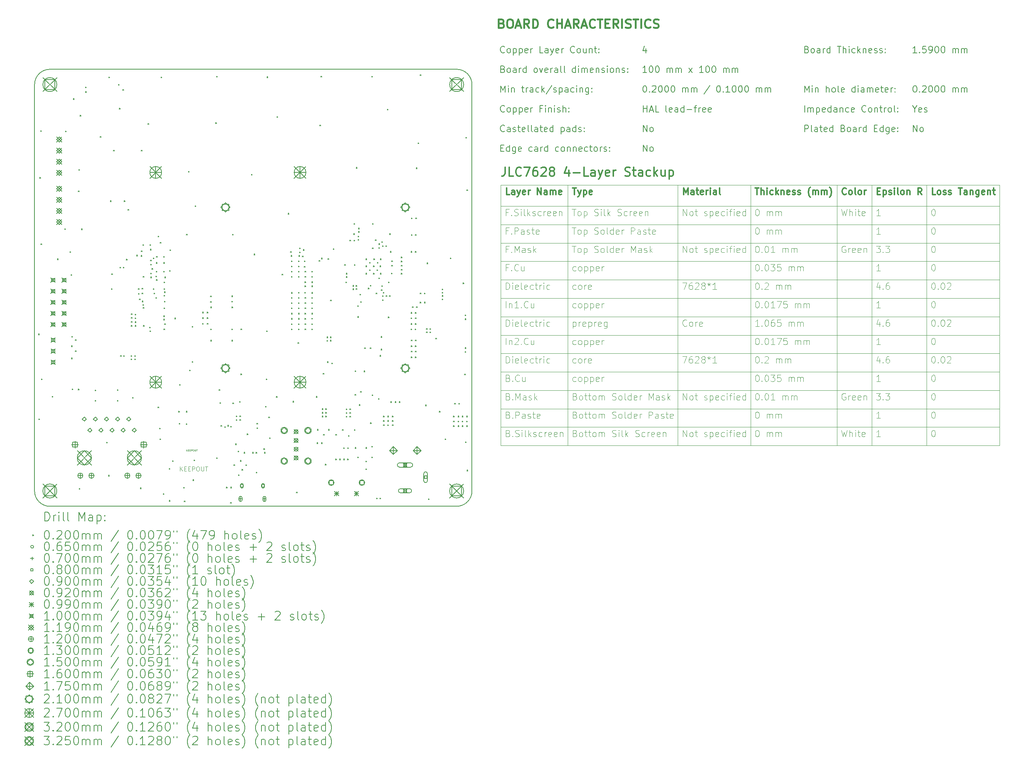
<source format=gbr>
%TF.GenerationSoftware,KiCad,Pcbnew,(5.99.0-12650-g5c402a64ab)*%
%TF.CreationDate,2021-10-24T00:02:36+01:00*%
%TF.ProjectId,Pintry-X2,50696e74-7279-42d5-9832-2e6b69636164,rev?*%
%TF.SameCoordinates,Original*%
%TF.FileFunction,Other,Comment*%
%FSLAX46Y46*%
G04 Gerber Fmt 4.6, Leading zero omitted, Abs format (unit mm)*
G04 Created by KiCad (PCBNEW (5.99.0-12650-g5c402a64ab)) date 2021-10-24 00:02:36*
%MOMM*%
%LPD*%
G01*
G04 APERTURE LIST*
%ADD10C,0.200000*%
%ADD11C,0.100000*%
%ADD12C,0.300000*%
%ADD13C,0.400000*%
%ADD14C,0.060000*%
G04 APERTURE END LIST*
D10*
X81779800Y-240242000D02*
X81875000Y-240052000D01*
X109780000Y-240052000D02*
X109685000Y-240147000D01*
X76225000Y-127985000D02*
X75035000Y-129175000D01*
X98160700Y-245713000D02*
X98351200Y-245808000D01*
X68900000Y-250290000D02*
X68900000Y-252040000D01*
X100351000Y-233370000D02*
X100161000Y-233275000D01*
X98900000Y-149600000D02*
X98700000Y-149800000D01*
X79875000Y-218360000D02*
X79970200Y-218551000D01*
X112256000Y-261325000D02*
X112065000Y-261420000D01*
X85017900Y-260086000D02*
X85208300Y-260182000D01*
X74256000Y-241099000D02*
X74351200Y-241195000D01*
X126161000Y-234581000D02*
X126065000Y-234867000D01*
X77970200Y-244760000D02*
X78065500Y-244951000D01*
X110256000Y-253686000D02*
X109970000Y-253686000D01*
X91398800Y-239671000D02*
X91494000Y-239480000D01*
X77970200Y-254829000D02*
X77875000Y-254925000D01*
X75035000Y-126040000D02*
X75630000Y-126635000D01*
X81385000Y-190485000D02*
X81835000Y-190035000D01*
X122545000Y-207965000D02*
X122545000Y-208665000D01*
X76245000Y-144920000D02*
X75650000Y-144325000D01*
X98065500Y-261228999D02*
X98160700Y-261325000D01*
X114256000Y-221762000D02*
X114351000Y-221572000D01*
X115970000Y-219217000D02*
X115970000Y-219122000D01*
X118446000Y-226756000D02*
X118637000Y-226852000D01*
X105399000Y-239099000D02*
X105494000Y-239004000D01*
X114542000Y-249270000D02*
X114351000Y-249175000D01*
X92446400Y-216768000D02*
X92351200Y-217149000D01*
X92256000Y-244760000D02*
X92351200Y-244951000D01*
X72446400Y-226280000D02*
X72541700Y-226185000D01*
X79875000Y-243739000D02*
X79779800Y-243835000D01*
X105018000Y-246475000D02*
X104923000Y-245998000D01*
X77970200Y-237793000D02*
X78065500Y-237697000D01*
X101018000Y-219313000D02*
X100923000Y-219122000D01*
X136542000Y-254925000D02*
X136351000Y-255020000D01*
X80922600Y-248127000D02*
X81017900Y-248032000D01*
X94636900Y-233370000D02*
X94446400Y-233275000D01*
X121875000Y-257077000D02*
X121970000Y-256982000D01*
X91589300Y-225355000D02*
X91494000Y-225259000D01*
X94827400Y-239290000D02*
X95017900Y-239385000D01*
X74256000Y-227899000D02*
X74256000Y-228090000D01*
X141750000Y-193800000D02*
X141950000Y-194000000D01*
X129018000Y-263476999D02*
X129113000Y-263666999D01*
X73303600Y-264428999D02*
X73208300Y-264524999D01*
X112351000Y-224307000D02*
X112446000Y-224212000D01*
X109970000Y-216387000D02*
X110065000Y-216577000D01*
X79779800Y-230635000D02*
X79589300Y-230730000D01*
X77494000Y-241930000D02*
X77684500Y-241930000D01*
X72827400Y-236010000D02*
X72827400Y-234010000D01*
X149400000Y-171150000D02*
X149200000Y-171350000D01*
X134542000Y-256886000D02*
X134732000Y-256982000D01*
X93303600Y-258220000D02*
X93208300Y-258125000D01*
X100923000Y-229587000D02*
X99779800Y-230730000D01*
X117875000Y-229015000D02*
X117780000Y-228825000D01*
X91970200Y-225450000D02*
X91779800Y-225450000D01*
X85303600Y-251022000D02*
X85303600Y-252070000D01*
X79589300Y-252070000D02*
X79398800Y-252070000D01*
X119550000Y-134000000D02*
X119750000Y-134199999D01*
X109589000Y-225355000D02*
X109780000Y-225450000D01*
X80900000Y-146500000D02*
X80700000Y-146700000D01*
X77684500Y-239290000D02*
X77875000Y-239385000D01*
X105399000Y-258886000D02*
X105208000Y-258601000D01*
X99113100Y-251689000D02*
X99113100Y-251308000D01*
X131018000Y-260753000D02*
X131208000Y-260658000D01*
X92351200Y-247651000D02*
X92446400Y-248032000D01*
X81779800Y-257172000D02*
X81779800Y-258220000D01*
X131113000Y-219884000D02*
X131208000Y-220075000D01*
X100637000Y-224212000D02*
X100827000Y-224307000D01*
X91398800Y-232989000D02*
X91303600Y-232608000D01*
X108400000Y-165550000D02*
X108600000Y-165750000D01*
X79113100Y-259610000D02*
X79208300Y-259515000D01*
X97017900Y-226947000D02*
X97113100Y-227042000D01*
X105399000Y-233819000D02*
X105494000Y-233724000D01*
X98922600Y-260277000D02*
X98732100Y-260182000D01*
X116065000Y-237888000D02*
X115970000Y-237697000D01*
X91545000Y-190485000D02*
X91995000Y-190035000D01*
X78065500Y-218170000D02*
X77113100Y-218170000D01*
X118637000Y-235438000D02*
X118446000Y-235343000D01*
X94636900Y-247270000D02*
X94827400Y-247270000D01*
X80065500Y-219408000D02*
X79970200Y-219789000D01*
X92351200Y-248889000D02*
X92256000Y-249079000D01*
X115970000Y-240337000D02*
X115970000Y-240242000D01*
X131304000Y-234772000D02*
X131494000Y-234676000D01*
X154750000Y-177350000D02*
X153700000Y-178400000D01*
X85303600Y-227042000D02*
X85303600Y-228090000D01*
X114923000Y-232036000D02*
X115113000Y-232132000D01*
X80827400Y-212758000D02*
X81494000Y-211330000D01*
X101113000Y-253020000D02*
X100256000Y-255020000D01*
X100827000Y-249079000D02*
X100732000Y-249175000D01*
X115050000Y-205600000D02*
X114850000Y-205800000D01*
X110446000Y-221572000D02*
X110256000Y-221476000D01*
X85208300Y-237412000D02*
X85303600Y-237602000D01*
X115113000Y-233275000D02*
X114923000Y-233370000D01*
X113399000Y-243835000D02*
X113304000Y-243644000D01*
X105018000Y-229301000D02*
X105113000Y-229015000D01*
X114256000Y-251022000D02*
X114351000Y-250832000D01*
X111399000Y-240909000D02*
X111399000Y-240337000D01*
X115208000Y-229873000D02*
X114256000Y-230063000D01*
X84732100Y-232036000D02*
X85017900Y-232036000D01*
X111494000Y-229587000D02*
X111589000Y-229492000D01*
X115055000Y-191690000D02*
X114855000Y-191890000D01*
X78922600Y-256982000D02*
X79017900Y-256601000D01*
X91303600Y-237412000D02*
X91398800Y-237031000D01*
X78922600Y-248032000D02*
X79017900Y-247651000D01*
X74351200Y-227995000D02*
X74256000Y-228090000D01*
X151100000Y-161800000D02*
X151300000Y-162000000D01*
X91589300Y-234105000D02*
X91779800Y-234010000D01*
X81650000Y-114050000D02*
X81850000Y-114250000D01*
D11*
X217078572Y-136500000D02*
X217078572Y-196110000D01*
D10*
X113304000Y-225069000D02*
X113208000Y-225259000D01*
X91779800Y-241930000D02*
X91970200Y-241930000D01*
X110542000Y-220170000D02*
X110542000Y-219122000D01*
X75113100Y-231751000D02*
X75113100Y-232227000D01*
X114351000Y-256982000D02*
X114542000Y-256886000D01*
X75303600Y-232513000D02*
X75494000Y-232608000D01*
X67775000Y-257315000D02*
X69775000Y-257315000D01*
X91589300Y-220905000D02*
X91779800Y-220810000D01*
X77113100Y-231560000D02*
X77017900Y-231751000D01*
X81494000Y-242596000D02*
X81684500Y-242692000D01*
X97875000Y-215530000D02*
X99208300Y-215530000D01*
X115970000Y-253972000D02*
X116065000Y-253782000D01*
X79779800Y-215625000D02*
X79875000Y-215720000D01*
X116735000Y-208315000D02*
X117435000Y-208315000D01*
X114351000Y-220075000D02*
X114256000Y-219884000D01*
X111494000Y-243739000D02*
X111399000Y-243549000D01*
X149550000Y-159500000D02*
X149350000Y-159700000D01*
X94256000Y-234391000D02*
X94351200Y-234200000D01*
X116161000Y-227042000D02*
X116256000Y-226852000D01*
X125018000Y-234200000D02*
X125113000Y-234105000D01*
X145750000Y-199600000D02*
X145950000Y-199800000D01*
X116065000Y-256982000D02*
X116256000Y-256886000D01*
X89208300Y-233915000D02*
X87494000Y-236486000D01*
X130400000Y-152600000D02*
X130600000Y-152800000D01*
X100827000Y-250165000D02*
X100637000Y-250070000D01*
X94636900Y-220810000D02*
X94827400Y-220810000D01*
X111780000Y-241290000D02*
X111589000Y-241195000D01*
X98065500Y-250736000D02*
X97970200Y-250546000D01*
X134065000Y-221095000D02*
X133970000Y-220905000D01*
X75494000Y-220170000D02*
X75875000Y-220170000D01*
X92446400Y-237412000D02*
X92446400Y-237888000D01*
X83589300Y-250927000D02*
X83684500Y-250832000D01*
X75398800Y-234105000D02*
X75589300Y-234010000D01*
X92256000Y-238459000D02*
X92160700Y-238555000D01*
X114351000Y-251975000D02*
X114256000Y-251784000D01*
X132827000Y-256220000D02*
X132827000Y-257934000D01*
X131800000Y-159548000D02*
X132000000Y-159748000D01*
X77303600Y-239385000D02*
X77494000Y-239290000D01*
X117208000Y-217435000D02*
X117113000Y-217244000D01*
X77970200Y-259610000D02*
X78065500Y-259801000D01*
X99600000Y-161677000D02*
X99800000Y-161877000D01*
X99875000Y-258125000D02*
X99779800Y-258029000D01*
X93208300Y-220075000D02*
X93303600Y-219979000D01*
X108400000Y-168125000D02*
X108600000Y-168325000D01*
X102542000Y-239290000D02*
X102542000Y-239671000D01*
X129330000Y-192470000D02*
X130250000Y-193390000D01*
X121018000Y-262428999D02*
X121113000Y-262334000D01*
X76160700Y-244570000D02*
X75208300Y-244570000D01*
X122446000Y-253686000D02*
X122637000Y-253782000D01*
X112351000Y-243739000D02*
X112256000Y-243835000D01*
X77113100Y-246189000D02*
X77017900Y-245808000D01*
X72446400Y-245046000D02*
X72256000Y-245141000D01*
X77303600Y-253115000D02*
X77494000Y-253020000D01*
X91494000Y-221000000D02*
X91589300Y-220905000D01*
X96160700Y-241930000D02*
X96065500Y-242882000D01*
X110542000Y-238650000D02*
X110542000Y-237602000D01*
X133970000Y-260182000D02*
X134161000Y-260086000D01*
X151550000Y-151650000D02*
X151350000Y-151850000D01*
X93303600Y-243739000D02*
X93398800Y-243835000D01*
X79875000Y-241099000D02*
X79779800Y-241195000D01*
X143500000Y-159450000D02*
X143700000Y-159650000D01*
X85208300Y-221572000D02*
X85303600Y-221762000D01*
X137780000Y-261325000D02*
X137875000Y-260848000D01*
X133970000Y-264524999D02*
X133875000Y-264334000D01*
X105113000Y-228280000D02*
X105018000Y-227995000D01*
X96827400Y-259420000D02*
X97017900Y-259515000D01*
X100923000Y-225259000D02*
X100827000Y-225355000D01*
X78160700Y-235248000D02*
X78065500Y-235629000D01*
X129018000Y-253877000D02*
X129113000Y-254067000D01*
X116827000Y-236010000D02*
X116446000Y-236010000D01*
X104923000Y-251498000D02*
X104923000Y-251117000D01*
X75875000Y-225450000D02*
X76065500Y-225355000D01*
X105399000Y-252736000D02*
X105208000Y-252451000D01*
X93303600Y-230539000D02*
X93303600Y-230730000D01*
X96598500Y-169800000D02*
X96398500Y-170000000D01*
X123500000Y-189550000D02*
X123700000Y-189750000D01*
X73398800Y-262620000D02*
X72732100Y-263382000D01*
X115399000Y-217435000D02*
X115304000Y-217339000D01*
X82636900Y-216482000D02*
X82636900Y-217530000D01*
X73113100Y-230635000D02*
X72922600Y-230730000D01*
X74351200Y-238555000D02*
X74256000Y-238650000D01*
X117970000Y-258125000D02*
X118065000Y-257648000D01*
X98065500Y-219027000D02*
X98256000Y-218932000D01*
X82636900Y-248222000D02*
X82636900Y-249270000D01*
X79017900Y-248889000D02*
X78922600Y-248508000D01*
X72256000Y-256410000D02*
X72351200Y-256315000D01*
X77684500Y-220810000D02*
X77875000Y-220905000D01*
X73303600Y-253877000D02*
X72160700Y-255020000D01*
X100923000Y-232989000D02*
X100827000Y-233179000D01*
X74256000Y-258220000D02*
X74160700Y-258125000D01*
X92160700Y-241195000D02*
X91970200Y-241290000D01*
X98922600Y-226947000D02*
X99017900Y-227042000D01*
X105399000Y-249936000D02*
X105208000Y-249651000D01*
X73303600Y-211615000D02*
X73398800Y-211806000D01*
X74160700Y-230635000D02*
X74256000Y-230539000D01*
X76256000Y-246189000D02*
X76160700Y-246379000D01*
X109304000Y-215530000D02*
X108446000Y-217530000D01*
X114923000Y-243930000D02*
X114542000Y-243930000D01*
X75208300Y-225259000D02*
X75303600Y-225355000D01*
X116735000Y-208565000D02*
X116735000Y-208065000D01*
X95017900Y-227995000D02*
X94827400Y-228090000D01*
X73113100Y-217435000D02*
X72922600Y-217530000D01*
X91398800Y-264238999D02*
X91303600Y-263858000D01*
X112256000Y-245332000D02*
X112351000Y-245427000D01*
X83589300Y-224307000D02*
X83684500Y-224212000D01*
X93200000Y-168600000D02*
X93000000Y-168800000D01*
X113970000Y-234676000D02*
X114161000Y-234772000D01*
X73303600Y-253210000D02*
X73398800Y-253401000D01*
X72351200Y-229111000D02*
X72446400Y-228920000D01*
X122195000Y-208315000D02*
X122895000Y-208315000D01*
X114351000Y-260182000D02*
X114542000Y-260086000D01*
X132050000Y-132250000D02*
X129350000Y-134950000D01*
X115208000Y-245522000D02*
X115208000Y-245713000D01*
X93398800Y-225355000D02*
X93303600Y-225450000D01*
X95303600Y-237412000D02*
X95303600Y-237888000D01*
X76421400Y-160401000D02*
X76421400Y-161109000D01*
X125494000Y-253020000D02*
X125494000Y-254734000D01*
X110446000Y-218932000D02*
X110256000Y-218836000D01*
X75589300Y-213330000D02*
X75589300Y-211996000D01*
X101018000Y-242311000D02*
X101018000Y-242501000D01*
X168950000Y-189350000D02*
X168750000Y-189550000D01*
X130065000Y-220075000D02*
X129875000Y-220170000D01*
X109685000Y-220170000D02*
X109685000Y-218170000D01*
X135589000Y-254067000D02*
X135685000Y-253877000D01*
X117589000Y-247236000D02*
X117780000Y-246951000D01*
X82065500Y-260086000D02*
X82351200Y-260086000D01*
X120827000Y-197650000D02*
X120627000Y-197850000D01*
X75113100Y-259610000D02*
X75208300Y-259515000D01*
X117589000Y-239316000D02*
X117780000Y-239031000D01*
X75303600Y-231465000D02*
X75208300Y-231560000D01*
X83017900Y-211996000D02*
X82636900Y-211996000D01*
X114542000Y-250736000D02*
X114923000Y-250736000D01*
X97970200Y-219122000D02*
X98065500Y-219027000D01*
X114923000Y-222810000D02*
X114542000Y-222810000D01*
X106161000Y-247460000D02*
X106256000Y-247365000D01*
X110256000Y-250736000D02*
X109970000Y-250736000D01*
X148457000Y-155868000D02*
X148257000Y-156067000D01*
X94827400Y-225450000D02*
X94636900Y-225450000D01*
X92446400Y-216292000D02*
X92446400Y-216768000D01*
X116065000Y-232132000D02*
X116256000Y-232036000D01*
X116256000Y-253686000D02*
X116542000Y-253686000D01*
X137875000Y-257267000D02*
X137780000Y-256791000D01*
X73398800Y-216768000D02*
X73303600Y-217149000D01*
X112065000Y-253686000D02*
X112256000Y-253782000D01*
X134732000Y-254925000D02*
X134542000Y-255020000D01*
X111494000Y-233179000D02*
X111399000Y-232989000D01*
X75113100Y-223831000D02*
X75208300Y-223640000D01*
X112637000Y-224116000D02*
X112923000Y-224116000D01*
X106256000Y-219789000D02*
X106161000Y-219408000D01*
X77494000Y-259420000D02*
X77684500Y-259420000D01*
X104923000Y-263666999D02*
X105018000Y-263190999D01*
X84541700Y-240052000D02*
X84732100Y-239956000D01*
X77303600Y-228730000D02*
X77779800Y-228730000D01*
X159300000Y-161200000D02*
X159100000Y-161400000D01*
X119780000Y-228280000D02*
X119875000Y-227995000D01*
X68775000Y-234605000D02*
X69775000Y-235605000D01*
X78922600Y-254258000D02*
X78922600Y-253782000D01*
X131650000Y-155100000D02*
X131850000Y-155300000D01*
X129208000Y-222429000D02*
X129208000Y-221857000D01*
X75684500Y-236650000D02*
X75494000Y-236935000D01*
X107304000Y-237031000D02*
X107304000Y-237126000D01*
X106161000Y-242120000D02*
X106256000Y-242025000D01*
X135950000Y-179550000D02*
X136150000Y-179750000D01*
X98732100Y-249270000D02*
X98160700Y-249270000D01*
X117780000Y-256315000D02*
X117589000Y-256029000D01*
X73398800Y-263762999D02*
X73398800Y-264238999D01*
X137589000Y-253115000D02*
X137399000Y-252829000D01*
X135200000Y-122750000D02*
X135400000Y-122950000D01*
X79970200Y-263000999D02*
X80065500Y-263382000D01*
X84446400Y-260372000D02*
X84541700Y-260182000D01*
X121018000Y-265286000D02*
X120827000Y-265000999D01*
X75035000Y-127985000D02*
X76225000Y-129175000D01*
X130300000Y-163400000D02*
X130500000Y-163600000D01*
X91589300Y-250165000D02*
X91779800Y-250070000D01*
X110542000Y-230730000D02*
X110542000Y-229682000D01*
X96827400Y-218170000D02*
X97017900Y-218265000D01*
X97208300Y-256982000D02*
X97208300Y-257458000D01*
X79970200Y-246189000D02*
X79875000Y-246379000D01*
X111600000Y-111600000D02*
X111800000Y-111800000D01*
X78160700Y-243168000D02*
X78065500Y-243549000D01*
X155700000Y-206950000D02*
X153700000Y-206950000D01*
X79970200Y-257839000D02*
X79875000Y-258029000D01*
X83684500Y-263382000D02*
X83875000Y-263286000D01*
X106923000Y-231370000D02*
X107113000Y-231465000D01*
X92300000Y-166800000D02*
X92100000Y-167000000D01*
X98732100Y-218932000D02*
X98922600Y-219027000D01*
X94732100Y-259420000D02*
X94541700Y-259704999D01*
X79398800Y-220810000D02*
X79589300Y-220810000D01*
X99779800Y-241290000D02*
X101018000Y-241290000D01*
X82636900Y-232322000D02*
X82636900Y-233370000D01*
X156050000Y-169400000D02*
X156250000Y-169600000D01*
X97970200Y-250546000D02*
X97970200Y-250451000D01*
X99050000Y-180250000D02*
X96350000Y-182950000D01*
X75113100Y-243835000D02*
X75017900Y-243739000D01*
X78160700Y-237031000D02*
X78065500Y-236840000D01*
X129050000Y-185950000D02*
X129250000Y-186150000D01*
X94827400Y-241290000D02*
X94636900Y-241290000D01*
X98450000Y-148150000D02*
X98250000Y-148350000D01*
X98351200Y-256315000D02*
X98256000Y-256410000D01*
X76160700Y-239480000D02*
X76256000Y-239671000D01*
X68921400Y-234751000D02*
X68921400Y-235459000D01*
X79398800Y-241290000D02*
X79208300Y-241195000D01*
X107304000Y-242501000D02*
X107208000Y-242787000D01*
X121685000Y-215815000D02*
X121589000Y-215625000D01*
X115113000Y-248032000D02*
X115208000Y-248222000D01*
X80065500Y-243168000D02*
X79970200Y-243549000D01*
X117780000Y-231111000D02*
X117875000Y-230920000D01*
X78679300Y-195309000D02*
X78679300Y-196441000D01*
X79208300Y-256315000D02*
X79398800Y-256220000D01*
X95017900Y-218265000D02*
X95113100Y-218360000D01*
X117780000Y-244311000D02*
X117875000Y-244120000D01*
X107304000Y-250641000D02*
X107208000Y-250927000D01*
X132256000Y-219408000D02*
X132161000Y-219217000D01*
X75494000Y-236935000D02*
X75303600Y-237126000D01*
X72351200Y-225069000D02*
X72256000Y-224688000D01*
X98351200Y-242215000D02*
X98160700Y-242406000D01*
X146900000Y-173700000D02*
X146700000Y-173900000D01*
X91779800Y-247270000D02*
X91970200Y-247270000D01*
X129304000Y-221667000D02*
X129399000Y-221572000D01*
X76065500Y-218170000D02*
X75684500Y-218170000D01*
X76065500Y-262714999D02*
X76160700Y-262810000D01*
X93303600Y-264428999D02*
X93303600Y-264620000D01*
X69775000Y-243025000D02*
G75*
G03*
X69775000Y-243025000I-650000J0D01*
G01*
X100850000Y-156000000D02*
X101050000Y-156200000D01*
X155700000Y-205950000D02*
G75*
G02*
X155700000Y-206950000I0J-500000D01*
G01*
X167950000Y-189350000D02*
X167750000Y-189550000D01*
X81055000Y-202985000D02*
G75*
G03*
X81055000Y-202985000I-600000J0D01*
G01*
X82351200Y-256886000D02*
X82541700Y-256982000D01*
X114351000Y-218932000D02*
X114542000Y-218836000D01*
X96256000Y-256410000D02*
X96351200Y-256315000D01*
X108065000Y-226852000D02*
X108161000Y-226471000D01*
X80922600Y-242787000D02*
X81017900Y-242692000D01*
X75494000Y-247365000D02*
X75398800Y-247460000D01*
X69092200Y-224828000D02*
X69657800Y-224828000D01*
X72256000Y-219408000D02*
X72256000Y-218932000D01*
X122161000Y-256886000D02*
X122446000Y-256886000D01*
X105018000Y-242501000D02*
X105113000Y-242215000D01*
X83589300Y-220170000D02*
X83589300Y-218836000D01*
X99850000Y-160900000D02*
X99650000Y-161100000D01*
X115589000Y-217530000D02*
X115399000Y-217435000D01*
X100161000Y-261325000D02*
X100065000Y-261228999D01*
X73881400Y-168021000D02*
X73881400Y-168729000D01*
X107208000Y-232227000D02*
X106065000Y-233370000D01*
X96160700Y-253210000D02*
X96256000Y-253115000D01*
X74588600Y-158569000D02*
X74588600Y-157861000D01*
X68275000Y-245665000D02*
X69025000Y-246415000D01*
X91494000Y-249079000D02*
X91398800Y-248889000D01*
X92351200Y-240909000D02*
X92256000Y-241099000D01*
X92446400Y-227328000D02*
X92351200Y-227709000D01*
X128923000Y-253782000D02*
X129018000Y-253877000D01*
X80200000Y-183150000D02*
X80000000Y-183350000D01*
X118446000Y-234676000D02*
X118637000Y-234772000D01*
X83589300Y-230730000D02*
X83589300Y-229396000D01*
X100161000Y-249175000D02*
X100065000Y-249079000D01*
X132000000Y-167000000D02*
X131800000Y-167200000D01*
X74256000Y-222619000D02*
X74256000Y-222810000D01*
X76160700Y-223640000D02*
X76256000Y-223831000D01*
X104923000Y-254067000D02*
X105018000Y-253591000D01*
X82405000Y-202985000D02*
X83605000Y-202985000D01*
D11*
X176592857Y-136500000D02*
X176592857Y-196110000D01*
D10*
X150900000Y-158650000D02*
X151100000Y-158850000D01*
X96827400Y-262620000D02*
X97017900Y-262714999D01*
X115208000Y-219313000D02*
X114256000Y-219503000D01*
X121113000Y-255782000D02*
X121018000Y-255686000D01*
X94256000Y-242311000D02*
X94351200Y-242120000D01*
X75494000Y-225450000D02*
X75875000Y-225450000D01*
X147457000Y-156667000D02*
X147657000Y-156868000D01*
X133400000Y-166950000D02*
X133600000Y-167150000D01*
X77779800Y-218932000D02*
X77970200Y-219027000D01*
X111494000Y-240147000D02*
X111589000Y-240052000D01*
X78065500Y-217149000D02*
X77970200Y-217339000D01*
X137875000Y-254067000D02*
X137780000Y-253591000D01*
X105208000Y-225831000D02*
X105113000Y-225640000D01*
X69482100Y-254822000D02*
X69482100Y-253408000D01*
X79875000Y-221000000D02*
X79970200Y-221191000D01*
X157050000Y-175800000D02*
X157250000Y-176000000D01*
X95208300Y-239671000D02*
X95303600Y-240052000D01*
X107208000Y-250927000D02*
X106065000Y-252070000D01*
X109780000Y-237412000D02*
X109685000Y-237507000D01*
X115970000Y-245617000D02*
X115970000Y-245522000D01*
X92446400Y-245808000D02*
X92351200Y-246189000D01*
X114351000Y-263382000D02*
X114542000Y-263286000D01*
X98065500Y-245617000D02*
X98160700Y-245713000D01*
X76065500Y-229873000D02*
X76160700Y-229777000D01*
X91494000Y-239480000D02*
X91589300Y-239385000D01*
X131208000Y-254258000D02*
X131685000Y-254258000D01*
X77303600Y-234105000D02*
X77494000Y-234010000D01*
X111494000Y-250927000D02*
X111589000Y-250832000D01*
X112351000Y-219027000D02*
X112446000Y-219217000D01*
X95208300Y-230349000D02*
X95113100Y-230539000D01*
X91550000Y-142050000D02*
X91350000Y-142250000D01*
X112256000Y-229492000D02*
X112351000Y-229587000D01*
X105208000Y-242025000D02*
X105399000Y-241739000D01*
X91398800Y-259801000D02*
X91494000Y-259610000D01*
X143700000Y-159450000D02*
X143500000Y-159650000D01*
X85303600Y-232322000D02*
X85303600Y-233370000D01*
X132827000Y-262620000D02*
X132827000Y-264334000D01*
X123780000Y-260182000D02*
X123970000Y-260086000D01*
X111494000Y-258029000D02*
X111399000Y-257839000D01*
X134732000Y-256982000D02*
X134827000Y-257172000D01*
X156075000Y-166875000D02*
X156275000Y-167075000D01*
X82351200Y-237316000D02*
X82541700Y-237412000D01*
X97113100Y-256601000D02*
X97208300Y-256982000D01*
X112351000Y-253877000D02*
X112446000Y-254067000D01*
X101018000Y-239671000D02*
X101018000Y-239861000D01*
X132049999Y-181600000D02*
G75*
G03*
X132049999Y-181600000I-1350000J0D01*
G01*
X131875000Y-258125000D02*
X131685000Y-258220000D01*
X85195000Y-193025000D02*
X85645000Y-192575000D01*
X112351000Y-251879000D02*
X112256000Y-251975000D01*
X118065000Y-240718000D02*
X118065000Y-240337000D01*
X81017900Y-226852000D02*
X81208300Y-226756000D01*
X96256000Y-249175000D02*
X96446400Y-249270000D01*
X126542000Y-220075000D02*
X126732000Y-220170000D01*
X92351200Y-215911000D02*
X92446400Y-216292000D01*
X85303600Y-221762000D02*
X85303600Y-222810000D01*
X131685000Y-257458000D02*
X131875000Y-257363000D01*
X75208300Y-227137000D02*
X75303600Y-227233000D01*
X140850000Y-199150000D02*
X140650000Y-199350000D01*
X95113100Y-234200000D02*
X95208300Y-234391000D01*
X98065500Y-237602000D02*
X97970200Y-237793000D01*
X98922600Y-227995000D02*
X98732100Y-228090000D01*
X79779800Y-261325000D02*
X79589300Y-261420000D01*
X69775000Y-257315000D02*
G75*
G03*
X69775000Y-257315000I-1000000J0D01*
G01*
X98922600Y-253115000D02*
X99017900Y-253210000D01*
X97113100Y-215911000D02*
X97208300Y-216292000D01*
X77275000Y-162795000D02*
X76275000Y-163795000D01*
X113494000Y-217530000D02*
X113494000Y-215530000D01*
X82351200Y-212854000D02*
X82446400Y-212663000D01*
X91970200Y-252070000D02*
X91779800Y-252070000D01*
X92100000Y-167700000D02*
X92300000Y-167900000D01*
X105208000Y-255401000D02*
X105113000Y-255210000D01*
X99970200Y-261039000D02*
X99875000Y-260658000D01*
X79875000Y-219979000D02*
X79779800Y-220075000D01*
X117970000Y-250641000D02*
X117875000Y-250355000D01*
X96827400Y-246570000D02*
X96351200Y-246570000D01*
X98256000Y-228920000D02*
X98065500Y-229206000D01*
X91494000Y-234200000D02*
X91589300Y-234105000D01*
X107113000Y-237602000D02*
X106923000Y-237507000D01*
X146757000Y-155868000D02*
X146558000Y-156067000D01*
X78922600Y-235248000D02*
X78922600Y-234772000D01*
X79017900Y-256601000D02*
X79113100Y-256410000D01*
X84732100Y-253686000D02*
X85017900Y-253686000D01*
X95113100Y-217339000D02*
X95017900Y-217435000D01*
X94550000Y-152600000D02*
X94350000Y-152800000D01*
X104923000Y-221857000D02*
X105018000Y-221381000D01*
X116542000Y-221476000D02*
X116732000Y-221572000D01*
X117780000Y-246951000D02*
X117875000Y-246760000D01*
X115100000Y-163050000D02*
X115300000Y-163250000D01*
X98065500Y-218170000D02*
X97970200Y-219122000D01*
X78065500Y-221191000D02*
X78160700Y-221572000D01*
X73750000Y-174000000D02*
X74750000Y-175000000D01*
X91970200Y-250070000D02*
X92160700Y-250165000D01*
X87550000Y-160150000D02*
X87750000Y-160350000D01*
X74351200Y-222715000D02*
X74256000Y-222810000D01*
X92256000Y-217339000D02*
X92160700Y-217435000D01*
X135780000Y-256982000D02*
X135970000Y-256886000D01*
X123113000Y-221000000D02*
X123208000Y-220905000D01*
X79970200Y-259801000D02*
X80065500Y-260182000D01*
X130300000Y-157400000D02*
X130500000Y-157600000D01*
X77128600Y-166189000D02*
X77128600Y-165481000D01*
X98065500Y-227995000D02*
X97970200Y-227899000D01*
X79208300Y-247365000D02*
X79398800Y-247270000D01*
X79398800Y-223450000D02*
X79589300Y-223450000D01*
X102542000Y-226090000D02*
X102542000Y-226471000D01*
X73398800Y-229968000D02*
X73303600Y-230349000D01*
X77494000Y-247270000D02*
X77684500Y-247270000D01*
X94636900Y-222810000D02*
X94446400Y-222715000D01*
X72541700Y-256220000D02*
X73017900Y-256220000D01*
X130699999Y-180250000D02*
X130699999Y-182950000D01*
X92351200Y-243549000D02*
X92256000Y-243739000D01*
X77113100Y-232417000D02*
X77208300Y-232513000D01*
X75650000Y-141785000D02*
X75055000Y-142380000D01*
X82541700Y-260182000D02*
X82636900Y-260372000D01*
X98922600Y-249175000D02*
X98732100Y-249270000D01*
X97208300Y-245713000D02*
X97208300Y-246189000D01*
X111399000Y-232989000D02*
X111399000Y-232417000D01*
X112065000Y-232036000D02*
X112256000Y-232132000D01*
X148700000Y-157700000D02*
X148900000Y-157900000D01*
X77779800Y-264620000D02*
X77303600Y-264620000D01*
X105494000Y-244692000D02*
X105399000Y-244596000D01*
X74351200Y-220075000D02*
X74256000Y-220170000D01*
X74351200Y-246475000D02*
X74256000Y-246570000D01*
X108351000Y-227995000D02*
X108256000Y-227899000D01*
X93000000Y-168600000D02*
X93200000Y-168800000D01*
X116161000Y-216387000D02*
X116256000Y-216577000D01*
X104923000Y-238078000D02*
X104923000Y-237697000D01*
X91303600Y-245808000D02*
X91303600Y-245332000D01*
X79017900Y-235629000D02*
X78922600Y-235248000D01*
X159300000Y-163250000D02*
X159100000Y-163450000D01*
X98351200Y-228825000D02*
X98256000Y-228920000D01*
X95113100Y-251879000D02*
X95017900Y-251975000D01*
X144229000Y-146326000D02*
X144029000Y-146526000D01*
X91970200Y-218170000D02*
X92160700Y-218265000D01*
X93398800Y-261325000D02*
X93303600Y-261420000D01*
X69775000Y-260515000D02*
G75*
G03*
X69775000Y-260515000I-1000000J0D01*
G01*
X85303600Y-260372000D02*
X85303600Y-261420000D01*
X133304000Y-236010000D02*
X133494000Y-236010000D01*
X77113100Y-227709000D02*
X77017900Y-227328000D01*
X75303600Y-233370000D02*
X75684500Y-233370000D01*
X112351000Y-240147000D02*
X112446000Y-240337000D01*
X81208300Y-247936000D02*
X81494000Y-247936000D01*
X81779800Y-260372000D02*
X81779800Y-261420000D01*
X75494000Y-218932000D02*
X75303600Y-219027000D01*
X79779800Y-231465000D02*
X79875000Y-231560000D01*
X100637000Y-239290000D02*
X100827000Y-239385000D01*
X79208300Y-218265000D02*
X79398800Y-218170000D01*
X77494000Y-243930000D02*
X77303600Y-243835000D01*
X120732000Y-253305000D02*
X120827000Y-253115000D01*
X113589000Y-264620000D02*
X113399000Y-264524999D01*
X90500000Y-155250000D02*
X90300000Y-155450000D01*
X99875000Y-228920000D02*
X99970200Y-228825000D01*
X83589300Y-238650000D02*
X83589300Y-237316000D01*
X95113100Y-227899000D02*
X95017900Y-227995000D01*
X113589000Y-249270000D02*
X113399000Y-249175000D01*
X124637000Y-254067000D02*
X124637000Y-254639000D01*
X98873500Y-194521000D02*
X98673500Y-194721000D01*
X95303600Y-245808000D02*
X95208300Y-246189000D01*
X75684500Y-230730000D02*
X75875000Y-230635000D01*
X114542000Y-242596000D02*
X114923000Y-242596000D01*
X98351200Y-231370000D02*
X98160700Y-231465000D01*
X117780000Y-231465000D02*
X117589000Y-231179000D01*
X92365000Y-192575000D02*
X92815000Y-193025000D01*
X115113000Y-254925000D02*
X114923000Y-255020000D01*
X94160700Y-250832000D02*
X94256000Y-250451000D01*
X92351200Y-256601000D02*
X92446400Y-256982000D01*
X79113100Y-254829000D02*
X79017900Y-254639000D01*
X112446000Y-263666999D02*
X112446000Y-264238999D01*
X117780000Y-241671000D02*
X117875000Y-241480000D01*
X127304000Y-222238000D02*
X127113000Y-222143000D01*
X111780000Y-237316000D02*
X112065000Y-237316000D01*
X95303600Y-232132000D02*
X95303600Y-232608000D01*
X111399000Y-230349000D02*
X111399000Y-229777000D01*
X94256000Y-219789000D02*
X94160700Y-219408000D01*
X100065000Y-238650000D02*
X100446000Y-238650000D01*
X83850000Y-185750000D02*
X84050000Y-185950000D01*
X111399000Y-237697000D02*
X111494000Y-237507000D01*
X80922600Y-264620000D02*
X80922600Y-263286000D01*
X95303600Y-258220000D02*
X94160700Y-258220000D01*
X128699999Y-169400000D02*
X128900000Y-169600000D01*
X110446000Y-240052000D02*
X110256000Y-239956000D01*
X117780000Y-239385000D02*
X117589000Y-239099000D01*
X74351200Y-261325000D02*
X74256000Y-261420000D01*
X88900000Y-185750000D02*
X89100000Y-185950000D01*
X107304000Y-236010000D02*
X106161000Y-236010000D01*
X115208000Y-232322000D02*
X115208000Y-232513000D01*
X99113100Y-234391000D02*
X99017900Y-234200000D01*
X99113100Y-237793000D02*
X99017900Y-237602000D01*
X156550000Y-164325000D02*
X156350000Y-164525000D01*
X78160700Y-256982000D02*
X78160700Y-257458000D01*
X115970000Y-254067000D02*
X115970000Y-253972000D01*
X121875000Y-253877000D02*
X121970000Y-253782000D01*
X122637000Y-253782000D02*
X122732000Y-253972000D01*
X114923000Y-237316000D02*
X115113000Y-237412000D01*
X79875000Y-250260000D02*
X79970200Y-250451000D01*
X95208300Y-215911000D02*
X95303600Y-216292000D01*
X77128600Y-161109000D02*
X77128600Y-160401000D01*
X92446400Y-242692000D02*
X92446400Y-243168000D01*
X82541700Y-248032000D02*
X82636900Y-248222000D01*
X77113100Y-225069000D02*
X77017900Y-224688000D01*
X99017900Y-257172000D02*
X98922600Y-257077000D01*
X97208300Y-225069000D02*
X97113100Y-225259000D01*
X129399000Y-221572000D02*
X129589000Y-221476000D01*
X115113000Y-222715000D02*
X114923000Y-222810000D01*
X77208300Y-253210000D02*
X77303600Y-253115000D01*
X116732000Y-257648000D02*
X116542000Y-257553000D01*
X157250000Y-171950000D02*
X157050000Y-172150000D01*
X95303600Y-216292000D02*
X95303600Y-216768000D01*
X114923000Y-263286000D02*
X115113000Y-263382000D01*
X95208300Y-222429000D02*
X95113100Y-222619000D01*
X96065500Y-259610000D02*
X96160700Y-259515000D01*
X77128600Y-160401000D02*
X76421400Y-160401000D01*
X129970000Y-254734000D02*
X129970000Y-253020000D01*
X76160700Y-228920000D02*
X76065500Y-228825000D01*
X117875000Y-235057000D02*
X117875000Y-234962000D01*
X116732000Y-230635000D02*
X116827000Y-230444000D01*
X114700000Y-141600000D02*
X113650000Y-140550000D01*
X113589000Y-255020000D02*
X113399000Y-254925000D01*
X91303600Y-224688000D02*
X91303600Y-224212000D01*
D11*
X290607143Y-136500000D02*
X290607143Y-196110000D01*
D10*
X115970000Y-260466999D02*
X115970000Y-260372000D01*
X85208300Y-260182000D02*
X85303600Y-260372000D01*
X135750000Y-195450000D02*
X135550000Y-195650000D01*
X73208300Y-219979000D02*
X73113100Y-220075000D01*
X72256000Y-226852000D02*
X72351200Y-226471000D01*
X121000000Y-191000000D02*
X120800000Y-191200000D01*
X98732100Y-234010000D02*
X98351200Y-234010000D01*
X75017900Y-264620000D02*
X76256000Y-264620000D01*
X91589300Y-220075000D02*
X91494000Y-219979000D01*
X72351200Y-253115000D02*
X72541700Y-253020000D01*
X96065500Y-233275000D02*
X95970200Y-233179000D01*
X100923000Y-240147000D02*
X99779800Y-241290000D01*
X78065500Y-254639000D02*
X77970200Y-254829000D01*
X79589300Y-230730000D02*
X79398800Y-230730000D01*
X106161000Y-237031000D02*
X106256000Y-236840000D01*
X114923000Y-230730000D02*
X114542000Y-230730000D01*
X100923000Y-250260000D02*
X100827000Y-250165000D01*
X107113000Y-222619000D02*
X107018000Y-222715000D01*
X106351000Y-219979000D02*
X106256000Y-219789000D01*
X134161000Y-255020000D02*
X133970000Y-254925000D01*
X85208300Y-240052000D02*
X85303600Y-240242000D01*
X81684500Y-240052000D02*
X81779800Y-240242000D01*
X168650000Y-173675000D02*
X168450000Y-173875000D01*
X91398800Y-263000999D02*
X91494000Y-262810000D01*
X157852000Y-126810000D02*
X157652000Y-127010000D01*
X129113000Y-264238999D02*
X129018000Y-264428999D01*
X77017900Y-216768000D02*
X77017900Y-216292000D01*
X77017900Y-257458000D02*
X77017900Y-256982000D01*
X68025000Y-251165000D02*
X68900000Y-252040000D01*
X108351000Y-226185000D02*
X108542000Y-226090000D01*
X154008000Y-179142000D02*
X155492000Y-179142000D01*
X129113000Y-263666999D02*
X129113000Y-264238999D01*
X109450000Y-166825000D02*
X109650000Y-167025000D01*
X80065500Y-235248000D02*
X79970200Y-235629000D01*
X99600000Y-158650000D02*
X99800000Y-158850000D01*
X81208300Y-226756000D02*
X81494000Y-226756000D01*
X152925000Y-197250000D02*
X152050000Y-196375000D01*
X111494000Y-242787000D02*
X111589000Y-242692000D01*
X80065500Y-240528000D02*
X79970200Y-240909000D01*
X72541700Y-226185000D02*
X72732100Y-226090000D01*
X77208300Y-249079000D02*
X77113100Y-248889000D01*
X97970200Y-250451000D02*
X98065500Y-250260000D01*
X83684500Y-242692000D02*
X83875000Y-242596000D01*
X83875000Y-218836000D02*
X84160700Y-218836000D01*
X94351200Y-227899000D02*
X94256000Y-227709000D01*
X85017900Y-242596000D02*
X85208300Y-242692000D01*
X148950000Y-208100000D02*
X149150000Y-208300000D01*
X117875000Y-249460000D02*
X117970000Y-249175000D01*
X125208000Y-253686000D02*
X125970000Y-253686000D01*
X72446400Y-230539000D02*
X72351200Y-230349000D01*
X99550000Y-169400000D02*
X99750000Y-169600000D01*
X116542000Y-246570000D02*
X116732000Y-246475000D01*
X89208300Y-249975000D02*
X87494000Y-252546000D01*
X92160700Y-254925000D02*
X91970200Y-255020000D01*
X95303600Y-254258000D02*
X95208300Y-254639000D01*
X79245000Y-195075000D02*
X79245000Y-196675000D01*
X99875000Y-263382000D02*
X99970200Y-263000999D01*
X91589300Y-244665000D02*
X91779800Y-244570000D01*
X118065000Y-248698000D02*
X118065000Y-248317000D01*
X99875000Y-232608000D02*
X99875000Y-232132000D01*
X75303600Y-229873000D02*
X75494000Y-229968000D01*
X75684500Y-218170000D02*
X75494000Y-218265000D01*
X74588600Y-161109000D02*
X74588600Y-160401000D01*
X76160700Y-243739000D02*
X76065500Y-243835000D01*
X99017900Y-219122000D02*
X99113100Y-219313000D01*
X77970200Y-249079000D02*
X77875000Y-249175000D01*
X129018000Y-235343000D02*
X128732000Y-235343000D01*
X110065000Y-216577000D02*
X110161000Y-216673000D01*
X79779800Y-264524999D02*
X79589300Y-264620000D01*
X117494000Y-250032000D02*
X117589000Y-249936000D01*
X97208300Y-216292000D02*
X97208300Y-216768000D01*
X100065000Y-221667000D02*
X99970200Y-221762000D01*
X79779800Y-250165000D02*
X79875000Y-250260000D01*
X115208000Y-257363000D02*
X114256000Y-257553000D01*
X117589000Y-231396000D02*
X117780000Y-231111000D01*
X81684500Y-250832000D02*
X81779800Y-251022000D01*
X80160700Y-213330000D02*
X80160700Y-211330000D01*
X99113100Y-219313000D02*
X99113100Y-219789000D01*
X109018000Y-226280000D02*
X109113000Y-226471000D01*
X108161000Y-227709000D02*
X108065000Y-227328000D01*
X130250000Y-194930000D02*
G75*
G03*
X130250000Y-194930000I-460001J0D01*
G01*
X78065500Y-236840000D02*
X77970200Y-236745000D01*
X132050000Y-180250000D02*
X129350000Y-182950000D01*
X124637000Y-260466999D02*
X124637000Y-261039000D01*
X112256000Y-263382000D02*
X112351000Y-263476999D01*
X98160700Y-251975000D02*
X98351200Y-252070000D01*
X69775000Y-231970000D02*
X68785000Y-232960000D01*
X91494000Y-264428999D02*
X91398800Y-264238999D01*
X105113000Y-215815000D02*
X105208000Y-215625000D01*
X77128600Y-165481000D02*
X76421400Y-165481000D01*
X74256000Y-225259000D02*
X74256000Y-225450000D01*
X129018000Y-254829000D02*
X128923000Y-254925000D01*
X132161000Y-220075000D02*
X132351000Y-220170000D01*
X111399000Y-254639000D02*
X111399000Y-254067000D01*
X114351000Y-217530000D02*
X114351000Y-216482000D01*
X119750000Y-134000000D02*
X119550000Y-134199999D01*
X110256000Y-218836000D02*
X109970000Y-218836000D01*
X110542000Y-255020000D02*
X110542000Y-253972000D01*
X92160700Y-261325000D02*
X91970200Y-261420000D01*
X100923000Y-216577000D02*
X101018000Y-216387000D01*
X150750000Y-189350000D02*
X150950000Y-189550000D01*
X137780000Y-253591000D02*
X137685000Y-253305000D01*
X90150000Y-114600000D02*
X90350000Y-114800000D01*
X111600000Y-122200000D02*
X111400000Y-122400000D01*
X74351200Y-251975000D02*
X74256000Y-252070000D01*
X133018000Y-219789000D02*
X132923000Y-219598000D01*
X77494000Y-215530000D02*
X77684500Y-215530000D01*
X129208000Y-219217000D02*
X129304000Y-219027000D01*
X97017900Y-234867000D02*
X97113100Y-234962000D01*
X117018000Y-227995000D02*
X116827000Y-228090000D01*
X100256000Y-218265000D02*
X100161000Y-218360000D01*
X77208300Y-247460000D02*
X77303600Y-247365000D01*
X98541700Y-246570000D02*
X98732100Y-246475000D01*
X133018000Y-234010000D02*
X133018000Y-235724000D01*
X79113100Y-234200000D02*
X79208300Y-234105000D01*
X81494000Y-239956000D02*
X81684500Y-240052000D01*
X114923000Y-247936000D02*
X115113000Y-248032000D01*
X98351200Y-260182000D02*
X98160700Y-260277000D01*
X91779800Y-230730000D02*
X91589300Y-230635000D01*
X102542000Y-215530000D02*
X102542000Y-215911000D01*
X110161000Y-224783000D02*
X109875000Y-224783000D01*
X99017900Y-258029000D02*
X99113100Y-257839000D01*
X106446000Y-220075000D02*
X106351000Y-219979000D01*
X117780000Y-244665000D02*
X117589000Y-244379000D01*
X82351200Y-253686000D02*
X82541700Y-253782000D01*
X98541700Y-236650000D02*
X98351200Y-236745000D01*
X115970000Y-245522000D02*
X116065000Y-245332000D01*
X94446400Y-215625000D02*
X94636900Y-215530000D01*
X99875000Y-237507000D02*
X99970200Y-237697000D01*
X68025000Y-251165000D02*
X69775000Y-251165000D01*
X100923000Y-258029000D02*
X100827000Y-258125000D01*
X79017900Y-246189000D02*
X78922600Y-245808000D01*
X111494000Y-264428999D02*
X111399000Y-264238999D01*
X130065000Y-218932000D02*
X130161000Y-219027000D01*
X103125000Y-188225000D02*
X102925000Y-188425000D01*
X132732000Y-218836000D02*
X132923000Y-218932000D01*
X130199999Y-172550000D02*
X130400000Y-172750000D01*
X97970200Y-263000999D02*
X98065500Y-262810000D01*
X76636900Y-213235000D02*
X76541700Y-213044000D01*
X97017900Y-242787000D02*
X97113100Y-242882000D01*
X74588600Y-160401000D02*
X73881400Y-160401000D01*
X95208300Y-221191000D02*
X95303600Y-221572000D01*
X91589300Y-258125000D02*
X91494000Y-258029000D01*
X84541700Y-232132000D02*
X84732100Y-232036000D01*
X124637000Y-261039000D02*
X124542000Y-261228999D01*
X125780000Y-255020000D02*
X125970000Y-255020000D01*
X72351200Y-223831000D02*
X72446400Y-223640000D01*
X111589000Y-264524999D02*
X111494000Y-264428999D01*
X75875000Y-226090000D02*
X75494000Y-226090000D01*
X133875000Y-257934000D02*
X133875000Y-257172000D01*
X81494000Y-263286000D02*
X81684500Y-263382000D01*
X124256000Y-255020000D02*
X123970000Y-255020000D01*
X76065500Y-243835000D02*
X75875000Y-243930000D01*
X78065500Y-215911000D02*
X78160700Y-216292000D01*
X74256000Y-220170000D02*
X74160700Y-220075000D01*
X114923000Y-233370000D02*
X114542000Y-233370000D01*
X109780000Y-218932000D02*
X109685000Y-219027000D01*
X109018000Y-227899000D02*
X108923000Y-227995000D01*
X95208300Y-238269000D02*
X95113100Y-238459000D01*
X77684500Y-226090000D02*
X77875000Y-226185000D01*
X111780000Y-253686000D02*
X112065000Y-253686000D01*
X149350000Y-159500000D02*
X149550000Y-159700000D01*
X84732100Y-237316000D02*
X85017900Y-237316000D01*
X79779800Y-254925000D02*
X79589300Y-255020000D01*
X92351200Y-244951000D02*
X92446400Y-245332000D01*
X143300000Y-178950000D02*
X143500000Y-179150000D01*
X81494000Y-260086000D02*
X81684500Y-260182000D01*
X94800000Y-164500000D02*
X95000000Y-164700000D01*
X113304000Y-227709000D02*
X113304000Y-227137000D01*
X119399000Y-228852000D02*
X119494000Y-228756000D01*
X115000000Y-209100000D02*
X114800000Y-209300000D01*
X148907000Y-150767000D02*
X148707000Y-150968000D01*
X97017900Y-237316000D02*
X97017900Y-238650000D01*
X111494000Y-245427000D02*
X111589000Y-245332000D01*
X116446000Y-226756000D02*
X116827000Y-226756000D01*
X112600000Y-178400000D02*
X113650000Y-179450000D01*
X145300000Y-179000000D02*
X145500000Y-179200000D01*
X68067900Y-253408000D02*
X68067900Y-254822000D01*
X101018000Y-225069000D02*
X100923000Y-225259000D01*
X111399000Y-248889000D02*
X111399000Y-248317000D01*
X133113000Y-255020000D02*
X133304000Y-255020000D01*
X77494000Y-244570000D02*
X77684500Y-244570000D01*
X96350000Y-150100000D02*
X96550000Y-150300000D01*
X130600000Y-150850000D02*
X130800000Y-151050000D01*
X129304000Y-235724000D02*
X129304000Y-235629000D01*
X168800000Y-125550000D02*
X168600000Y-125750000D01*
X72541700Y-220075000D02*
X72446400Y-219979000D01*
X74256000Y-254829000D02*
X74351200Y-254925000D01*
X117875000Y-264810000D02*
X117970000Y-264524999D01*
X123780000Y-263382000D02*
X123970000Y-263286000D01*
X94446400Y-223545000D02*
X94636900Y-223450000D01*
X69774999Y-229825000D02*
G75*
G03*
X69774999Y-229825000I-459999J0D01*
G01*
X77017900Y-237507000D02*
X77113100Y-237697000D01*
X118161000Y-226756000D02*
X118446000Y-226756000D01*
X151100000Y-158650000D02*
X150900000Y-158850000D01*
X94351200Y-251879000D02*
X94256000Y-251689000D01*
X106256000Y-250165000D02*
X106446000Y-250070000D01*
X120732000Y-262904999D02*
X120827000Y-262714999D01*
X135780000Y-261325000D02*
X135685000Y-261228999D01*
X147757000Y-153368000D02*
X147558000Y-153567000D01*
X105399000Y-228539000D02*
X105494000Y-228444000D01*
X79589300Y-243930000D02*
X79398800Y-243930000D01*
X72922600Y-217530000D02*
X72732100Y-217530000D01*
X98351200Y-261420000D02*
X98732100Y-261420000D01*
X101780000Y-220810000D02*
X101780000Y-221191000D01*
X134161000Y-260086000D02*
X134542000Y-260086000D01*
X105494000Y-220932000D02*
X105399000Y-220836000D01*
X101018000Y-229301000D02*
X100923000Y-229587000D01*
X79779800Y-220075000D02*
X79589300Y-220170000D01*
X79113100Y-218360000D02*
X79208300Y-218265000D01*
X94446400Y-227995000D02*
X94351200Y-227899000D01*
X72732100Y-233370000D02*
X72541700Y-233275000D01*
X99017900Y-218170000D02*
X98065500Y-218170000D01*
X112446000Y-238269000D02*
X112351000Y-238459000D01*
X148707000Y-150767000D02*
X148907000Y-150968000D01*
X109970000Y-247936000D02*
X109780000Y-248032000D01*
X102542000Y-231370000D02*
X102542000Y-231751000D01*
X72541700Y-217435000D02*
X72446400Y-217339000D01*
X77017900Y-253782000D02*
X77113100Y-253401000D01*
X73113100Y-220075000D02*
X72922600Y-220170000D01*
X106923000Y-250070000D02*
X107113000Y-250165000D01*
X113589000Y-243930000D02*
X113399000Y-243835000D01*
X106446000Y-222715000D02*
X106351000Y-222619000D01*
X91303600Y-251308000D02*
X91303600Y-250832000D01*
X92446400Y-253782000D02*
X92446400Y-254258000D01*
X81017900Y-229492000D02*
X81208300Y-229396000D01*
X92256000Y-218360000D02*
X92351200Y-218551000D01*
X116065000Y-240528000D02*
X115970000Y-240337000D01*
X97970200Y-244951000D02*
X97970200Y-245427000D01*
X94351200Y-259896000D02*
X94160700Y-259991000D01*
X94636900Y-246570000D02*
X94446400Y-246475000D01*
X122895000Y-208565000D02*
G75*
G02*
X122195000Y-208565000I-350000J0D01*
G01*
X83684500Y-229492000D02*
X83875000Y-229396000D01*
X118065000Y-263666999D02*
X117970000Y-263190999D01*
X107208000Y-219789000D02*
X107113000Y-219979000D01*
X123685000Y-261228999D02*
X123589000Y-261039000D01*
X106637000Y-244475000D02*
X106161000Y-245903000D01*
X96446400Y-250165000D02*
X96351200Y-250260000D01*
X72922600Y-218170000D02*
X73113100Y-218265000D01*
X129970000Y-257934000D02*
X129970000Y-256220000D01*
X100446000Y-218170000D02*
X100256000Y-218265000D01*
X98400000Y-187250000D02*
X98200000Y-187450000D01*
X112256000Y-238555000D02*
X112065000Y-238650000D01*
X109780000Y-253782000D02*
X109685000Y-253877000D01*
X75208300Y-219122000D02*
X75113100Y-219313000D01*
X168425000Y-167075000D02*
X168625000Y-167275000D01*
X92160700Y-250165000D02*
X92256000Y-250260000D01*
X80065500Y-260182000D02*
X80065500Y-260658000D01*
X111589000Y-251975000D02*
X111494000Y-251879000D01*
X98160700Y-234105000D02*
X98065500Y-234200000D01*
X152400000Y-186050000D02*
X152600000Y-186250000D01*
X93200000Y-166000000D02*
X93000000Y-166200000D01*
X136542000Y-261420000D02*
X136542000Y-259420000D01*
X114161000Y-235915000D02*
X113970000Y-236010000D01*
X93303600Y-227899000D02*
X93303600Y-228090000D01*
X105399000Y-236676000D02*
X105208000Y-236391000D01*
X96256000Y-236010000D02*
X96065500Y-235915000D01*
X92446400Y-232132000D02*
X92446400Y-232608000D01*
X79875000Y-247460000D02*
X79970200Y-247651000D01*
X82636900Y-211996000D02*
X82446400Y-212092000D01*
X96827400Y-232132000D02*
X97017900Y-232227000D01*
X93155000Y-202985000D02*
X94355000Y-202985000D01*
X99208300Y-239290000D02*
X98351200Y-241290000D01*
X75113100Y-225069000D02*
X75208300Y-225259000D01*
X74256000Y-217339000D02*
X74351200Y-217435000D01*
X96541700Y-232132000D02*
X96827400Y-232132000D01*
X75494000Y-231370000D02*
X75303600Y-231465000D01*
X89208300Y-223355000D02*
X87494000Y-225926000D01*
X117970000Y-231941000D02*
X117875000Y-231655000D01*
X113399000Y-264524999D02*
X113304000Y-264334000D01*
X97875000Y-220810000D02*
X99208300Y-220810000D01*
X108542000Y-234772000D02*
X108827000Y-234772000D01*
X123150000Y-180850000D02*
X122950000Y-181050000D01*
X147250000Y-145250000D02*
X147450000Y-145450000D01*
X115113000Y-243835000D02*
X114923000Y-243930000D01*
X97208300Y-224593000D02*
X97208300Y-225069000D01*
X137650000Y-162800000D02*
X137850000Y-163000000D01*
X131208000Y-235819000D02*
X131113000Y-235629000D01*
X77050000Y-124100000D02*
X77250000Y-124300000D01*
X74588600Y-157861000D02*
X73881400Y-157861000D01*
X123780000Y-256982000D02*
X123970000Y-256886000D01*
X129208000Y-235438000D02*
X129018000Y-235343000D01*
X110446000Y-232132000D02*
X110256000Y-232036000D01*
X120637000Y-258125000D02*
X120542000Y-257648000D01*
X79017900Y-218551000D02*
X79113100Y-218360000D01*
X140850000Y-196600000D02*
X140650000Y-196800000D01*
X77303600Y-258125000D02*
X77208300Y-258029000D01*
X77970200Y-215720000D02*
X78065500Y-215911000D01*
X115300000Y-163050000D02*
X115100000Y-163250000D01*
X75684500Y-255020000D02*
X75684500Y-253020000D01*
X130250000Y-198470000D02*
X129330000Y-199390000D01*
X91589300Y-238555000D02*
X91494000Y-238459000D01*
X114256000Y-243644000D02*
X114256000Y-242882000D01*
X109970000Y-229396000D02*
X109780000Y-229492000D01*
X132000000Y-156200000D02*
X131800000Y-156400000D01*
X104923000Y-235057000D02*
X105018000Y-234581000D01*
X79208300Y-227995000D02*
X79113100Y-227899000D01*
X97113100Y-232322000D02*
X97208300Y-232513000D01*
X74160700Y-222715000D02*
X74256000Y-222619000D01*
X112065000Y-258220000D02*
X111780000Y-258220000D01*
X79113100Y-235819000D02*
X79017900Y-235629000D01*
X130550000Y-153800000D02*
X130350000Y-154000000D01*
X77970200Y-246379000D02*
X77875000Y-246475000D01*
X90700000Y-140050000D02*
X90500000Y-140250000D01*
X116161000Y-241290000D02*
X116542000Y-241290000D01*
X145757000Y-154968000D02*
X145957000Y-155167000D01*
X74750000Y-176540000D02*
X73750000Y-177540000D01*
X87500000Y-140050000D02*
X87300000Y-140250000D01*
X74351200Y-233275000D02*
X74256000Y-233370000D01*
X141450000Y-188550000D02*
X141250000Y-188750000D01*
X77684500Y-253020000D02*
X77875000Y-253115000D01*
X117113000Y-235153000D02*
X116161000Y-235343000D01*
X81875000Y-245332000D02*
X82065500Y-245236000D01*
X77970200Y-231465000D02*
X77779800Y-231370000D01*
X74351200Y-243835000D02*
X74256000Y-243930000D01*
X116256000Y-218836000D02*
X116542000Y-218836000D01*
X78065500Y-228920000D02*
X78160700Y-229111000D01*
X156275000Y-166875000D02*
X156075000Y-167075000D01*
X100923000Y-242120000D02*
X101018000Y-242311000D01*
X78065500Y-219122000D02*
X78160700Y-219313000D01*
X100923000Y-219979000D02*
X101018000Y-219789000D01*
X81494000Y-234676000D02*
X81684500Y-234772000D01*
X81017900Y-218932000D02*
X81208300Y-218836000D01*
X75875000Y-224307000D02*
X75494000Y-224307000D01*
X76065500Y-215625000D02*
X76160700Y-215720000D01*
X91970200Y-217530000D02*
X91779800Y-217530000D01*
X77208300Y-225259000D02*
X77113100Y-225069000D01*
X125494000Y-254734000D02*
X125589000Y-254925000D01*
X106256000Y-247365000D02*
X106446000Y-247270000D01*
X92256000Y-236840000D02*
X92351200Y-237031000D01*
X113650000Y-179450000D02*
X114700000Y-178400000D01*
X115075000Y-169425000D02*
X115275000Y-169625000D01*
X90550000Y-175500000D02*
X90350000Y-175700000D01*
X77113100Y-242311000D02*
X77208300Y-242120000D01*
X116542000Y-243263000D02*
X116256000Y-243263000D01*
X109685000Y-264620000D02*
X109685000Y-262620000D01*
X92446400Y-240052000D02*
X92446400Y-240528000D01*
X106351000Y-234486000D02*
X106161000Y-234581000D01*
X74735000Y-162795000D02*
X73735000Y-163795000D01*
X96065500Y-256982000D02*
X96160700Y-256601000D01*
X92160700Y-253115000D02*
X92256000Y-253210000D01*
X99970200Y-242025000D02*
X100161000Y-241930000D01*
X97113100Y-249079000D02*
X97208300Y-248889000D01*
X135685000Y-253877000D02*
X135780000Y-253782000D01*
X99875000Y-250451000D02*
X99875000Y-250927000D01*
X71380000Y-134730000D02*
X71180000Y-134930000D01*
X101780000Y-253020000D02*
X101780000Y-253401000D01*
X110351000Y-216768000D02*
X110732000Y-216768000D01*
X117875000Y-253305000D02*
X117780000Y-253115000D01*
X136351000Y-253686000D02*
X136542000Y-253782000D01*
X112256000Y-222715000D02*
X112065000Y-222810000D01*
X94389300Y-195309000D02*
X94389300Y-196441000D01*
X75650000Y-145515000D02*
X76245000Y-144920000D01*
X112446000Y-257839000D02*
X112351000Y-258029000D01*
X157250000Y-173250000D02*
X157050000Y-173450000D01*
X111780000Y-261420000D02*
X111589000Y-261325000D01*
X113113000Y-225355000D02*
X112923000Y-225450000D01*
X94354999Y-202985000D02*
G75*
G03*
X94354999Y-202985000I-599999J0D01*
G01*
X114351000Y-264524999D02*
X114256000Y-264334000D01*
X78922600Y-229968000D02*
X78922600Y-229492000D01*
X84446400Y-253972000D02*
X84541700Y-253782000D01*
X71100000Y-170550000D02*
X70900000Y-170750000D01*
X99650000Y-160900000D02*
X99850000Y-161100000D01*
X79113100Y-246379000D02*
X79017900Y-246189000D01*
X144080000Y-206572000D02*
X143090000Y-207562000D01*
X98732100Y-248032000D02*
X98922600Y-248127000D01*
X111399000Y-242977000D02*
X111494000Y-242787000D01*
X93303600Y-219979000D02*
X93303600Y-220170000D01*
X98065500Y-262810000D02*
X98160700Y-262714999D01*
X151350000Y-151650000D02*
X151550000Y-151850000D01*
X128351000Y-220075000D02*
X128256000Y-219884000D01*
X99017900Y-227899000D02*
X98922600Y-227995000D01*
X75875000Y-233275000D02*
X75970200Y-233179000D01*
X131113000Y-235057000D02*
X131208000Y-234867000D01*
X77875000Y-215625000D02*
X77970200Y-215720000D01*
X73896400Y-174146000D02*
X73896400Y-174854000D01*
X110542000Y-261420000D02*
X110542000Y-260372000D01*
X112446000Y-242977000D02*
X112446000Y-243549000D01*
X120850000Y-202150000D02*
X120650000Y-202350000D01*
X80065500Y-256982000D02*
X80065500Y-257458000D01*
X112065000Y-242596000D02*
X112256000Y-242692000D01*
D11*
X176592857Y-191895000D02*
X290607143Y-191895000D01*
D10*
X99970200Y-216577000D02*
X100065000Y-216673000D01*
X96541700Y-256220000D02*
X96732100Y-256220000D01*
X99017900Y-229682000D02*
X98922600Y-229587000D01*
X116542000Y-258220000D02*
X116732000Y-258125000D01*
X74446400Y-212187000D02*
X74541700Y-212092000D01*
X111780000Y-229396000D02*
X112065000Y-229396000D01*
X121018000Y-258886000D02*
X120827000Y-258601000D01*
X72922600Y-223450000D02*
X73113100Y-223545000D01*
X130256000Y-221857000D02*
X130256000Y-222429000D01*
X85303600Y-257172000D02*
X85303600Y-258220000D01*
X100065000Y-233179000D02*
X99970200Y-232989000D01*
X128500000Y-151700000D02*
X128699999Y-151900000D01*
X154007000Y-155767000D02*
X153808000Y-155968000D01*
X68900000Y-252040000D02*
X69775000Y-251165000D01*
X116542000Y-238650000D02*
X116732000Y-238555000D01*
X128446000Y-235057000D02*
X128446000Y-234962000D01*
X115113000Y-226212000D02*
X115208000Y-226116000D01*
X117399000Y-217530000D02*
X117208000Y-217435000D01*
X79875000Y-233179000D02*
X79779800Y-233275000D01*
X75650000Y-136705000D02*
X75055000Y-137300000D01*
X92160700Y-251975000D02*
X91970200Y-252070000D01*
X74256000Y-235819000D02*
X74256000Y-236010000D01*
X80065500Y-253782000D02*
X80065500Y-254258000D01*
X135780000Y-264524999D02*
X135685000Y-264428999D01*
X81875000Y-218932000D02*
X82065500Y-218836000D01*
X77779800Y-228730000D02*
X77970200Y-228825000D01*
X167950000Y-190500000D02*
X167750000Y-190700000D01*
X72446400Y-233179000D02*
X72351200Y-232989000D01*
X121113000Y-258982000D02*
X121018000Y-258886000D01*
X153450000Y-200050000D02*
X155950000Y-200050000D01*
X142750000Y-160200000D02*
X142950000Y-160400000D01*
X129018000Y-258029000D02*
X128923000Y-258125000D01*
X82351200Y-245236000D02*
X82541700Y-245332000D01*
X91970200Y-246570000D02*
X91779800Y-246570000D01*
X131970000Y-235915000D02*
X131780000Y-236010000D01*
X117494000Y-242052000D02*
X117589000Y-241956000D01*
X116732000Y-222238000D02*
X116542000Y-222143000D01*
X73398800Y-232132000D02*
X73398800Y-232608000D01*
X81875000Y-242692000D02*
X82065500Y-242596000D01*
X109450000Y-165550000D02*
X109650000Y-165750000D01*
X118065000Y-248317000D02*
X117970000Y-247841000D01*
X112446000Y-243549000D02*
X112351000Y-243739000D01*
X129970000Y-261134000D02*
X129970000Y-259420000D01*
X77017900Y-240528000D02*
X77017900Y-240052000D01*
X104923000Y-257648000D02*
X104923000Y-257267000D01*
X143090000Y-207067000D02*
X144080000Y-207067000D01*
X74631400Y-207631000D02*
X74631400Y-205369000D01*
X73398800Y-252070000D02*
X72256000Y-252070000D01*
X113494000Y-226852000D02*
X113685000Y-226756000D01*
X96827400Y-242692000D02*
X97017900Y-242787000D01*
X109208000Y-226852000D02*
X109208000Y-227328000D01*
X91303600Y-229492000D02*
X91398800Y-229111000D01*
X96256000Y-254925000D02*
X96446400Y-255020000D01*
X98732100Y-233275000D02*
X98827400Y-233179000D01*
X84256000Y-212092000D02*
X84446400Y-211996000D01*
X97970200Y-257839000D02*
X98065500Y-258029000D01*
X79779800Y-256315000D02*
X79875000Y-256410000D01*
X76065500Y-232513000D02*
X76160700Y-232417000D01*
X132065000Y-234867000D02*
X132161000Y-235057000D01*
X75100000Y-113500000D02*
G75*
G03*
X75100000Y-113500000I-1600000J0D01*
G01*
X84351200Y-250832000D02*
X84446400Y-251022000D01*
X79589300Y-259420000D02*
X79779800Y-259515000D01*
X69775000Y-245665000D02*
X69025000Y-244915000D01*
X123250000Y-169850000D02*
X123050000Y-170050000D01*
X95113100Y-243739000D02*
X95017900Y-243835000D01*
X125780000Y-234010000D02*
X125970000Y-234105000D01*
X75630000Y-129175000D02*
X76225000Y-128580000D01*
X105018000Y-243835000D02*
X104923000Y-243358000D01*
X136150000Y-179550000D02*
X135950000Y-179750000D01*
X98160700Y-263382000D02*
X98065500Y-263286000D01*
X117589000Y-252829000D02*
X117494000Y-252734000D01*
X79589300Y-236650000D02*
X79779800Y-236745000D01*
X91589300Y-231465000D02*
X91779800Y-231370000D01*
X112446000Y-251117000D02*
X112446000Y-251689000D01*
X77303600Y-243835000D02*
X77208300Y-243739000D01*
X104923000Y-230158000D02*
X104923000Y-229777000D01*
X84732100Y-247936000D02*
X85017900Y-247936000D01*
X94351200Y-250260000D02*
X94446400Y-250165000D01*
X105018000Y-222715000D02*
X104923000Y-222238000D01*
X120627000Y-197650000D02*
X120827000Y-197850000D01*
X92256000Y-243739000D02*
X92160700Y-243835000D01*
X98732100Y-244570000D02*
X98351200Y-244570000D01*
X98065500Y-258029000D02*
X98160700Y-258125000D01*
X136351000Y-256886000D02*
X136542000Y-256982000D01*
X95303600Y-250832000D02*
X95303600Y-251308000D01*
X108400000Y-166825000D02*
X108600000Y-167025000D01*
X114542000Y-218836000D02*
X114923000Y-218836000D01*
X157325000Y-144025000D02*
X157125000Y-144225000D01*
X77494000Y-228090000D02*
X77303600Y-227995000D01*
X92256000Y-235819000D02*
X92160700Y-235915000D01*
X96160700Y-247746000D02*
X96065500Y-248127000D01*
X85208300Y-224212000D02*
X85303600Y-224402000D01*
X77970200Y-250927000D02*
X78065500Y-251022000D01*
X77113100Y-262620000D02*
X77017900Y-263572000D01*
D11*
X176592857Y-179250000D02*
X290607143Y-179250000D01*
D10*
X107208000Y-218551000D02*
X107304000Y-218932000D01*
X85303600Y-229682000D02*
X85303600Y-230730000D01*
X112351000Y-242787000D02*
X112446000Y-242977000D01*
X110161000Y-224116000D02*
X110351000Y-224212000D01*
X82065500Y-229396000D02*
X82351200Y-229396000D01*
X118065000Y-254448000D02*
X118065000Y-254067000D01*
X91779800Y-228730000D02*
X91970200Y-228730000D01*
X114161000Y-227995000D02*
X113970000Y-228090000D01*
X77128600Y-158569000D02*
X77128600Y-157861000D01*
X116542000Y-245903000D02*
X116256000Y-245903000D01*
X91494000Y-244760000D02*
X91589300Y-244665000D01*
X68775000Y-264714999D02*
X69775000Y-263714999D01*
X77017900Y-232227000D02*
X77113100Y-232417000D01*
X110542000Y-258220000D02*
X110542000Y-257172000D01*
X77875000Y-226185000D02*
X77970200Y-226280000D01*
X91589300Y-243835000D02*
X91494000Y-243739000D01*
X94351200Y-254829000D02*
X94256000Y-254639000D01*
X131018000Y-263952999D02*
X131208000Y-263858000D01*
X110732000Y-216768000D02*
X110923000Y-216673000D01*
X153808000Y-153868000D02*
X154007000Y-154067000D01*
X133875000Y-263572000D02*
X133970000Y-263382000D01*
X149200000Y-174000000D02*
X149400000Y-174200000D01*
X96065500Y-254639000D02*
X96160700Y-254829000D01*
X100732000Y-259515000D02*
X100827000Y-259610000D01*
X101018000Y-237793000D02*
X101018000Y-237031000D01*
X118446000Y-236010000D02*
X118637000Y-235915000D01*
X113494000Y-227995000D02*
X113399000Y-227899000D01*
X77303600Y-252070000D02*
X77113100Y-251975000D01*
X79970200Y-222429000D02*
X79875000Y-222619000D01*
X80922600Y-222810000D02*
X80922600Y-221476000D01*
X92815000Y-197300000D02*
X91190000Y-198925000D01*
X105399000Y-239316000D02*
X105208000Y-239031000D01*
X133400000Y-169400000D02*
X133600000Y-169600000D01*
X93303600Y-220170000D02*
X93208300Y-220075000D01*
X72827400Y-234010000D02*
X72636900Y-234295000D01*
X100827000Y-261228999D02*
X100732000Y-261325000D01*
X73896400Y-176686000D02*
X73896400Y-177394000D01*
X78922600Y-242692000D02*
X79017900Y-242311000D01*
X97208300Y-243073000D02*
X97208300Y-243549000D01*
X157225000Y-166875000D02*
X157025000Y-167075000D01*
X113589000Y-222810000D02*
X113399000Y-222715000D01*
X79208300Y-217435000D02*
X79113100Y-217339000D01*
X77017900Y-234772000D02*
X77113100Y-234391000D01*
X137250000Y-153300000D02*
X137050000Y-153500000D01*
X73398800Y-218932000D02*
X73398800Y-219408000D01*
X97208300Y-228730000D02*
X96541700Y-229492000D01*
X116300000Y-189300000D02*
X116100000Y-189500000D01*
X112400000Y-186250000D02*
X112600000Y-186450000D01*
X105113000Y-223000000D02*
X105018000Y-222715000D01*
X116256000Y-222143000D02*
X116065000Y-222048000D01*
X84446400Y-216482000D02*
X84446400Y-217530000D01*
X99113100Y-263858000D02*
X99017900Y-263666999D01*
X117970000Y-241195000D02*
X118065000Y-240718000D01*
X72256000Y-224688000D02*
X72256000Y-224212000D01*
X96827400Y-249270000D02*
X97017900Y-249175000D01*
X78922600Y-245808000D02*
X78922600Y-245332000D01*
X78922600Y-243168000D02*
X78922600Y-242692000D01*
X76256000Y-216101000D02*
X76160700Y-216387000D01*
X111399000Y-257839000D02*
X111399000Y-257267000D01*
X114161000Y-234772000D02*
X114256000Y-234867000D01*
X114542000Y-247936000D02*
X114923000Y-247936000D01*
X98160700Y-260277000D02*
X98065500Y-260372000D01*
X128161000Y-253686000D02*
X128161000Y-255686000D01*
X81779800Y-219122000D02*
X81875000Y-218932000D01*
X75684500Y-253020000D02*
X75494000Y-253305000D01*
X134750000Y-195450000D02*
X134550000Y-195650000D01*
X96446400Y-255020000D02*
X96827400Y-255020000D01*
X106200000Y-168800000D02*
X106000000Y-169000000D01*
X97750000Y-162200000D02*
X97950000Y-162400000D01*
X131113000Y-218170000D02*
X131113000Y-219884000D01*
X81208300Y-221476000D02*
X81494000Y-221476000D01*
X117875000Y-238840000D02*
X117970000Y-238555000D01*
X105208000Y-226185000D02*
X105399000Y-225899000D01*
X92160700Y-218265000D02*
X92256000Y-218360000D01*
X69775000Y-237150000D02*
X68585000Y-238340000D01*
X153450000Y-201050000D02*
G75*
G02*
X153450000Y-200050000I0J500000D01*
G01*
X79855000Y-202985000D02*
X81055000Y-202985000D01*
X79970200Y-254639000D02*
X79875000Y-254829000D01*
X115208000Y-240433000D02*
X114256000Y-240623000D01*
X78160700Y-219789000D02*
X78065500Y-219979000D01*
X86065500Y-212282000D02*
X85970200Y-212187000D01*
X93303600Y-251879000D02*
X93303600Y-252070000D01*
X114256000Y-246284000D02*
X114256000Y-245522000D01*
X72827400Y-250070000D02*
X72636900Y-250355000D01*
X72922600Y-225450000D02*
X72732100Y-225450000D01*
X93398800Y-251975000D02*
X93303600Y-252070000D01*
X128850000Y-152600000D02*
X128650000Y-152800000D01*
X99875000Y-248508000D02*
X99875000Y-248032000D01*
X114923000Y-239956000D02*
X115113000Y-240052000D01*
X96065500Y-227995000D02*
X95970200Y-227899000D01*
X98256000Y-220170000D02*
X98065500Y-220075000D01*
X105494000Y-239412000D02*
X105399000Y-239316000D01*
X93699800Y-160150000D02*
X93899800Y-160350000D01*
X124446000Y-261325000D02*
X124256000Y-261420000D01*
X98351200Y-235248000D02*
X98732100Y-235248000D01*
X92256000Y-242120000D02*
X92351200Y-242311000D01*
X147207000Y-150868000D02*
X147407000Y-151067000D01*
X84446400Y-216482000D02*
X84541700Y-216292000D01*
X94446400Y-250165000D02*
X94636900Y-250070000D01*
X116732000Y-251975000D02*
X116827000Y-251784000D01*
X133600000Y-161050000D02*
X133400000Y-161250000D01*
X73398800Y-224212000D02*
X73398800Y-224688000D01*
X136351000Y-261420000D02*
X135970000Y-261420000D01*
X151400000Y-186050000D02*
X151600000Y-186250000D01*
X97950000Y-162200000D02*
X97750000Y-162400000D01*
X94827400Y-215530000D02*
X95017900Y-215625000D01*
X116542000Y-219503000D02*
X116256000Y-219503000D01*
X76160700Y-230254000D02*
X76256000Y-229873000D01*
X78922600Y-232132000D02*
X79017900Y-231751000D01*
X77494000Y-217530000D02*
X77303600Y-217435000D01*
X114850000Y-205600000D02*
X115050000Y-205800000D01*
X89208300Y-241835000D02*
X87494000Y-244406000D01*
X97208300Y-248413000D02*
X97113100Y-248222000D01*
X98160700Y-250832000D02*
X98065500Y-250736000D01*
X78160700Y-229111000D02*
X78160700Y-229301000D01*
X92446400Y-224688000D02*
X92351200Y-225069000D01*
X167631000Y-114631000D02*
X167631000Y-112369000D01*
X91589300Y-222715000D02*
X91494000Y-222619000D01*
X98256000Y-218932000D02*
X98732100Y-218932000D01*
X80922600Y-253877000D02*
X81017900Y-253782000D01*
X96750000Y-157500000D02*
X96550000Y-157700000D01*
X93208300Y-241195000D02*
X93303600Y-241099000D01*
X96160700Y-248222000D02*
X96065500Y-248413000D01*
X75208300Y-248222000D02*
X75113100Y-248413000D01*
X124446000Y-253782000D02*
X124542000Y-253877000D01*
X115970000Y-257172000D02*
X116065000Y-256982000D01*
X159800000Y-204200000D02*
G75*
G02*
X159000000Y-204200000I-400000J0D01*
G01*
X130256000Y-219217000D02*
X130256000Y-219789000D01*
X117875000Y-252260000D02*
X117970000Y-251975000D01*
X105208000Y-228825000D02*
X105399000Y-228539000D01*
X75208300Y-231560000D02*
X75113100Y-231751000D01*
X99050000Y-133600000D02*
G75*
G03*
X99050000Y-133600000I-1350000J0D01*
G01*
X116827000Y-222429000D02*
X116732000Y-222238000D01*
X166000000Y-186400000D02*
X166200000Y-186600000D01*
X75650000Y-144325000D02*
X75055000Y-144920000D01*
X77684500Y-213235000D02*
X77589300Y-213044000D01*
X79589300Y-255020000D02*
X79398800Y-255020000D01*
X116542000Y-240623000D02*
X116256000Y-240623000D01*
X146950000Y-159400000D02*
X146750000Y-159600000D01*
X98351200Y-264620000D02*
X98732100Y-264620000D01*
X100800000Y-208650000D02*
X101000000Y-208850000D01*
X98160700Y-244665000D02*
X98065500Y-244760000D01*
X82541700Y-240052000D02*
X82636900Y-240242000D01*
X94160700Y-234772000D02*
X94256000Y-234391000D01*
X137589000Y-261801000D02*
X137685000Y-261610000D01*
X91303600Y-227328000D02*
X91303600Y-226852000D01*
X118446000Y-227423000D02*
X118161000Y-227423000D01*
X111304000Y-225164000D02*
X111304000Y-223450000D01*
X110542000Y-251022000D02*
X110446000Y-250832000D01*
X93398800Y-264524999D02*
X93303600Y-264620000D01*
X110446000Y-250832000D02*
X110256000Y-250736000D01*
X79970200Y-226471000D02*
X80065500Y-226852000D01*
X114150000Y-191450000D02*
X114350000Y-191650000D01*
X81017900Y-237412000D02*
X81208300Y-237316000D01*
X91779800Y-250070000D02*
X91970200Y-250070000D01*
X93303600Y-249079000D02*
X93303600Y-249270000D01*
X98351200Y-250070000D02*
X98732100Y-250070000D01*
X101018000Y-242501000D02*
X100923000Y-242787000D01*
X116065000Y-216292000D02*
X116161000Y-216387000D01*
X105399000Y-217979000D02*
X105494000Y-217884000D01*
X94256000Y-246189000D02*
X94160700Y-245808000D01*
X107208000Y-237697000D02*
X107113000Y-237602000D01*
X78922600Y-263382000D02*
X79017900Y-263000999D01*
X75398800Y-262620000D02*
X75875000Y-262620000D01*
X145750000Y-196550000D02*
X145950000Y-196750000D01*
X138285000Y-205037000D02*
X138285000Y-204118000D01*
X97208300Y-230349000D02*
X97113100Y-230539000D01*
X79875000Y-236840000D02*
X79970200Y-237031000D01*
X130161000Y-221667000D02*
X130256000Y-221857000D01*
X97113100Y-243739000D02*
X97017900Y-243835000D01*
X76160700Y-231560000D02*
X76065500Y-231465000D01*
X79113100Y-226280000D02*
X79208300Y-226185000D01*
X112446000Y-236010000D02*
X112446000Y-234962000D01*
X77875000Y-225355000D02*
X77684500Y-225450000D01*
X124256000Y-258220000D02*
X123970000Y-258220000D01*
X91970200Y-259420000D02*
X92160700Y-259515000D01*
X83684500Y-232132000D02*
X83875000Y-232036000D01*
X76256000Y-259801000D02*
X76256000Y-259991000D01*
X73735000Y-157715000D02*
X74735000Y-158715000D01*
X137780000Y-258125000D02*
X137875000Y-257648000D01*
X100351000Y-261420000D02*
X100161000Y-261325000D01*
X107018000Y-220075000D02*
X106827000Y-220170000D01*
X85017900Y-245236000D02*
X85208300Y-245332000D01*
X151607000Y-154817000D02*
X151808000Y-155017000D01*
X93208300Y-222715000D02*
X93303600Y-222619000D01*
X137589000Y-259515000D02*
X137399000Y-259228999D01*
X107970000Y-215530000D02*
X109304000Y-215530000D01*
X78065500Y-237697000D02*
X78160700Y-237507000D01*
X117970000Y-226852000D02*
X118161000Y-226756000D01*
X92256000Y-215720000D02*
X92351200Y-215911000D01*
X83875000Y-229396000D02*
X84160700Y-229396000D01*
X86915000Y-190035000D02*
X86465000Y-189585000D01*
X76245000Y-139245000D02*
X75055000Y-140435000D01*
X102542000Y-241930000D02*
X102542000Y-242311000D01*
X80922600Y-219027000D02*
X81017900Y-218932000D01*
X85208300Y-212377000D02*
X85208300Y-212949000D01*
X116827000Y-254734000D02*
X116827000Y-254639000D01*
X112256000Y-221572000D02*
X112351000Y-221667000D01*
X73303600Y-226471000D02*
X73398800Y-226852000D01*
X100256000Y-220905000D02*
X100161000Y-221000000D01*
X121875000Y-260277000D02*
X121970000Y-260182000D01*
X100161000Y-231465000D02*
X100351000Y-231370000D01*
X99970200Y-248889000D02*
X99875000Y-248508000D01*
X114256000Y-240242000D02*
X114351000Y-240052000D01*
X84446400Y-213330000D02*
X84256000Y-213235000D01*
X105208000Y-234105000D02*
X105399000Y-233819000D01*
X143850000Y-164050000D02*
X144050000Y-164250000D01*
X105018000Y-226661000D02*
X105113000Y-226375000D01*
X77275000Y-160255000D02*
X76275000Y-161255000D01*
X126065000Y-234867000D02*
X124923000Y-236010000D01*
X96065500Y-218360000D02*
X96160700Y-218265000D01*
X123970000Y-253686000D02*
X124256000Y-253686000D01*
X96065500Y-253401000D02*
X96160700Y-253210000D01*
X95303600Y-222048000D02*
X95208300Y-222429000D01*
X85208300Y-226852000D02*
X85303600Y-227042000D01*
X94827400Y-246570000D02*
X94636900Y-246570000D01*
X110732000Y-215530000D02*
X110351000Y-215530000D01*
X123589000Y-257839000D02*
X123589000Y-257267000D01*
X75398800Y-235915000D02*
X75303600Y-235819000D01*
X79398800Y-236010000D02*
X79208300Y-235915000D01*
X100161000Y-218360000D02*
X99970200Y-218646000D01*
X84446400Y-240242000D02*
X84446400Y-241290000D01*
X75494000Y-223450000D02*
X75875000Y-223450000D01*
X124161000Y-219027000D02*
X123018000Y-220170000D01*
X99017900Y-253877000D02*
X97875000Y-255020000D01*
X130500000Y-164600000D02*
X130300000Y-164800000D01*
X95017900Y-230635000D02*
X94827400Y-230730000D01*
X69025000Y-244915000D02*
X68275000Y-245665000D01*
X72256000Y-232132000D02*
X72351200Y-231751000D01*
X151800000Y-190350000D02*
X152000000Y-190550000D01*
X112065000Y-241290000D02*
X111780000Y-241290000D01*
X95113100Y-250260000D02*
X95208300Y-250451000D01*
X168500000Y-179750000D02*
X168300000Y-179950000D01*
X100637000Y-256982000D02*
X100827000Y-257077000D01*
X77684500Y-236010000D02*
X77494000Y-236010000D01*
X165250000Y-153150000D02*
X165050000Y-153350000D01*
X78160700Y-263762999D02*
X78160700Y-264238999D01*
X83684500Y-240052000D02*
X83875000Y-239956000D01*
X105113000Y-236200000D02*
X105018000Y-235915000D01*
X147900000Y-149000000D02*
X148100000Y-149200000D01*
X114923000Y-229396000D02*
X115113000Y-229492000D01*
X72636900Y-239575000D02*
X72446400Y-239766000D01*
X91970200Y-223450000D02*
X92160700Y-223545000D01*
X73208300Y-222619000D02*
X73113100Y-222715000D01*
X145650000Y-173700000D02*
X145450000Y-173900000D01*
X118080000Y-197629000D02*
X117880000Y-197829000D01*
X93500000Y-152500000D02*
X93300000Y-152700000D01*
X98732100Y-262620000D02*
X98922600Y-262714999D01*
X78065500Y-225069000D02*
X77970200Y-225259000D01*
X84446400Y-229682000D02*
X84446400Y-230730000D01*
X100542000Y-233370000D02*
X100351000Y-233370000D01*
X101780000Y-250070000D02*
X101780000Y-250451000D01*
X99050000Y-181600000D02*
G75*
G03*
X99050000Y-181600000I-1350000J0D01*
G01*
X72732100Y-215530000D02*
X72922600Y-215530000D01*
X79589300Y-220810000D02*
X79779800Y-220905000D01*
X84351200Y-226852000D02*
X84446400Y-227042000D01*
X116735001Y-208065000D02*
G75*
G02*
X117434999Y-208065000I349999J0D01*
G01*
X112446000Y-264238999D02*
X112351000Y-264428999D01*
X117210000Y-199490000D02*
X117010000Y-199690000D01*
X75303600Y-237126000D02*
X75113100Y-237221000D01*
X117720000Y-205515000D02*
X117720000Y-205115000D01*
X134637000Y-235343000D02*
X134351000Y-235343000D01*
X117780000Y-258601000D02*
X117875000Y-258410000D01*
X77303600Y-241195000D02*
X77208300Y-241099000D01*
X76065500Y-259515000D02*
X76160700Y-259610000D01*
X141157000Y-158667000D02*
X141357000Y-158868000D01*
X150750000Y-191350000D02*
X150950000Y-191550000D01*
X131208000Y-263286000D02*
X131018000Y-263382000D01*
X131208000Y-263858000D02*
X131685000Y-263858000D01*
X97113100Y-233179000D02*
X97017900Y-233275000D01*
X77303600Y-220170000D02*
X77113100Y-220075000D01*
X80922600Y-263476999D02*
X81017900Y-263382000D01*
X82351200Y-216196000D02*
X82541700Y-216292000D01*
X98065500Y-232417000D02*
X98160700Y-232513000D01*
X108256000Y-236010000D02*
X108065000Y-235915000D01*
X113304000Y-241004000D02*
X113304000Y-239290000D01*
X92160700Y-215625000D02*
X92256000Y-215720000D01*
X79208300Y-258125000D02*
X79113100Y-258029000D01*
X130256000Y-264620000D02*
X130065000Y-264524999D01*
X79113100Y-251879000D02*
X79017900Y-251689000D01*
X121875000Y-256886000D02*
X121875000Y-258220000D01*
X111494000Y-237507000D02*
X111589000Y-237412000D01*
X73398800Y-259420000D02*
X72732100Y-260182000D01*
X131780000Y-234676000D02*
X131970000Y-234772000D01*
X123875000Y-220810000D02*
X124065000Y-220905000D01*
X67775000Y-259515000D02*
X69775000Y-261515000D01*
X116542000Y-243930000D02*
X116732000Y-243835000D01*
X115950000Y-195700000D02*
X116150000Y-195900000D01*
X99113100Y-248889000D02*
X99017900Y-249079000D01*
X112446000Y-222429000D02*
X112351000Y-222619000D01*
X72446400Y-250546000D02*
X72256000Y-250641000D01*
X86450000Y-195300000D02*
X86650000Y-195500000D01*
X97113100Y-225259000D02*
X97017900Y-225355000D01*
X79017900Y-237031000D02*
X79113100Y-236840000D01*
X97113100Y-217149000D02*
X97017900Y-217339000D01*
X98922600Y-258125000D02*
X99017900Y-258029000D01*
X115970000Y-232322000D02*
X116065000Y-232132000D01*
X84446400Y-242882000D02*
X84541700Y-242692000D01*
X113304000Y-261134000D02*
X113304000Y-259420000D01*
X116732000Y-243358000D02*
X116542000Y-243263000D01*
X79875000Y-228920000D02*
X79970200Y-229111000D01*
X78922600Y-224212000D02*
X79017900Y-223831000D01*
X99017900Y-251117000D02*
X98922600Y-251022000D01*
X96160700Y-246475000D02*
X96065500Y-246379000D01*
X74256000Y-264620000D02*
X74160700Y-264524999D01*
X101000000Y-208650000D02*
X100800000Y-208850000D01*
X81494000Y-247936000D02*
X81684500Y-248032000D01*
X99779800Y-243930000D02*
X101018000Y-243930000D01*
X103350000Y-182075000D02*
X103150000Y-182275000D01*
X74735000Y-160255000D02*
X73735000Y-161255000D01*
X116827000Y-219884000D02*
X116827000Y-219789000D01*
X165750000Y-190500000D02*
X165950000Y-190700000D01*
X94256000Y-254639000D02*
X94160700Y-254258000D01*
X77684500Y-241930000D02*
X77875000Y-242025000D01*
X161700000Y-171500000D02*
X161900000Y-171700000D01*
X129113000Y-257267000D02*
X129113000Y-257839000D01*
X106161000Y-260753000D02*
X107399000Y-260753000D01*
X91398800Y-230349000D02*
X91303600Y-229968000D01*
X134827000Y-263572000D02*
X134827000Y-263762999D01*
X156100000Y-174500000D02*
X156300000Y-174700000D01*
X133685000Y-223572000D02*
X133780000Y-223476000D01*
X79970200Y-218551000D02*
X80065500Y-218932000D01*
X82065500Y-218836000D02*
X82351200Y-218836000D01*
X81494000Y-211330000D02*
X81494000Y-213330000D01*
X106161000Y-219408000D02*
X106161000Y-218932000D01*
X75055000Y-136705000D02*
X76245000Y-137895000D01*
X170000000Y-206500000D02*
G75*
G02*
X166500000Y-210000000I-3500000J0D01*
G01*
X95017900Y-241195000D02*
X94827400Y-241290000D01*
X91970200Y-249270000D02*
X91779800Y-249270000D01*
X79970200Y-221191000D02*
X80065500Y-221572000D01*
X106732000Y-226090000D02*
X106542000Y-226375000D01*
X112351000Y-245427000D02*
X112446000Y-245617000D01*
X91398800Y-221191000D02*
X91494000Y-221000000D01*
X70000000Y-113500000D02*
G75*
G02*
X73500000Y-110000000I3500000J0D01*
G01*
X101780000Y-231370000D02*
X101780000Y-231751000D01*
X76275000Y-167875000D02*
X77275000Y-168875000D01*
X75035000Y-128580000D02*
X75630000Y-129175000D01*
X76065500Y-248127000D02*
X75875000Y-248032000D01*
X73881400Y-168729000D02*
X74588600Y-168729000D01*
X93200000Y-167750000D02*
X93000000Y-167950000D01*
X96160700Y-217149000D02*
X96065500Y-216768000D01*
X117589000Y-241739000D02*
X117494000Y-241644000D01*
X97970200Y-249175000D02*
X97875000Y-249079000D01*
X116256000Y-245903000D02*
X116065000Y-245808000D01*
X80065500Y-250832000D02*
X80065500Y-251308000D01*
X72446400Y-217339000D02*
X72351200Y-217149000D01*
X75303600Y-248127000D02*
X75208300Y-248222000D01*
X81208300Y-234676000D02*
X81494000Y-234676000D01*
X129875000Y-222810000D02*
X129589000Y-222810000D01*
X84160700Y-239956000D02*
X84351200Y-240052000D01*
X149750000Y-191350000D02*
X149950000Y-191550000D01*
X133259999Y-199660000D02*
X132509999Y-198910000D01*
X80065500Y-222048000D02*
X79970200Y-222429000D01*
X76256000Y-224688000D02*
X76160700Y-224497000D01*
X133780000Y-217979000D02*
X133685000Y-217884000D01*
X84732100Y-229396000D02*
X85017900Y-229396000D01*
X80065500Y-245332000D02*
X80065500Y-245808000D01*
X105208000Y-258601000D02*
X105113000Y-258410000D01*
X117970000Y-242501000D02*
X117875000Y-242215000D01*
X69775000Y-256315000D02*
X67775000Y-258315000D01*
X160575000Y-169325000D02*
X160375000Y-169525000D01*
X78922600Y-240052000D02*
X79017900Y-239671000D01*
X68585000Y-237150000D02*
X69775000Y-238340000D01*
X104923000Y-254448000D02*
X104923000Y-254067000D01*
X81208300Y-256886000D02*
X81494000Y-256886000D01*
X130923000Y-261134000D02*
X130923000Y-260944000D01*
X132161000Y-235057000D02*
X132161000Y-235629000D01*
X75589300Y-234010000D02*
X75779800Y-234010000D01*
X94160700Y-224688000D02*
X94160700Y-224212000D01*
X119875000Y-216292000D02*
X120065000Y-216196000D01*
X77113100Y-217149000D02*
X77017900Y-216768000D01*
X96541700Y-258220000D02*
X96351200Y-258125000D01*
X108542000Y-226090000D02*
X108732000Y-226090000D01*
X108161000Y-226471000D02*
X108256000Y-226280000D01*
X116065000Y-217435000D02*
X115875000Y-217530000D01*
X83684500Y-224212000D02*
X83875000Y-224116000D01*
X81779800Y-229682000D02*
X81779800Y-230730000D01*
X144137000Y-148147000D02*
X143937000Y-148347000D01*
X94350000Y-205750000D02*
X94150000Y-205950000D01*
X100923000Y-261039000D02*
X100827000Y-261228999D01*
X115113000Y-250832000D02*
X115208000Y-251022000D01*
X109113000Y-234962000D02*
X109208000Y-235153000D01*
X114542000Y-252070000D02*
X114351000Y-251975000D01*
X110542000Y-219122000D02*
X110446000Y-218932000D01*
X107304000Y-263190999D02*
X107208000Y-263476999D01*
X111685000Y-234772000D02*
X111589000Y-234867000D01*
X110446000Y-242692000D02*
X110256000Y-242596000D01*
X93208300Y-217435000D02*
X93303600Y-217339000D01*
X94636900Y-252070000D02*
X94446400Y-251975000D01*
X131685000Y-264620000D02*
X131208000Y-264620000D01*
X131970000Y-234772000D02*
X132065000Y-234867000D01*
X76225000Y-130525000D02*
X75035000Y-131715000D01*
X112065000Y-250736000D02*
X112256000Y-250832000D01*
X80922600Y-250927000D02*
X81017900Y-250832000D01*
X136750000Y-189350000D02*
X136550000Y-189550000D01*
X94636900Y-228730000D02*
X94827400Y-228730000D01*
X115113000Y-218932000D02*
X115208000Y-219122000D01*
X114446000Y-225450000D02*
X114637000Y-225450000D01*
X89208300Y-244475000D02*
X87494000Y-247046000D01*
X135875000Y-236391000D02*
X135970000Y-236200000D01*
X94827400Y-241930000D02*
X95017900Y-242025000D01*
X133970000Y-223191000D02*
X134065000Y-223000000D01*
X75208300Y-262714999D02*
X75398800Y-262620000D01*
X97017900Y-235915000D02*
X96827400Y-236010000D01*
X117113000Y-217244000D02*
X117113000Y-215530000D01*
X75875000Y-229968000D02*
X76065500Y-229873000D01*
X100923000Y-247651000D02*
X101018000Y-248032000D01*
X81494000Y-245236000D02*
X81684500Y-245332000D01*
X111589000Y-263382000D02*
X111780000Y-263286000D01*
X78922600Y-257458000D02*
X78922600Y-256982000D01*
X79208300Y-254925000D02*
X79113100Y-254829000D01*
X96351200Y-218170000D02*
X96827400Y-218170000D01*
X98256000Y-226852000D02*
X98732100Y-226852000D01*
X94351200Y-230539000D02*
X94256000Y-230349000D01*
X85200000Y-125400000D02*
X85000000Y-125600000D01*
X91970200Y-220170000D02*
X91779800Y-220170000D01*
X91494000Y-238459000D02*
X91398800Y-238269000D01*
X96256000Y-253972000D02*
X96160700Y-254067000D01*
X95113100Y-222619000D02*
X95017900Y-222715000D01*
X98922600Y-245713000D02*
X99017900Y-245617000D01*
X110256000Y-221476000D02*
X109970000Y-221476000D01*
X74351200Y-249175000D02*
X74256000Y-249270000D01*
X91589300Y-215625000D02*
X91779800Y-215530000D01*
X112446000Y-257267000D02*
X112446000Y-257839000D01*
X113304000Y-246284000D02*
X113304000Y-244570000D01*
X134161000Y-264620000D02*
X133970000Y-264524999D01*
X72446400Y-242406000D02*
X72256000Y-242501000D01*
X137399000Y-252829000D02*
X137304000Y-252734000D01*
X100732000Y-264524999D02*
X100542000Y-264620000D01*
X98922600Y-264524999D02*
X99017900Y-264428999D01*
X79398800Y-225450000D02*
X79208300Y-225355000D01*
X84446400Y-221762000D02*
X84446400Y-222810000D01*
X109970000Y-239956000D02*
X109780000Y-240052000D01*
X115399000Y-223545000D02*
X115208000Y-223259000D01*
X79208300Y-235915000D02*
X79113100Y-235819000D01*
X80922600Y-224307000D02*
X81017900Y-224212000D01*
X97208300Y-231370000D02*
X96541700Y-232132000D01*
X78922600Y-221572000D02*
X79017900Y-221191000D01*
X135685000Y-263476999D02*
X135780000Y-263382000D01*
X91779800Y-228090000D02*
X91589300Y-227995000D01*
X83589300Y-248127000D02*
X83684500Y-248032000D01*
X91779800Y-233370000D02*
X91589300Y-233275000D01*
X132000000Y-163400000D02*
X131800000Y-163600000D01*
X94160700Y-219408000D02*
X94160700Y-218932000D01*
X116542000Y-220170000D02*
X116732000Y-220075000D01*
X117970000Y-254925000D02*
X118065000Y-254448000D01*
X92256000Y-264428999D02*
X92160700Y-264524999D01*
X106161000Y-216863000D02*
X107399000Y-216863000D01*
X94160700Y-226852000D02*
X94256000Y-226471000D01*
X115970000Y-246475000D02*
X116161000Y-246570000D01*
X95208300Y-219789000D02*
X95113100Y-219979000D01*
D11*
X233678572Y-136500000D02*
X233678572Y-196110000D01*
D10*
X110065000Y-215720000D02*
X109970000Y-215911000D01*
X105113000Y-221095000D02*
X105208000Y-220905000D01*
X78065500Y-244951000D02*
X78160700Y-245332000D01*
X77208300Y-261228999D02*
X77113100Y-261039000D01*
X77684500Y-258220000D02*
X77494000Y-258220000D01*
X133685000Y-220932000D02*
X133780000Y-220836000D01*
X96256000Y-251975000D02*
X96446400Y-252070000D01*
X77970200Y-264524999D02*
X77779800Y-264620000D01*
X98922600Y-232513000D02*
X99017900Y-232417000D01*
X81779800Y-242882000D02*
X81779800Y-243930000D01*
X106351000Y-218360000D02*
X106446000Y-218265000D01*
X125613000Y-120788000D02*
X125413000Y-120988000D01*
X84446400Y-224402000D02*
X84541700Y-224212000D01*
X81684500Y-245332000D02*
X81779800Y-245522000D01*
X73303600Y-256410000D02*
X73398800Y-256601000D01*
X72351200Y-227709000D02*
X72256000Y-227328000D01*
X113589000Y-258220000D02*
X113399000Y-258125000D01*
X69775000Y-263714999D02*
X68775000Y-262714999D01*
X99875000Y-219789000D02*
X99970200Y-219979000D01*
X98732100Y-253020000D02*
X98922600Y-253115000D01*
X76256000Y-227233000D02*
X76256000Y-226471000D01*
X79398800Y-233370000D02*
X79208300Y-233275000D01*
X114392000Y-177658000D02*
X112908000Y-177658000D01*
X96827400Y-252070000D02*
X97017900Y-251975000D01*
X131399000Y-222810000D02*
X131589000Y-222810000D01*
X75113100Y-219789000D02*
X75208300Y-219979000D01*
X74256000Y-249079000D02*
X74351200Y-249175000D01*
X93303600Y-249079000D02*
X93398800Y-249175000D01*
X132000000Y-164600000D02*
X131800000Y-164800000D01*
X144600000Y-161450000D02*
X144400000Y-161650000D01*
X112351000Y-258029000D02*
X112256000Y-258125000D01*
X75875000Y-248032000D02*
X75494000Y-248032000D01*
X114923000Y-238650000D02*
X114542000Y-238650000D01*
X91589300Y-218265000D02*
X91779800Y-218170000D01*
X71900000Y-111900000D02*
X75100000Y-115100000D01*
X92446400Y-248032000D02*
X92446400Y-248508000D01*
X120150000Y-152250000D02*
X120350000Y-152450000D01*
X82351200Y-260086000D02*
X82541700Y-260182000D01*
X92446400Y-243168000D02*
X92351200Y-243549000D01*
X99113100Y-250451000D02*
X99113100Y-250546000D01*
X95303600Y-227328000D02*
X95208300Y-227709000D01*
X117875000Y-247555000D02*
X117780000Y-247365000D01*
X94256000Y-232989000D02*
X94160700Y-232608000D01*
X69180000Y-237150000D02*
X68585000Y-237745000D01*
X162750000Y-188250000D02*
X162550000Y-188450000D01*
X111494000Y-263476999D02*
X111589000Y-263382000D01*
X120542000Y-254448000D02*
X120542000Y-254067000D01*
X117780000Y-242025000D02*
X117589000Y-241739000D01*
X115113000Y-241195000D02*
X114923000Y-241290000D01*
X118065000Y-251498000D02*
X118065000Y-251117000D01*
X157025000Y-166875000D02*
X157225000Y-167075000D01*
X128161000Y-256982000D02*
X128351000Y-256886000D01*
X106446000Y-220905000D02*
X106637000Y-220810000D01*
X75400000Y-153350000D02*
X75200000Y-153550000D01*
X156100000Y-173250000D02*
X156300000Y-173450000D01*
X96351200Y-247460000D02*
X96160700Y-247746000D01*
X114923000Y-221476000D02*
X115113000Y-221572000D01*
X81779800Y-224402000D02*
X81875000Y-224212000D01*
X100637000Y-216768000D02*
X100827000Y-216673000D01*
X108600000Y-168125000D02*
X108400000Y-168325000D01*
X116256000Y-219503000D02*
X116065000Y-219408000D01*
X79208300Y-251975000D02*
X79113100Y-251879000D01*
X79970200Y-217149000D02*
X79875000Y-217339000D01*
X92815000Y-193025000D02*
X93265000Y-192575000D01*
X106161000Y-237126000D02*
X106161000Y-237031000D01*
X72351200Y-211330000D02*
X72827400Y-211330000D01*
X115208000Y-254163000D02*
X114256000Y-254353000D01*
X117970000Y-234772000D02*
X118161000Y-234676000D01*
X125208000Y-256886000D02*
X125970000Y-256886000D01*
X94636900Y-241930000D02*
X94827400Y-241930000D01*
X163200000Y-162550000D02*
X163400000Y-162750000D01*
X120827000Y-265000999D02*
X120732000Y-264810000D01*
X77113100Y-240909000D02*
X77017900Y-240528000D01*
X94827400Y-236650000D02*
X95017900Y-236745000D01*
X82351200Y-250736000D02*
X82541700Y-250832000D01*
X100351000Y-233915000D02*
X99875000Y-235343000D01*
X95017900Y-254925000D02*
X94827400Y-255020000D01*
X123113000Y-218360000D02*
X123208000Y-218265000D01*
X112351000Y-254829000D02*
X112256000Y-254925000D01*
X98160700Y-250165000D02*
X98351200Y-250070000D01*
X133259999Y-199660000D02*
G75*
G03*
X133259999Y-199660000I-750000J0D01*
G01*
X105113000Y-262904999D02*
X105208000Y-262714999D01*
X89455000Y-190035000D02*
X89005000Y-189585000D01*
X94446400Y-225355000D02*
X94351200Y-225259000D01*
X131400000Y-152700000D02*
X131199999Y-152900000D01*
X143250000Y-149100000D02*
X143050000Y-149300000D01*
X114161000Y-226852000D02*
X114256000Y-226947000D01*
X97113100Y-221000000D02*
X97208300Y-221191000D01*
X84351200Y-260182000D02*
X84446400Y-260372000D01*
X79779800Y-259515000D02*
X79875000Y-259610000D01*
X110446000Y-237412000D02*
X110256000Y-237316000D01*
X92351200Y-239671000D02*
X92446400Y-240052000D01*
X116542000Y-257553000D02*
X116256000Y-257553000D01*
X115208000Y-235724000D02*
X115208000Y-234010000D01*
X115208000Y-251022000D02*
X115208000Y-251213000D01*
X97017900Y-259515000D02*
X97113100Y-259610000D01*
X92446400Y-222048000D02*
X92351200Y-222429000D01*
X90605000Y-202985000D02*
X91805000Y-202985000D01*
X147350000Y-184450000D02*
X147150000Y-184650000D01*
X147457000Y-154968000D02*
X147657000Y-155167000D01*
X116732000Y-238555000D02*
X116827000Y-238364000D01*
X117875000Y-234962000D02*
X117970000Y-234772000D01*
X97750000Y-157300000D02*
X97950000Y-157500000D01*
X115113000Y-263382000D02*
X115208000Y-263572000D01*
X91494000Y-218360000D02*
X91589300Y-218265000D01*
X112351000Y-229587000D02*
X112446000Y-229777000D01*
X71750000Y-180850000D02*
X71550000Y-181050000D01*
X72827400Y-247270000D02*
X72636900Y-247555000D01*
X94827400Y-228090000D02*
X94636900Y-228090000D01*
X92256000Y-219979000D02*
X92160700Y-220075000D01*
X98922600Y-250165000D02*
X99017900Y-250260000D01*
X77128600Y-168021000D02*
X76421400Y-168021000D01*
X114923000Y-250736000D02*
X115113000Y-250832000D01*
X100923000Y-239480000D02*
X101018000Y-239671000D01*
X81779800Y-251022000D02*
X81875000Y-250832000D01*
X79113100Y-256410000D02*
X79208300Y-256315000D01*
X79589300Y-231370000D02*
X79779800Y-231465000D01*
X152000000Y-191350000D02*
X151800000Y-191550000D01*
X106161000Y-254353000D02*
X107399000Y-254353000D01*
X137400000Y-192400000D02*
X137200000Y-192600000D01*
X117150000Y-169400000D02*
X117350000Y-169600000D01*
X94636900Y-230730000D02*
X94446400Y-230635000D01*
X79208300Y-244665000D02*
X79398800Y-244570000D01*
X75589300Y-236010000D02*
X75398800Y-235915000D01*
X81494000Y-218836000D02*
X81684500Y-218932000D01*
X116065000Y-242692000D02*
X116256000Y-242596000D01*
X116732000Y-246475000D02*
X116827000Y-246284000D01*
X116550000Y-197350000D02*
X116750000Y-197550000D01*
X93000000Y-166000000D02*
X93200000Y-166200000D01*
X152600000Y-186050000D02*
X152400000Y-186250000D01*
X97113100Y-254067000D02*
X97017900Y-253972000D01*
X125494000Y-262620000D02*
X125494000Y-264334000D01*
X79208300Y-262714999D02*
X79398800Y-262620000D01*
X92160700Y-246475000D02*
X91970200Y-246570000D01*
X104923000Y-242977000D02*
X105018000Y-242501000D01*
X98160700Y-231465000D02*
X98065500Y-231560000D01*
X158350000Y-111250000D02*
X158150000Y-111450000D01*
X106446000Y-247270000D02*
X106923000Y-247270000D01*
X91779800Y-252070000D02*
X91589300Y-251975000D01*
X150550000Y-161800000D02*
X150350000Y-162000000D01*
X77303600Y-244665000D02*
X77494000Y-244570000D01*
X117780000Y-247365000D02*
X117589000Y-247079000D01*
X69774999Y-240385000D02*
G75*
G03*
X69774999Y-240385000I-599999J0D01*
G01*
X120827000Y-262714999D02*
X121018000Y-262428999D01*
X97017900Y-253972000D02*
X96827400Y-253877000D01*
X123685000Y-260277000D02*
X123780000Y-260182000D01*
X91589300Y-242025000D02*
X91779800Y-241930000D01*
X134351000Y-234676000D02*
X134637000Y-234676000D01*
X86065500Y-212092000D02*
X86065500Y-212282000D01*
X73208300Y-253115000D02*
X73303600Y-253210000D01*
X73208300Y-261325000D02*
X73017900Y-261420000D01*
X94350000Y-152600000D02*
X94550000Y-152800000D01*
X99950000Y-157500000D02*
X99750000Y-157700000D01*
X94636900Y-241290000D02*
X94446400Y-241195000D01*
X121018000Y-256029000D02*
X121113000Y-255934000D01*
X100065000Y-237793000D02*
X100256000Y-237888000D01*
X123685000Y-258029000D02*
X123589000Y-257839000D01*
X111589000Y-248032000D02*
X111780000Y-247936000D01*
X98446400Y-248032000D02*
X98732100Y-248032000D01*
X96541700Y-215530000D02*
X96732100Y-215530000D01*
X79589300Y-223450000D02*
X79779800Y-223545000D01*
X120827000Y-255401000D02*
X120732000Y-255210000D01*
X109685000Y-261420000D02*
X109685000Y-259420000D01*
X132509999Y-191910000D02*
X131759999Y-192660000D01*
X79500000Y-171850000D02*
X79300000Y-172050000D01*
X78160700Y-254258000D02*
X78065500Y-254639000D01*
X92300000Y-167700000D02*
X92100000Y-167900000D01*
X115970000Y-251022000D02*
X116065000Y-250832000D01*
X82065500Y-253686000D02*
X82351200Y-253686000D01*
X149550000Y-162700000D02*
X149750000Y-162900000D01*
X112351000Y-257077000D02*
X112446000Y-257267000D01*
X115589000Y-224021000D02*
X115494000Y-223735000D01*
X118600000Y-193400000D02*
X118800000Y-193600000D01*
X77398800Y-236650000D02*
X77208300Y-236745000D01*
X124256000Y-253686000D02*
X124446000Y-253782000D01*
X126637000Y-219408000D02*
X126542000Y-219217000D01*
X116732000Y-260848000D02*
X116542000Y-260753000D01*
X97208300Y-226090000D02*
X96541700Y-226852000D01*
X149400000Y-174000000D02*
X149200000Y-174200000D01*
X99875000Y-232132000D02*
X99970200Y-231751000D01*
X159800000Y-202500000D02*
X159800000Y-204200000D01*
X76421400Y-163649000D02*
X77128600Y-163649000D01*
X79970200Y-256601000D02*
X80065500Y-256982000D01*
X91303600Y-248508000D02*
X91303600Y-248032000D01*
X134398000Y-184838000D02*
X134598000Y-185038000D01*
X69775000Y-254115000D02*
X68775000Y-253115000D01*
X73500000Y-210000000D02*
X166500000Y-210000000D01*
X91970200Y-238650000D02*
X91779800Y-238650000D01*
X82065500Y-239956000D02*
X82351200Y-239956000D01*
X156300000Y-174500000D02*
X156100000Y-174700000D01*
X152050000Y-198125000D02*
X152925000Y-197250000D01*
X77113100Y-250070000D02*
X77017900Y-251022000D01*
X76160700Y-226280000D02*
X76065500Y-226185000D01*
X92351200Y-225069000D02*
X92256000Y-225259000D01*
X91589300Y-247365000D02*
X91779800Y-247270000D01*
X75875000Y-262620000D02*
X76065500Y-262714999D01*
X72351200Y-213330000D02*
X72351200Y-211330000D01*
X82636900Y-219122000D02*
X82636900Y-220170000D01*
X93303600Y-225259000D02*
X93398800Y-225355000D01*
X112256000Y-225069000D02*
X112256000Y-224497000D01*
X77208300Y-233370000D02*
X77589300Y-233370000D01*
X76065500Y-231465000D02*
X75875000Y-231370000D01*
X75017900Y-220810000D02*
X76351200Y-220810000D01*
X84160700Y-250736000D02*
X84351200Y-250832000D01*
X116256000Y-239956000D02*
X116542000Y-239956000D01*
X168700000Y-195200000D02*
X168500000Y-195400000D01*
X109650000Y-168125000D02*
X109450000Y-168325000D01*
X77684500Y-256220000D02*
X77875000Y-256315000D01*
X116827000Y-228090000D02*
X116446000Y-228090000D01*
X136550000Y-187650000D02*
X136750000Y-187850000D01*
X121589000Y-215625000D02*
X121399000Y-215339000D01*
X77208300Y-221000000D02*
X77303600Y-220905000D01*
X135970000Y-264620000D02*
X135780000Y-264524999D01*
X115399000Y-216292000D02*
X115589000Y-216196000D01*
X75303600Y-228825000D02*
X75208300Y-228920000D01*
X111018000Y-215720000D02*
X110923000Y-215625000D01*
X114256000Y-226947000D02*
X114351000Y-227137000D01*
X148200000Y-208100000D02*
X148400000Y-208300000D01*
X91494000Y-222619000D02*
X91398800Y-222429000D01*
X85208300Y-212949000D02*
X85113100Y-213139000D01*
X140650000Y-199150000D02*
X140850000Y-199350000D01*
X108732000Y-226090000D02*
X108923000Y-226185000D01*
X74256000Y-258029000D02*
X74256000Y-258220000D01*
X114923000Y-256886000D02*
X115113000Y-256982000D01*
X91589300Y-262714999D02*
X91779800Y-262620000D01*
X135589000Y-257267000D02*
X135685000Y-257077000D01*
X133600000Y-165800000D02*
X133400000Y-166000000D01*
X76225000Y-125445000D02*
X75035000Y-126635000D01*
X123350000Y-111700000D02*
X123150000Y-111900000D01*
X97350000Y-160150000D02*
X97150000Y-160350000D01*
X159775000Y-170075000D02*
X159575000Y-170275000D01*
X93398800Y-243835000D02*
X93303600Y-243930000D01*
X118637000Y-227518000D02*
X118446000Y-227423000D01*
X94446400Y-231465000D02*
X94636900Y-231370000D01*
X120542000Y-263666999D02*
X120637000Y-263190999D01*
X137125000Y-176900000D02*
X136925000Y-177100000D01*
X69775000Y-234605000D02*
X68775000Y-235605000D01*
X115970000Y-249175000D02*
X116161000Y-249270000D01*
X125494000Y-257934000D02*
X125589000Y-258125000D01*
X115494000Y-225640000D02*
X115589000Y-225355000D01*
X108732000Y-228090000D02*
X108542000Y-228090000D01*
X106161000Y-231560000D02*
X106256000Y-231465000D01*
X112065000Y-222810000D02*
X111780000Y-222810000D01*
X133400000Y-159548000D02*
X133600000Y-159748000D01*
X94160700Y-216768000D02*
X94160700Y-216292000D01*
X79017900Y-239671000D02*
X79113100Y-239480000D01*
X116161000Y-220170000D02*
X116542000Y-220170000D01*
X96650000Y-151150000D02*
X96450000Y-151350000D01*
X99017900Y-227042000D02*
X99113100Y-227233000D01*
X92160700Y-258125000D02*
X91970200Y-258220000D01*
X76160700Y-216387000D02*
X75017900Y-217530000D01*
X89200000Y-113450000D02*
X89400000Y-113650000D01*
X128923000Y-258125000D02*
X128732000Y-258220000D01*
X129399000Y-222715000D02*
X129304000Y-222619000D01*
X124542000Y-260277000D02*
X124637000Y-260466999D01*
X133600000Y-158600000D02*
X133400000Y-158800000D01*
X79017900Y-225069000D02*
X78922600Y-224688000D01*
X149762000Y-150368000D02*
X149562000Y-150567000D01*
X74541700Y-212092000D02*
X74732100Y-211996000D01*
X168100000Y-113500000D02*
G75*
G03*
X168100000Y-113500000I-1600000J0D01*
G01*
X75398800Y-246570000D02*
X75208300Y-246475000D01*
X72160700Y-259420000D02*
X73398800Y-259420000D01*
X149950000Y-190350000D02*
X149750000Y-190550000D01*
X73303600Y-227709000D02*
X73208300Y-227899000D01*
X115208000Y-221762000D02*
X115208000Y-221953000D01*
X136065000Y-235915000D02*
X136161000Y-235438000D01*
X99800000Y-158650000D02*
X99600000Y-158850000D01*
X100827000Y-215625000D02*
X100637000Y-215530000D01*
X100923000Y-259801000D02*
X101018000Y-260182000D01*
X77303600Y-223545000D02*
X77494000Y-223450000D01*
X112065000Y-243930000D02*
X111780000Y-243930000D01*
X78800000Y-183100000D02*
X78600000Y-183300000D01*
X99970200Y-237697000D02*
X100065000Y-237793000D01*
X112351000Y-233179000D02*
X112256000Y-233275000D01*
X110542000Y-217530000D02*
X110732000Y-217435000D01*
X116542000Y-261420000D02*
X116732000Y-261325000D01*
X99017900Y-232894000D02*
X99113100Y-232513000D01*
X99017900Y-244760000D02*
X98922600Y-244665000D01*
X110542000Y-248222000D02*
X110446000Y-248032000D01*
X100827000Y-257077000D02*
X100923000Y-257172000D01*
X125589000Y-254925000D02*
X125780000Y-255020000D01*
X79208300Y-223545000D02*
X79398800Y-223450000D01*
X95900000Y-122400000D02*
X96100000Y-122600000D01*
X116256000Y-232703000D02*
X116065000Y-232608000D01*
X116256000Y-251403000D02*
X116065000Y-251308000D01*
X100161000Y-259515000D02*
X100351000Y-259420000D01*
X146500000Y-160050000D02*
X146300000Y-160250000D01*
X110542000Y-242882000D02*
X110446000Y-242692000D01*
X113494000Y-235915000D02*
X113399000Y-235819000D01*
X77017900Y-251022000D02*
X77113100Y-250927000D01*
X91779800Y-261420000D02*
X91589300Y-261325000D01*
X133970000Y-258125000D02*
X133875000Y-257934000D01*
X79113100Y-223640000D02*
X79208300Y-223545000D01*
X91398800Y-251689000D02*
X91303600Y-251308000D01*
X111494000Y-249079000D02*
X111399000Y-248889000D01*
X100827000Y-228825000D02*
X100923000Y-228920000D01*
X111589000Y-225450000D02*
X111399000Y-225355000D01*
X97113100Y-245522000D02*
X97208300Y-245713000D01*
X75494000Y-227328000D02*
X75875000Y-227328000D01*
X155492000Y-179142000D02*
X155492000Y-177658000D01*
X107208000Y-242787000D02*
X106065000Y-243930000D01*
X105018000Y-231941000D02*
X105113000Y-231655000D01*
X114351000Y-246475000D02*
X114256000Y-246284000D01*
X100351000Y-247270000D02*
X100542000Y-247270000D01*
X98160700Y-233370000D02*
X98541700Y-233370000D01*
X143112000Y-154691000D02*
X143312000Y-154891000D01*
X82541700Y-216292000D02*
X82636900Y-216482000D01*
X137685000Y-264810000D02*
X137780000Y-264524999D01*
X168750000Y-189350000D02*
X168950000Y-189550000D01*
X97017900Y-225355000D02*
X96827400Y-225450000D01*
X95303600Y-264620000D02*
X94160700Y-264620000D01*
X97113100Y-248222000D02*
X97017900Y-248127000D01*
X92256000Y-251879000D02*
X92160700Y-251975000D01*
X85303600Y-263572000D02*
X85303600Y-264620000D01*
X79970200Y-229111000D02*
X80065500Y-229492000D01*
X105018000Y-225355000D02*
X104923000Y-224878000D01*
X123900000Y-194270000D02*
X123700000Y-194470000D01*
X143500000Y-178950000D02*
X143300000Y-179150000D01*
X73398800Y-226852000D02*
X73398800Y-227328000D01*
X91970200Y-236010000D02*
X91779800Y-236010000D01*
X117780000Y-233751000D02*
X117875000Y-233560000D01*
X69657800Y-224262000D02*
X69092200Y-224262000D01*
X83850000Y-183350000D02*
X84050000Y-183550000D01*
X111399000Y-264238999D02*
X111399000Y-263666999D01*
X84541700Y-250832000D02*
X84732100Y-250736000D01*
X98160700Y-238555000D02*
X98351200Y-238650000D01*
X96351200Y-217435000D02*
X96256000Y-217339000D01*
X79589300Y-244570000D02*
X79779800Y-244665000D01*
X100637000Y-238555000D02*
X100732000Y-238459000D01*
X124256000Y-256886000D02*
X124446000Y-256982000D01*
X118065000Y-229777000D02*
X117970000Y-229301000D01*
X115208000Y-219122000D02*
X115208000Y-219313000D01*
X77017900Y-228920000D02*
X77113100Y-228825000D01*
X99600000Y-207100000D02*
X99400000Y-207300000D01*
X75684500Y-211425000D02*
X75589300Y-211330000D01*
X135970000Y-236200000D02*
X136065000Y-235915000D01*
X75208300Y-239385000D02*
X75398800Y-239290000D01*
X84256000Y-211996000D02*
X84256000Y-213996000D01*
X112351000Y-219979000D02*
X112256000Y-220075000D01*
X116732000Y-245998000D02*
X116542000Y-245903000D01*
X165950000Y-191550000D02*
X165750000Y-191750000D01*
X97017900Y-262714999D02*
X97113100Y-262810000D01*
X111113000Y-216673000D02*
X111113000Y-215911000D01*
X101018000Y-257839000D02*
X100923000Y-258029000D01*
X77113100Y-222429000D02*
X77017900Y-222048000D01*
X93208300Y-258125000D02*
X93303600Y-258029000D01*
X85017900Y-224116000D02*
X85208300Y-224212000D01*
X72446400Y-218360000D02*
X72541700Y-218265000D01*
X149150000Y-175450000D02*
X148950000Y-175650000D01*
X94160700Y-232608000D02*
X94160700Y-232132000D01*
X98922600Y-219027000D02*
X99017900Y-219122000D01*
X105208000Y-261801000D02*
X105113000Y-261610000D01*
X95017900Y-247365000D02*
X95113100Y-247460000D01*
X105018000Y-259991000D02*
X105113000Y-259704999D01*
X111494000Y-222619000D02*
X111399000Y-222429000D01*
X94636900Y-244570000D02*
X94827400Y-244570000D01*
X103150000Y-182075000D02*
X103350000Y-182275000D01*
X72256000Y-224212000D02*
X72351200Y-223831000D01*
X118732000Y-216196000D02*
X118923000Y-216292000D01*
X106351000Y-238555000D02*
X106542000Y-238650000D01*
X109650000Y-166825000D02*
X109450000Y-167025000D01*
X112575000Y-191475000D02*
X112775000Y-191675000D01*
X124256000Y-260086000D02*
X124446000Y-260182000D01*
X74256000Y-238650000D02*
X74160700Y-238555000D01*
X94636900Y-238650000D02*
X94446400Y-238555000D01*
X115970000Y-240242000D02*
X116065000Y-240052000D01*
X85017900Y-234676000D02*
X85208300Y-234772000D01*
X72636900Y-250355000D02*
X72446400Y-250546000D01*
X73398800Y-256791000D02*
X73303600Y-257077000D01*
X143050000Y-149100000D02*
X143250000Y-149300000D01*
X130300000Y-165800000D02*
X130500000Y-166000000D01*
X121875000Y-263286000D02*
X121875000Y-264620000D01*
X78922600Y-245332000D02*
X79017900Y-244951000D01*
X97970200Y-263858000D02*
X97970200Y-264238999D01*
X100923000Y-242787000D02*
X99779800Y-243930000D01*
X97970200Y-260277000D02*
X97970200Y-261039000D01*
X124256000Y-264620000D02*
X123970000Y-264620000D01*
X133400000Y-168200000D02*
X133600000Y-168400000D01*
D11*
X176592857Y-153960000D02*
X290607143Y-153960000D01*
D10*
X129113000Y-260466999D02*
X129113000Y-261039000D01*
X116827000Y-219789000D02*
X116732000Y-219598000D01*
X75208300Y-246475000D02*
X75113100Y-246379000D01*
X127399000Y-222524000D02*
X127399000Y-222429000D01*
X99970200Y-222619000D02*
X100065000Y-222715000D01*
X73500000Y-210000000D02*
G75*
G02*
X70000000Y-206500000I0J3500000D01*
G01*
X91494000Y-219979000D02*
X91398800Y-219789000D01*
X116732000Y-241195000D02*
X116827000Y-241004000D01*
X130923000Y-264144000D02*
X131018000Y-263952999D01*
X91779800Y-249270000D02*
X91589300Y-249175000D01*
X94389300Y-196441000D02*
X95520700Y-196441000D01*
X105208000Y-249651000D02*
X105113000Y-249460000D01*
X129850000Y-206750000D02*
X130050000Y-206950000D01*
X81875000Y-234772000D02*
X82065500Y-234676000D01*
D11*
X253407143Y-136500000D02*
X253407143Y-196110000D01*
D10*
X137875000Y-260466999D02*
X137780000Y-259991000D01*
X166500000Y-110000000D02*
G75*
G02*
X170000000Y-113500000I0J-3500000D01*
G01*
X132732000Y-221476000D02*
X132923000Y-221572000D01*
X110256000Y-263286000D02*
X109970000Y-263286000D01*
X128351000Y-253686000D02*
X128732000Y-253686000D01*
X78065500Y-250070000D02*
X77113100Y-250070000D01*
X97017900Y-245427000D02*
X97113100Y-245522000D01*
X81017900Y-240052000D02*
X81208300Y-239956000D01*
X117085000Y-207965000D02*
X117085000Y-208665000D01*
X155492000Y-177658000D02*
X154008000Y-177658000D01*
X92446400Y-234772000D02*
X92446400Y-235248000D01*
X128351000Y-222715000D02*
X128256000Y-222524000D01*
X116065000Y-237412000D02*
X116256000Y-237316000D01*
X83589300Y-264620000D02*
X83589300Y-263286000D01*
X99017900Y-251879000D02*
X99113100Y-251689000D01*
X99875000Y-215911000D02*
X99875000Y-216387000D01*
X106161000Y-237888000D02*
X106161000Y-238269000D01*
X130923000Y-257744000D02*
X131018000Y-257553000D01*
X137780000Y-256791000D02*
X137685000Y-256505000D01*
X81494000Y-221476000D02*
X81684500Y-221572000D01*
X104923000Y-222238000D02*
X104923000Y-221857000D01*
X81779800Y-240242000D02*
X81779800Y-241290000D01*
X115113000Y-251975000D02*
X114923000Y-252070000D01*
X95113100Y-219979000D02*
X95017900Y-220075000D01*
X74351200Y-217435000D02*
X74256000Y-217530000D01*
X130500000Y-161000000D02*
X130300000Y-161200000D01*
X96827400Y-220810000D02*
X97017900Y-220905000D01*
X98065500Y-253115000D02*
X98256000Y-253020000D01*
X149400000Y-149400000D02*
X149600000Y-149600000D01*
X82351200Y-229396000D02*
X82541700Y-229492000D01*
X76160700Y-232894000D02*
X76256000Y-232513000D01*
X108600000Y-166825000D02*
X108400000Y-167025000D01*
X105208000Y-265000999D02*
X105113000Y-264810000D01*
X109780000Y-242692000D02*
X109685000Y-242787000D01*
X141249000Y-157423000D02*
X141449000Y-157623000D01*
X92351200Y-221191000D02*
X92446400Y-221572000D01*
X117875000Y-259704999D02*
X117780000Y-259515000D01*
X98256000Y-236840000D02*
X98065500Y-237126000D01*
X85208300Y-242692000D02*
X85303600Y-242882000D01*
X111589000Y-246475000D02*
X111494000Y-246379000D01*
X93303600Y-243930000D02*
X93208300Y-243835000D01*
X80922600Y-245427000D02*
X81017900Y-245332000D01*
X116161000Y-227804000D02*
X116161000Y-227042000D01*
X91779800Y-231370000D02*
X91970200Y-231370000D01*
X77875000Y-223545000D02*
X77970200Y-223640000D01*
X95113100Y-238459000D02*
X95017900Y-238555000D01*
X148400000Y-208100000D02*
X148200000Y-208300000D01*
X95303600Y-224688000D02*
X95208300Y-225069000D01*
X117780000Y-252451000D02*
X117875000Y-252260000D01*
X122161000Y-253686000D02*
X122446000Y-253686000D01*
X105018000Y-234581000D02*
X105113000Y-234295000D01*
X94160700Y-232132000D02*
X94256000Y-231751000D01*
X116827000Y-232989000D02*
X116732000Y-232798000D01*
X79779800Y-222715000D02*
X79589300Y-222810000D01*
X80922600Y-216387000D02*
X81017900Y-216292000D01*
X117970000Y-235248000D02*
X117875000Y-235057000D01*
X112256000Y-243835000D02*
X112065000Y-243930000D01*
X76275000Y-157715000D02*
X77275000Y-158715000D01*
X100827000Y-219027000D02*
X100637000Y-218932000D01*
X84446400Y-245522000D02*
X84541700Y-245332000D01*
X102250000Y-166900000D02*
X102050000Y-167100000D01*
X97017900Y-230635000D02*
X96827400Y-230730000D01*
X109685000Y-241290000D02*
X109685000Y-239290000D01*
X80065500Y-237412000D02*
X80065500Y-237888000D01*
X99875000Y-260658000D02*
X99875000Y-260182000D01*
X92160700Y-242025000D02*
X92256000Y-242120000D01*
X83589300Y-217530000D02*
X83589300Y-216196000D01*
X81494000Y-253686000D02*
X81684500Y-253782000D01*
X84446400Y-224402000D02*
X84446400Y-225450000D01*
X105399000Y-223476000D02*
X105208000Y-223191000D01*
X130923000Y-254544000D02*
X131018000Y-254353000D01*
X104923000Y-257267000D02*
X105018000Y-256791000D01*
X113589000Y-230730000D02*
X113399000Y-230635000D01*
X117970000Y-249175000D02*
X118065000Y-248698000D01*
X131589000Y-256886000D02*
X131208000Y-256886000D01*
X98351200Y-232608000D02*
X98732100Y-232608000D01*
X122446000Y-256886000D02*
X122637000Y-256982000D01*
D11*
X176592857Y-166605000D02*
X290607143Y-166605000D01*
D10*
X118065000Y-228090000D02*
X118446000Y-228090000D01*
X118732000Y-235724000D02*
X118732000Y-235629000D01*
X83589300Y-249270000D02*
X83589300Y-247936000D01*
X105399000Y-231396000D02*
X105208000Y-231111000D01*
X115113000Y-240052000D02*
X115208000Y-240242000D01*
X122732000Y-263572000D02*
X122732000Y-264620000D01*
X95113100Y-231560000D02*
X95208300Y-231751000D01*
X116256000Y-216577000D02*
X116256000Y-217149000D01*
X95017900Y-222715000D02*
X94827400Y-222810000D01*
X85017900Y-213235000D02*
X84827400Y-213330000D01*
X156300000Y-171950000D02*
X156100000Y-172150000D01*
X77970200Y-263476999D02*
X78065500Y-263572000D01*
X78160700Y-251689000D02*
X78065500Y-251879000D01*
X110256000Y-237316000D02*
X109970000Y-237316000D01*
X106065000Y-243930000D02*
X107304000Y-243930000D01*
X73881400Y-163649000D02*
X74588600Y-163649000D01*
X106637000Y-222810000D02*
X106446000Y-222715000D01*
X107208000Y-237316000D02*
X107113000Y-237412000D01*
X77113100Y-257839000D02*
X77017900Y-257458000D01*
X167631000Y-207631000D02*
X167631000Y-205369000D01*
X110542000Y-260372000D02*
X110446000Y-260182000D01*
X98160700Y-223926000D02*
X97970200Y-224021000D01*
X129208000Y-219789000D02*
X129208000Y-219217000D01*
X75494000Y-224307000D02*
X75303600Y-224212000D01*
X93398800Y-258125000D02*
X93303600Y-258220000D01*
X118161000Y-234676000D02*
X118446000Y-234676000D01*
X100256000Y-250070000D02*
X100065000Y-250165000D01*
X100637000Y-215530000D02*
X100256000Y-215530000D01*
X121780000Y-217435000D02*
X121875000Y-216958000D01*
X82351200Y-242596000D02*
X82541700Y-242692000D01*
X128900000Y-169400000D02*
X128699999Y-169600000D01*
X94446400Y-218265000D02*
X94636900Y-218170000D01*
X79875000Y-235819000D02*
X79779800Y-235915000D01*
X93000000Y-166850000D02*
X93200000Y-167050000D01*
X84541700Y-242692000D02*
X84732100Y-242596000D01*
X74256000Y-233179000D02*
X74256000Y-233370000D01*
X96065500Y-248127000D02*
X96065500Y-248889000D01*
X77684500Y-234010000D02*
X77875000Y-234105000D01*
X76160700Y-262810000D02*
X76256000Y-263000999D01*
X100065000Y-216673000D02*
X100256000Y-216768000D01*
X134542000Y-263286000D02*
X134732000Y-263382000D01*
X74160700Y-254925000D02*
X74256000Y-254829000D01*
X94976500Y-163800000D02*
X94776500Y-164000000D01*
X81875000Y-226852000D02*
X82065500Y-226756000D01*
X121875000Y-253686000D02*
X121875000Y-255020000D01*
X79970200Y-238269000D02*
X79875000Y-238459000D01*
X147100000Y-111550000D02*
X147300000Y-111750000D01*
X98732100Y-246475000D02*
X98827400Y-246379000D01*
X74351200Y-241195000D02*
X74256000Y-241290000D01*
X119494000Y-225899000D02*
X119399000Y-225804000D01*
X92351200Y-237031000D02*
X92446400Y-237412000D01*
X116542000Y-237316000D02*
X116732000Y-237412000D01*
X134065000Y-235057000D02*
X134065000Y-234962000D01*
X134161000Y-253686000D02*
X134542000Y-253686000D01*
X114542000Y-232036000D02*
X114923000Y-232036000D01*
X106065000Y-252070000D02*
X107304000Y-252070000D01*
X81875000Y-237412000D02*
X82065500Y-237316000D01*
X74256000Y-233179000D02*
X74351200Y-233275000D01*
X94732100Y-261420000D02*
X94732100Y-259420000D01*
X116065000Y-240052000D02*
X116256000Y-239956000D01*
X111399000Y-238269000D02*
X111399000Y-237697000D01*
X96256000Y-258029000D02*
X96160700Y-257839000D01*
X131875000Y-264620000D02*
X131875000Y-263572000D01*
X137780000Y-254925000D02*
X137875000Y-254448000D01*
X109970000Y-260086000D02*
X109780000Y-260182000D01*
X79779800Y-246475000D02*
X79589300Y-246570000D01*
X89208300Y-259325000D02*
X87494000Y-261896000D01*
X76160700Y-224116000D02*
X76065500Y-224212000D01*
X130256000Y-219789000D02*
X130161000Y-219979000D01*
X131018000Y-264524999D02*
X130923000Y-264334000D01*
X105018000Y-238555000D02*
X104923000Y-238078000D01*
X117589000Y-255686000D02*
X117780000Y-255401000D01*
X84351200Y-229492000D02*
X84446400Y-229682000D01*
X79398800Y-253020000D02*
X79589300Y-253020000D01*
X91303600Y-254258000D02*
X91303600Y-253782000D01*
X129589000Y-220170000D02*
X129399000Y-220075000D01*
X73881400Y-162941000D02*
X73881400Y-163649000D01*
X107304000Y-247841000D02*
X107208000Y-248127000D01*
X81779800Y-257172000D02*
X81875000Y-256982000D01*
X115113000Y-261325000D02*
X114923000Y-261420000D01*
X94541700Y-262904999D02*
X94351200Y-263096000D01*
X116161000Y-249270000D02*
X116542000Y-249270000D01*
X73735000Y-165335000D02*
X74735000Y-166335000D01*
X72446400Y-231560000D02*
X72541700Y-231465000D01*
X157250000Y-147825000D02*
X157050000Y-148025000D01*
X133400000Y-158600000D02*
X133600000Y-158800000D01*
X157225000Y-165625000D02*
X157025000Y-165825000D01*
X119780000Y-217435000D02*
X119970000Y-217530000D01*
X133113000Y-261420000D02*
X133304000Y-261420000D01*
X77875000Y-246475000D02*
X77684500Y-246570000D01*
X98351200Y-244570000D02*
X98160700Y-244665000D01*
X100637000Y-251308000D02*
X100827000Y-251213000D01*
X80922600Y-252070000D02*
X80922600Y-250736000D01*
X114542000Y-255020000D02*
X114351000Y-254925000D01*
X99650000Y-163050000D02*
X99850000Y-163250000D01*
X79050000Y-116700000D02*
X78850000Y-116900000D01*
X72446400Y-264620000D02*
X72256000Y-264524999D01*
X92400000Y-185050000D02*
X92600000Y-185250000D01*
X83875000Y-263286000D02*
X84160700Y-263286000D01*
X130600000Y-152600000D02*
X130400000Y-152800000D01*
X117875000Y-233560000D02*
X117970000Y-233275000D01*
X81494000Y-216196000D02*
X81684500Y-216292000D01*
X153808000Y-152917000D02*
X154007000Y-153118000D01*
X96350000Y-181600000D02*
X99050000Y-181600000D01*
X91589300Y-264524999D02*
X91494000Y-264428999D01*
X96065500Y-245522000D02*
X96160700Y-245427000D01*
X115970000Y-263666999D02*
X115970000Y-263572000D01*
X116827000Y-240909000D02*
X116732000Y-240718000D01*
X133259999Y-192660000D02*
X132509999Y-191910000D01*
X101780000Y-215530000D02*
X101780000Y-215911000D01*
X111589000Y-238555000D02*
X111494000Y-238459000D01*
X111399000Y-254067000D02*
X111494000Y-253877000D01*
X76256000Y-235248000D02*
X76160700Y-235629000D01*
X77303600Y-225355000D02*
X77208300Y-225259000D01*
X85303600Y-253972000D02*
X85303600Y-255020000D01*
X98827400Y-246379000D02*
X99017900Y-246094000D01*
X111399000Y-225355000D02*
X111304000Y-225164000D01*
X97208300Y-259801000D02*
X97208300Y-259991000D01*
X110542000Y-233370000D02*
X110542000Y-232322000D01*
X117780000Y-259515000D02*
X117589000Y-259228999D01*
X77303600Y-246475000D02*
X77208300Y-246379000D01*
X143090000Y-206572000D02*
X144080000Y-207562000D01*
X92900000Y-176250000D02*
X93100000Y-176450000D01*
X76065500Y-249175000D02*
X76160700Y-249079000D01*
X95017900Y-239385000D02*
X95113100Y-239480000D01*
X77494000Y-249270000D02*
X77303600Y-249175000D01*
X105399000Y-231179000D02*
X105494000Y-231084000D01*
X78160700Y-232513000D02*
X78160700Y-231751000D01*
X117970000Y-233275000D02*
X118065000Y-232798000D01*
X78160700Y-260182000D02*
X78160700Y-260658000D01*
X134161000Y-234772000D02*
X134351000Y-234676000D01*
X94541700Y-259704999D02*
X94351200Y-259896000D01*
X98922600Y-259420000D02*
X98541700Y-259420000D01*
X117875000Y-256505000D02*
X117780000Y-256315000D01*
X94256000Y-248889000D02*
X94160700Y-248508000D01*
X149058000Y-153368000D02*
X149257000Y-153567000D01*
X76225000Y-126040000D02*
X75630000Y-125445000D01*
X137399000Y-262428999D02*
X137304000Y-262334000D01*
X78679300Y-196441000D02*
X79810700Y-196441000D01*
X149911000Y-161013000D02*
X149711000Y-161213000D01*
X100542000Y-247270000D02*
X100732000Y-247365000D01*
X128732000Y-256886000D02*
X128923000Y-256982000D01*
X104923000Y-232798000D02*
X104923000Y-232417000D01*
X101018000Y-248032000D02*
X101018000Y-248508000D01*
X96351200Y-243930000D02*
X96160700Y-243835000D01*
X111875000Y-234676000D02*
X111685000Y-234772000D01*
X107304000Y-228090000D02*
X106161000Y-228090000D01*
X120542000Y-257648000D02*
X120542000Y-257267000D01*
X131208000Y-257458000D02*
X131685000Y-257458000D01*
X155054000Y-206804000D02*
X155054000Y-206096000D01*
X92160700Y-220075000D02*
X91970200Y-220170000D01*
X68067900Y-254822000D02*
X69482100Y-254822000D01*
X114050000Y-205600000D02*
X113850000Y-205800000D01*
X76256000Y-231751000D02*
X76160700Y-231560000D01*
X100923000Y-215720000D02*
X100827000Y-215625000D01*
X100827000Y-231560000D02*
X100923000Y-231751000D01*
X157427000Y-132531000D02*
X157226000Y-132731000D01*
X116446000Y-228090000D02*
X116256000Y-227995000D01*
X110542000Y-253972000D02*
X110446000Y-253782000D01*
X156075000Y-151650000D02*
X156275000Y-151850000D01*
X119685000Y-228471000D02*
X119780000Y-228280000D01*
X94636900Y-253020000D02*
X94827400Y-253020000D01*
X111780000Y-260086000D02*
X112065000Y-260086000D01*
X104100000Y-205650000D02*
X104300000Y-205850000D01*
X100827000Y-222715000D02*
X100923000Y-222619000D01*
X83303600Y-213235000D02*
X83113100Y-213330000D01*
X70900000Y-170550000D02*
X71100000Y-170750000D01*
X114542000Y-261420000D02*
X114351000Y-261325000D01*
X84446400Y-263572000D02*
X84541700Y-263382000D01*
X93303600Y-233179000D02*
X93303600Y-233370000D01*
X123018000Y-222810000D02*
X124256000Y-222810000D01*
X142050000Y-187700000D02*
X142250000Y-187900000D01*
X157250000Y-175800000D02*
X157050000Y-176000000D01*
X109208000Y-235153000D02*
X109208000Y-235629000D01*
X155054000Y-206096000D02*
X154346000Y-206096000D01*
X84541700Y-260182000D02*
X84732100Y-260086000D01*
X83010000Y-198925000D02*
X81385000Y-197300000D01*
X92160700Y-231465000D02*
X92256000Y-231560000D01*
X117970000Y-246475000D02*
X118065000Y-245998000D01*
X133600000Y-156200000D02*
X133400000Y-156400000D01*
X131208000Y-260658000D02*
X131685000Y-260658000D01*
X137304000Y-262182000D02*
X137399000Y-262086000D01*
X116542000Y-222143000D02*
X116256000Y-222143000D01*
X93303600Y-222810000D02*
X93208300Y-222715000D01*
X125208000Y-260086000D02*
X125970000Y-260086000D01*
X106161000Y-218932000D02*
X106256000Y-218551000D01*
X83684500Y-218932000D02*
X83875000Y-218836000D01*
X85303600Y-237602000D02*
X85303600Y-238650000D01*
X105208000Y-215625000D02*
X105399000Y-215339000D01*
X112256000Y-218932000D02*
X112351000Y-219027000D01*
X82541700Y-242692000D02*
X82636900Y-242882000D01*
X149750000Y-190350000D02*
X149950000Y-190550000D01*
X126827000Y-218836000D02*
X127113000Y-218836000D01*
X84446400Y-219122000D02*
X84446400Y-220170000D01*
X96065500Y-251689000D02*
X96160700Y-251879000D01*
X94446400Y-242025000D02*
X94636900Y-241930000D01*
X79208300Y-241195000D02*
X79113100Y-241099000D01*
X120827000Y-258601000D02*
X120732000Y-258410000D01*
X91589300Y-233275000D02*
X91494000Y-233179000D01*
X78065500Y-256601000D02*
X78160700Y-256982000D01*
X116827000Y-264238999D02*
X116732000Y-264048000D01*
X75630000Y-130525000D02*
X75035000Y-131120000D01*
X116256000Y-232036000D02*
X116542000Y-232036000D01*
X81208300Y-250736000D02*
X81494000Y-250736000D01*
X77684500Y-244570000D02*
X77875000Y-244665000D01*
X76160700Y-240147000D02*
X75017900Y-241290000D01*
X91970200Y-255020000D02*
X91779800Y-255020000D01*
X75208300Y-218646000D02*
X75113100Y-219027000D01*
X111780000Y-220170000D02*
X111589000Y-220075000D01*
X107018000Y-222715000D02*
X106827000Y-222810000D01*
X98732100Y-264620000D02*
X98922600Y-264524999D01*
X114256000Y-257934000D02*
X114256000Y-257172000D01*
X105494000Y-236772000D02*
X105399000Y-236676000D01*
X95303600Y-229968000D02*
X95208300Y-230349000D01*
X99113100Y-227709000D02*
X99017900Y-227899000D01*
X158150000Y-161200000D02*
X158350000Y-161400000D01*
X75017900Y-217530000D02*
X76256000Y-217530000D01*
X104923000Y-237697000D02*
X105018000Y-237221000D01*
X94160700Y-242692000D02*
X94256000Y-242311000D01*
X79779800Y-217435000D02*
X79589300Y-217530000D01*
X79779800Y-218265000D02*
X79875000Y-218360000D01*
X111589000Y-243835000D02*
X111494000Y-243739000D01*
X75208300Y-259515000D02*
X75398800Y-259420000D01*
X128650000Y-152600000D02*
X128850000Y-152800000D01*
X74256000Y-230730000D02*
X74160700Y-230635000D01*
X76160700Y-246379000D02*
X76065500Y-246475000D01*
X74256000Y-222810000D02*
X74160700Y-222715000D01*
X115304000Y-227995000D02*
X115208000Y-227804000D01*
X117875000Y-239575000D02*
X117780000Y-239385000D01*
X77875000Y-241195000D02*
X77684500Y-241290000D01*
X106542000Y-234295000D02*
X106351000Y-234486000D01*
X115113000Y-256982000D02*
X115208000Y-257172000D01*
X73113100Y-231465000D02*
X73208300Y-231560000D01*
X100637000Y-258220000D02*
X100065000Y-258220000D01*
X81684500Y-263382000D02*
X81779800Y-263572000D01*
X98160700Y-242406000D02*
X97970200Y-242501000D01*
X91303600Y-243168000D02*
X91303600Y-242692000D01*
X114256000Y-219884000D02*
X114256000Y-219122000D01*
X93303600Y-254829000D02*
X93303600Y-255020000D01*
X130300000Y-168200000D02*
X130500000Y-168400000D01*
X137780000Y-264524999D02*
X137875000Y-264048000D01*
X105018000Y-220075000D02*
X104923000Y-219598000D01*
X96100000Y-122400000D02*
X95900000Y-122600000D01*
X73494000Y-212187000D02*
X73494000Y-212473000D01*
X112065000Y-256886000D02*
X112256000Y-256982000D01*
X73303600Y-257077000D02*
X72160700Y-258220000D01*
X105113000Y-261610000D02*
X105018000Y-261325000D01*
X102542000Y-259420000D02*
X102542000Y-259801000D01*
X94750000Y-160101000D02*
X94550000Y-160302000D01*
D11*
X176592857Y-149745000D02*
X290607143Y-149745000D01*
D10*
X82351200Y-224116000D02*
X82541700Y-224212000D01*
X91303600Y-222048000D02*
X91303600Y-221572000D01*
X100827000Y-225355000D02*
X100637000Y-225450000D01*
X78065500Y-240909000D02*
X77970200Y-241099000D01*
X98160700Y-232513000D02*
X98351200Y-232608000D01*
X123589000Y-260466999D02*
X123685000Y-260277000D01*
X133970000Y-263382000D02*
X134161000Y-263286000D01*
X112351000Y-248127000D02*
X112446000Y-248317000D01*
X76256000Y-215911000D02*
X76256000Y-216101000D01*
X75055000Y-141785000D02*
X76245000Y-142975000D01*
X123970000Y-264620000D02*
X123780000Y-264524999D01*
X80922600Y-241290000D02*
X80922600Y-239956000D01*
X79017900Y-219789000D02*
X78922600Y-219408000D01*
X112256000Y-237412000D02*
X112351000Y-237507000D01*
X81017900Y-253782000D02*
X81208300Y-253686000D01*
X94351200Y-219979000D02*
X94256000Y-219789000D01*
X72732100Y-230730000D02*
X72541700Y-230635000D01*
X107113000Y-260086000D02*
X107113000Y-261420000D01*
X77494000Y-253020000D02*
X77684500Y-253020000D01*
X99113100Y-263000999D02*
X99113100Y-263096000D01*
X75494000Y-228730000D02*
X75303600Y-228825000D01*
X95303600Y-240052000D02*
X95303600Y-240528000D01*
X76256000Y-232513000D02*
X76256000Y-231751000D01*
X84541700Y-226852000D02*
X84732100Y-226756000D01*
X104875000Y-188225000D02*
X104675000Y-188425000D01*
X94351200Y-226280000D02*
X94446400Y-226185000D01*
X91970200Y-244570000D02*
X92160700Y-244665000D01*
X117494000Y-244692000D02*
X117589000Y-244596000D01*
X106351000Y-222619000D02*
X106256000Y-222429000D01*
X74631400Y-205369000D02*
X72368600Y-205369000D01*
X117970000Y-247841000D02*
X117875000Y-247555000D01*
X101018000Y-246570000D02*
X99875000Y-246570000D01*
X93000000Y-167750000D02*
X93200000Y-167950000D01*
X132000000Y-159548000D02*
X131800000Y-159748000D01*
X92160700Y-235915000D02*
X91970200Y-236010000D01*
X92160700Y-226185000D02*
X92256000Y-226280000D01*
X133875000Y-257172000D02*
X133970000Y-256982000D01*
X95303600Y-219408000D02*
X95208300Y-219789000D01*
X76065500Y-219027000D02*
X75875000Y-218932000D01*
X100065000Y-215625000D02*
X99970200Y-215720000D01*
X106700000Y-141200000D02*
X106900000Y-141400000D01*
X134850000Y-192400000D02*
X134650000Y-192600000D01*
X105399000Y-247079000D02*
X105494000Y-246984000D01*
X137609000Y-171223000D02*
X137809000Y-171423000D01*
X74351200Y-235915000D02*
X74256000Y-236010000D01*
X123970000Y-256886000D02*
X124256000Y-256886000D01*
X98160700Y-235153000D02*
X98351200Y-235248000D01*
X134827000Y-235915000D02*
X134923000Y-235724000D01*
X77208300Y-217339000D02*
X77113100Y-217149000D01*
X80200000Y-205900000D02*
X80400000Y-206100000D01*
X106446000Y-231370000D02*
X106923000Y-231370000D01*
X112256000Y-253782000D02*
X112351000Y-253877000D01*
X98065500Y-263286000D02*
X97970200Y-263096000D01*
X93950000Y-161298000D02*
X93750000Y-161498000D01*
X153550000Y-186050000D02*
X153350000Y-186250000D01*
X159575000Y-170075000D02*
X159775000Y-170275000D01*
X105018000Y-263190999D02*
X105113000Y-262904999D01*
X116161000Y-235724000D02*
X116161000Y-234962000D01*
X113589000Y-241290000D02*
X113399000Y-241195000D01*
X96350000Y-132250000D02*
X99050000Y-134950000D01*
X122600000Y-196800000D02*
X122400000Y-197000000D01*
X117589000Y-231179000D02*
X117494000Y-231084000D01*
X94446400Y-233275000D02*
X94351200Y-233179000D01*
X80300000Y-132900000D02*
X80100000Y-133100000D01*
X108065000Y-227328000D02*
X108065000Y-226852000D01*
X111780000Y-243930000D02*
X111589000Y-243835000D01*
X85017900Y-232036000D02*
X85208300Y-232132000D01*
X76245000Y-139840000D02*
X75650000Y-139245000D01*
X91970200Y-241930000D02*
X92160700Y-242025000D01*
X111494000Y-241099000D02*
X111399000Y-240909000D01*
X126161000Y-234391000D02*
X126161000Y-234581000D01*
X110542000Y-257172000D02*
X110446000Y-256982000D01*
X79589300Y-262620000D02*
X79779800Y-262714999D01*
X98732100Y-256982000D02*
X98351200Y-256982000D01*
X77113100Y-228825000D02*
X77303600Y-228730000D01*
X134923000Y-235724000D02*
X134923000Y-235629000D01*
X114256000Y-245522000D02*
X114351000Y-245332000D01*
X165750000Y-189350000D02*
X165950000Y-189550000D01*
X119970000Y-227518000D02*
X119970000Y-227137000D01*
X117970000Y-251975000D02*
X118065000Y-251498000D01*
X128732000Y-261420000D02*
X128351000Y-261420000D01*
X75113100Y-224688000D02*
X75113100Y-225069000D01*
X114256000Y-253972000D02*
X114351000Y-253782000D01*
X143200000Y-145250000D02*
X143000000Y-145450000D01*
X134161000Y-220075000D02*
X134256000Y-219598000D01*
X75113100Y-245522000D02*
X75208300Y-245427000D01*
X105113000Y-253305000D02*
X105208000Y-253115000D01*
X94160700Y-254258000D02*
X94160700Y-253782000D01*
X79970200Y-219789000D02*
X79875000Y-219979000D01*
X113970000Y-226756000D02*
X114161000Y-226852000D01*
X94446400Y-234105000D02*
X94636900Y-234010000D01*
X77875000Y-258125000D02*
X77684500Y-258220000D01*
X134161000Y-218741000D02*
X134065000Y-218455000D01*
X131750000Y-161000000D02*
X131949999Y-161200000D01*
X115300000Y-186350000D02*
X115500000Y-186550000D01*
X98160700Y-237507000D02*
X98065500Y-237602000D01*
X67775000Y-256315000D02*
X69775000Y-258315000D01*
X132732000Y-234676000D02*
X133494000Y-234676000D01*
X77208300Y-241099000D02*
X77113100Y-240909000D01*
X80065500Y-224688000D02*
X79970200Y-225069000D01*
X73398800Y-212854000D02*
X73303600Y-213044000D01*
X116542000Y-230730000D02*
X116732000Y-230635000D01*
X93303600Y-258029000D02*
X93398800Y-258125000D01*
X79589300Y-264620000D02*
X79398800Y-264620000D01*
X130350000Y-153800000D02*
X130550000Y-154000000D01*
X81779800Y-227042000D02*
X81875000Y-226852000D01*
X79113100Y-215720000D02*
X79208300Y-215625000D01*
X73303600Y-223831000D02*
X73398800Y-224212000D01*
X79970200Y-230349000D02*
X79875000Y-230539000D01*
X77494000Y-236010000D02*
X77303600Y-235915000D01*
X92351200Y-234391000D02*
X92446400Y-234772000D01*
X72351200Y-231751000D02*
X72446400Y-231560000D01*
X97970200Y-251308000D02*
X97970200Y-251689000D01*
X74603600Y-172314000D02*
X74603600Y-171606000D01*
X78160700Y-227328000D02*
X78065500Y-227709000D01*
X138850000Y-193550000D02*
X139050000Y-193750000D01*
X98256000Y-256410000D02*
X98065500Y-256696000D01*
X117589000Y-241956000D02*
X117780000Y-241671000D01*
X150950000Y-190350000D02*
X150750000Y-190550000D01*
X78922600Y-248508000D02*
X78922600Y-248032000D01*
X163400000Y-161000000D02*
X163200000Y-161200000D01*
X92446400Y-229968000D02*
X92351200Y-230349000D01*
X78922600Y-224688000D02*
X78922600Y-224212000D01*
X105018000Y-217435000D02*
X104923000Y-216958000D01*
X106065000Y-249270000D02*
X107304000Y-249270000D01*
X105208000Y-239385000D02*
X105399000Y-239099000D01*
X97113100Y-251879000D02*
X97208300Y-251689000D01*
X75055000Y-137300000D02*
X75650000Y-137895000D01*
X105208000Y-247365000D02*
X105399000Y-247079000D01*
X94351200Y-263096000D02*
X94160700Y-263190999D01*
X94256000Y-229111000D02*
X94351200Y-228920000D01*
X73017900Y-256220000D02*
X73208300Y-256315000D01*
X73896400Y-172314000D02*
X74603600Y-172314000D01*
X144550000Y-163150000D02*
X144750000Y-163350000D01*
X98351200Y-262620000D02*
X98732100Y-262620000D01*
X79589300Y-228090000D02*
X79398800Y-228090000D01*
X79398800Y-238650000D02*
X79208300Y-238555000D01*
X95208300Y-218551000D02*
X95303600Y-218932000D01*
X79970200Y-251689000D02*
X79875000Y-251879000D01*
X94827400Y-244570000D02*
X95017900Y-244665000D01*
X137050000Y-172000000D02*
X136850000Y-172200000D01*
X99700000Y-156200000D02*
X99500000Y-156400000D01*
X78445000Y-195875000D02*
X80045000Y-195875000D01*
X72256000Y-261325000D02*
X72160700Y-261228999D01*
X109113000Y-235819000D02*
X109018000Y-235915000D01*
X77398800Y-237888000D02*
X77779800Y-237888000D01*
X98065500Y-251117000D02*
X97970200Y-251308000D01*
X128699999Y-155000000D02*
X128900000Y-155200000D01*
X96065500Y-237983000D02*
X97303600Y-237983000D01*
X143300000Y-192450000D02*
X143100000Y-192650000D01*
X73303600Y-218551000D02*
X73398800Y-218932000D01*
X144200000Y-186700000D02*
X144400000Y-186900000D01*
X133970000Y-261325000D02*
X133875000Y-261134000D01*
X73303600Y-232989000D02*
X73208300Y-233179000D01*
X116161000Y-222810000D02*
X116542000Y-222810000D01*
X73303600Y-230349000D02*
X73208300Y-230539000D01*
X134732000Y-260182000D02*
X134827000Y-260372000D01*
X112256000Y-233275000D02*
X112065000Y-233370000D01*
X95303600Y-234772000D02*
X95303600Y-235248000D01*
X136351000Y-255020000D02*
X135970000Y-255020000D01*
X141450000Y-187700000D02*
X141250000Y-187900000D01*
X133970000Y-254925000D02*
X133875000Y-254734000D01*
X115113000Y-232132000D02*
X115208000Y-232322000D01*
X79208300Y-243835000D02*
X79113100Y-243739000D01*
X106827000Y-220170000D02*
X106637000Y-220170000D01*
X81875000Y-250832000D02*
X82065500Y-250736000D01*
X117589000Y-239099000D02*
X117494000Y-239004000D01*
X117780000Y-236745000D02*
X117589000Y-236459000D01*
X143250000Y-184400000D02*
X143450000Y-184600000D01*
X121018000Y-259228999D02*
X121113000Y-259134000D01*
X82636900Y-212568000D02*
X83113100Y-212568000D01*
X161900000Y-171500000D02*
X161700000Y-171700000D01*
X124923000Y-236010000D02*
X126161000Y-236010000D01*
X83875000Y-250736000D02*
X84160700Y-250736000D01*
X96732100Y-217530000D02*
X96541700Y-217530000D01*
X83589300Y-261420000D02*
X83589300Y-260086000D01*
X122750000Y-197650000D02*
X122550000Y-197850000D01*
X148800000Y-185300000D02*
X148600000Y-185500000D01*
X133970000Y-220905000D02*
X133780000Y-220619000D01*
X84160700Y-229396000D02*
X84351200Y-229492000D01*
X92100000Y-165950000D02*
X92300000Y-166150000D01*
X121910000Y-205515000D02*
X121910000Y-205115000D01*
X72636900Y-234295000D02*
X72446400Y-234486000D01*
X114256000Y-225355000D02*
X114446000Y-225450000D01*
X95000000Y-164500000D02*
X94800000Y-164700000D01*
X95017900Y-226185000D02*
X95113100Y-226280000D01*
X116065000Y-263858000D02*
X115970000Y-263666999D01*
X81779800Y-248222000D02*
X81779800Y-249270000D01*
X94160700Y-229492000D02*
X94256000Y-229111000D01*
X115113000Y-230635000D02*
X114923000Y-230730000D01*
X99970200Y-247651000D02*
X100065000Y-247460000D01*
X93303600Y-222619000D02*
X93303600Y-222810000D01*
X150870000Y-119130000D02*
X150670000Y-119330000D01*
X156350000Y-164325000D02*
X156550000Y-164525000D01*
X128699999Y-164600000D02*
X128900000Y-164800000D01*
X84050000Y-185750000D02*
X83850000Y-185950000D01*
X99750000Y-169400000D02*
X99550000Y-169600000D01*
X107208000Y-242120000D02*
X107304000Y-242311000D01*
X115208000Y-223259000D02*
X115113000Y-223164000D01*
X75398800Y-239290000D02*
X75875000Y-239290000D01*
X143500000Y-196550000D02*
X143300000Y-196750000D01*
X90275000Y-193025000D02*
X90725000Y-192575000D01*
X112065000Y-249270000D02*
X111780000Y-249270000D01*
X100065000Y-252070000D02*
X100446000Y-252070000D01*
X116256000Y-230063000D02*
X116065000Y-229968000D01*
X116256000Y-237316000D02*
X116542000Y-237316000D01*
X131113000Y-235629000D02*
X131113000Y-235057000D01*
X118065000Y-217244000D02*
X118065000Y-216482000D01*
X78065500Y-246189000D02*
X77970200Y-246379000D01*
X148950000Y-175450000D02*
X149150000Y-175650000D01*
X76065500Y-234200000D02*
X76160700Y-234391000D01*
X165950000Y-190500000D02*
X165750000Y-190700000D01*
X83589300Y-255020000D02*
X83589300Y-253686000D01*
X96827400Y-243930000D02*
X96351200Y-243930000D01*
X106161000Y-221572000D02*
X106256000Y-221191000D01*
X98065500Y-220075000D02*
X97970200Y-219979000D01*
X79017900Y-217149000D02*
X78922600Y-216768000D01*
X112065000Y-246570000D02*
X111780000Y-246570000D01*
X79208300Y-253115000D02*
X79398800Y-253020000D01*
X97113100Y-259610000D02*
X97208300Y-259801000D01*
X80935000Y-190035000D02*
X81385000Y-190485000D01*
X106923000Y-262620000D02*
X107113000Y-262714999D01*
X78065500Y-234391000D02*
X78160700Y-234772000D01*
X113589000Y-238650000D02*
X113399000Y-238555000D01*
X91970200Y-220810000D02*
X92160700Y-220905000D01*
X117100000Y-190150000D02*
X116900000Y-190350000D01*
X74160700Y-246475000D02*
X74256000Y-246379000D01*
X133400000Y-163400000D02*
X133600000Y-163600000D01*
X97017900Y-251975000D02*
X97113100Y-251879000D01*
X92446400Y-260182000D02*
X92446400Y-260658000D01*
X72256000Y-216292000D02*
X72351200Y-215911000D01*
X83589300Y-226947000D02*
X83684500Y-226852000D01*
X109780000Y-263382000D02*
X109685000Y-263476999D01*
X78065500Y-247651000D02*
X78160700Y-248032000D01*
X123970000Y-261420000D02*
X123780000Y-261325000D01*
X166800000Y-190500000D02*
X167000000Y-190700000D01*
X75035000Y-130525000D02*
X76225000Y-131715000D01*
X97017900Y-249175000D02*
X97113100Y-249079000D01*
X69540700Y-248931000D02*
X69540700Y-247799000D01*
X76065500Y-228825000D02*
X75875000Y-228730000D01*
X94256000Y-218551000D02*
X94351200Y-218360000D01*
X80922600Y-258220000D02*
X80922600Y-256886000D01*
X160375000Y-170075000D02*
X160575000Y-170275000D01*
X117589000Y-249879000D02*
X117494000Y-249784000D01*
X105494000Y-265382000D02*
X105399000Y-265286000D01*
X131018000Y-254925000D02*
X130923000Y-254734000D01*
X75055000Y-144920000D02*
X75650000Y-145515000D01*
D11*
X176592857Y-170820000D02*
X290607143Y-170820000D01*
D10*
X72256000Y-227328000D02*
X72256000Y-226852000D01*
X105399000Y-244596000D02*
X105208000Y-244311000D01*
X131875000Y-260372000D02*
X131780000Y-260182000D01*
X95017900Y-225355000D02*
X94827400Y-225450000D01*
X116150000Y-195700000D02*
X115950000Y-195900000D01*
X96065500Y-242882000D02*
X96160700Y-242787000D01*
X79970200Y-242311000D02*
X80065500Y-242692000D01*
X91303600Y-237888000D02*
X91303600Y-237412000D01*
X77684500Y-261420000D02*
X77494000Y-261420000D01*
X95017900Y-233275000D02*
X94827400Y-233370000D01*
X74000000Y-184800000D02*
X74200000Y-185000000D01*
X85645000Y-192575000D02*
X85195000Y-192125000D01*
X84160700Y-263286000D02*
X84351200Y-263382000D01*
X106827000Y-222810000D02*
X106637000Y-222810000D01*
X85017900Y-229396000D02*
X85208300Y-229492000D01*
X131800000Y-157400000D02*
X132000000Y-157600000D01*
X117875000Y-255210000D02*
X117970000Y-254925000D01*
X111780000Y-230730000D02*
X111589000Y-230635000D01*
X115208000Y-240242000D02*
X115208000Y-240433000D01*
X126542000Y-219122000D02*
X126637000Y-218932000D01*
X123589000Y-264238999D02*
X123589000Y-263666999D01*
D11*
X261364286Y-136500000D02*
X261364286Y-196110000D01*
D10*
X79779800Y-225355000D02*
X79589300Y-225450000D01*
X149157000Y-154968000D02*
X148957000Y-155167000D01*
X77970200Y-222619000D02*
X77875000Y-222715000D01*
X82065500Y-216196000D02*
X82351200Y-216196000D01*
X129350000Y-181600000D02*
X132050000Y-181600000D01*
X104923000Y-224497000D02*
X105018000Y-224021000D01*
X125589000Y-261325000D02*
X125780000Y-261420000D01*
X81850000Y-115100000D02*
X81650000Y-115300000D01*
X126827000Y-221476000D02*
X127113000Y-221476000D01*
X77113100Y-220075000D02*
X77017900Y-219979000D01*
X157050000Y-174500000D02*
X157250000Y-174700000D01*
X79875000Y-259610000D02*
X79970200Y-259801000D01*
X101018000Y-232132000D02*
X101018000Y-232608000D01*
X117494000Y-258982000D02*
X117589000Y-258886000D01*
X151175000Y-197250000D02*
X152050000Y-198125000D01*
X81875000Y-240052000D02*
X82065500Y-239956000D01*
X95017900Y-243835000D02*
X94827400Y-243930000D01*
X154346000Y-200904000D02*
X155054000Y-200904000D01*
X75779800Y-234010000D02*
X75970200Y-234105000D01*
X94827400Y-231370000D02*
X95017900Y-231465000D01*
X105181000Y-133352000D02*
X105381000Y-133551999D01*
X81684500Y-221572000D02*
X81779800Y-221762000D01*
X79017900Y-263000999D02*
X79113100Y-262810000D01*
X96550000Y-150100000D02*
X96350000Y-150300000D01*
X79589300Y-228730000D02*
X79779800Y-228825000D01*
X129875000Y-220170000D02*
X129589000Y-220170000D01*
X84446400Y-232322000D02*
X84446400Y-233370000D01*
X76065500Y-224212000D02*
X75875000Y-224307000D01*
X117780000Y-239031000D02*
X117875000Y-238840000D01*
X126320000Y-199660000D02*
X127070000Y-200410000D01*
X143500000Y-160150000D02*
X143700000Y-160350000D01*
X112351000Y-232227000D02*
X112446000Y-232417000D01*
X75875000Y-227995000D02*
X75970200Y-227899000D01*
X77970200Y-225259000D02*
X77875000Y-225355000D01*
X112446000Y-248317000D02*
X112446000Y-248889000D01*
X122161000Y-263286000D02*
X122446000Y-263286000D01*
X123399000Y-218170000D02*
X123875000Y-218170000D01*
X73208300Y-264524999D02*
X73017900Y-264620000D01*
X75494000Y-211425000D02*
X75589300Y-211520000D01*
X98160700Y-229587000D02*
X98065500Y-229682000D01*
X131589000Y-260086000D02*
X131208000Y-260086000D01*
X77113100Y-263476999D02*
X77303600Y-263382000D01*
X71900000Y-204900000D02*
X75100000Y-208100000D01*
X75208300Y-224497000D02*
X75113100Y-224688000D01*
X117589000Y-256029000D02*
X117494000Y-255934000D01*
X104923000Y-243358000D02*
X104923000Y-242977000D01*
X106542000Y-226375000D02*
X106351000Y-226566000D01*
X94155000Y-195875000D02*
X95755000Y-195875000D01*
X102542000Y-244570000D02*
X102542000Y-244951000D01*
X105399000Y-226116000D02*
X105208000Y-225831000D01*
X94636900Y-215530000D02*
X94827400Y-215530000D01*
X131208000Y-256886000D02*
X131018000Y-256982000D01*
X130923000Y-257934000D02*
X130923000Y-257744000D01*
X82351200Y-234676000D02*
X82541700Y-234772000D01*
X74256000Y-222619000D02*
X74351200Y-222715000D01*
X94160700Y-216292000D02*
X94256000Y-215911000D01*
X79398800Y-218170000D02*
X79589300Y-218170000D01*
X78160700Y-253782000D02*
X78160700Y-254258000D01*
X94256000Y-238269000D02*
X94160700Y-237888000D01*
X96827400Y-255020000D02*
X97017900Y-254925000D01*
X112351000Y-222619000D02*
X112256000Y-222715000D01*
X91970200Y-264620000D02*
X91779800Y-264620000D01*
X110542000Y-229682000D02*
X110446000Y-229492000D01*
X120732000Y-259704999D02*
X120827000Y-259515000D01*
X126732000Y-220170000D02*
X127113000Y-220170000D01*
X94160700Y-245332000D02*
X94256000Y-244951000D01*
X99970200Y-231751000D02*
X100065000Y-231560000D01*
X91303600Y-229968000D02*
X91303600Y-229492000D01*
X135780000Y-263382000D02*
X135970000Y-263286000D01*
X115208000Y-216577000D02*
X115304000Y-216387000D01*
X125780000Y-264620000D02*
X125970000Y-264620000D01*
X98922600Y-262714999D02*
X99017900Y-262810000D01*
X116161000Y-217339000D02*
X116065000Y-217435000D01*
X77017900Y-248032000D02*
X77113100Y-247651000D01*
X100923000Y-224402000D02*
X101018000Y-224593000D01*
X106923000Y-247270000D02*
X107113000Y-247365000D01*
X81875000Y-216292000D02*
X82065500Y-216196000D01*
X157200000Y-169400000D02*
X157000000Y-169600000D01*
X94600000Y-163000000D02*
X94800000Y-163200000D01*
X72922600Y-226090000D02*
X73113100Y-226185000D01*
X79779800Y-220905000D02*
X79875000Y-221000000D01*
X135400000Y-122750000D02*
X135200000Y-122950000D01*
X73494000Y-212473000D02*
X73398800Y-212854000D01*
X68785000Y-231970000D02*
X69775000Y-232960000D01*
X117970000Y-237221000D02*
X117875000Y-236935000D01*
X116256000Y-248603000D02*
X116065000Y-248508000D01*
X75875000Y-242692000D02*
X76065500Y-242787000D01*
X83684500Y-260182000D02*
X83875000Y-260086000D01*
X111399000Y-263666999D02*
X111494000Y-263476999D01*
X77494000Y-223450000D02*
X77684500Y-223450000D01*
X79398800Y-256220000D02*
X79589300Y-256220000D01*
X96256000Y-228090000D02*
X96065500Y-227995000D01*
X76160700Y-249079000D02*
X76256000Y-248889000D01*
X98732100Y-230730000D02*
X98922600Y-230635000D01*
X130500000Y-168200000D02*
X130300000Y-168400000D01*
X140650000Y-196600000D02*
X140850000Y-196800000D01*
X74256000Y-230539000D02*
X74256000Y-230730000D01*
X119875000Y-227995000D02*
X119970000Y-227518000D01*
X156375000Y-144000000D02*
X156175000Y-144200000D01*
X74256000Y-219979000D02*
X74256000Y-220170000D01*
X111494000Y-261228999D02*
X111399000Y-261039000D01*
X156275000Y-168175000D02*
X156075000Y-168375000D01*
X120732000Y-261610000D02*
X120637000Y-261325000D01*
X97113100Y-242882000D02*
X97208300Y-243073000D01*
X72827400Y-243930000D02*
X72827400Y-241930000D01*
X79398800Y-226090000D02*
X79589300Y-226090000D01*
X93398800Y-249175000D02*
X93303600Y-249270000D01*
X94160700Y-221572000D02*
X94256000Y-221191000D01*
X156275000Y-151650000D02*
X156075000Y-151850000D01*
X84160700Y-234676000D02*
X84351200Y-234772000D01*
X76256000Y-245713000D02*
X76256000Y-246189000D01*
X77208300Y-259610000D02*
X77303600Y-259515000D01*
X69280000Y-231970000D02*
X69280000Y-232960000D01*
X110446000Y-260182000D02*
X110256000Y-260086000D01*
X77113100Y-218170000D02*
X77017900Y-219122000D01*
X96256000Y-230730000D02*
X96065500Y-230635000D01*
X79398800Y-255020000D02*
X79208300Y-254925000D01*
D11*
X191907143Y-136500000D02*
X191907143Y-196110000D01*
D10*
X79970200Y-223831000D02*
X80065500Y-224212000D01*
X79970200Y-247651000D02*
X80065500Y-248032000D01*
X80160700Y-211330000D02*
X80827400Y-212758000D01*
X92815000Y-192125000D02*
X92365000Y-192575000D01*
X135970000Y-234295000D02*
X135875000Y-234105000D01*
X147300000Y-196250000D02*
X147100000Y-196450000D01*
X97113100Y-251022000D02*
X97017900Y-250927000D01*
X93303600Y-238459000D02*
X93398800Y-238555000D01*
X89600000Y-118900000D02*
X89400000Y-119100000D01*
X79300000Y-171850000D02*
X79500000Y-172050000D01*
X77779800Y-233275000D02*
X77875000Y-233179000D01*
X98351200Y-258220000D02*
X98732100Y-258220000D01*
X79875000Y-227899000D02*
X79779800Y-227995000D01*
X72256000Y-221572000D02*
X72351200Y-221191000D01*
X110542000Y-252070000D02*
X110542000Y-251022000D01*
X81684500Y-253782000D02*
X81779800Y-253972000D01*
X130161000Y-219027000D02*
X130256000Y-219217000D01*
X129113000Y-257839000D02*
X129018000Y-258029000D01*
X95113100Y-239480000D02*
X95208300Y-239671000D01*
X113399000Y-251975000D02*
X113304000Y-251784000D01*
X94800000Y-163000000D02*
X94600000Y-163200000D01*
X79113100Y-262810000D02*
X79208300Y-262714999D01*
X77275000Y-167875000D02*
X76275000Y-168875000D01*
X80065500Y-226852000D02*
X80065500Y-227328000D01*
X81017900Y-234772000D02*
X81208300Y-234676000D01*
X91398800Y-222429000D02*
X91303600Y-222048000D01*
X72256000Y-218932000D02*
X72351200Y-218551000D01*
X100732000Y-249175000D02*
X100542000Y-249270000D01*
X116256000Y-257553000D02*
X116065000Y-257458000D01*
X84351200Y-216292000D02*
X84446400Y-216482000D01*
X76421400Y-162941000D02*
X76421400Y-163649000D01*
X97208300Y-227709000D02*
X97113100Y-227899000D01*
X100637000Y-220170000D02*
X100827000Y-220075000D01*
X90500000Y-140050000D02*
X90700000Y-140250000D01*
X92160700Y-227995000D02*
X91970200Y-228090000D01*
X81208300Y-232036000D02*
X81494000Y-232036000D01*
X104923000Y-260848000D02*
X104923000Y-260466999D01*
X74200000Y-184800000D02*
X74000000Y-185000000D01*
X123399000Y-220810000D02*
X123875000Y-220810000D01*
X94827400Y-236010000D02*
X94636900Y-236010000D01*
X73208300Y-223640000D02*
X73303600Y-223831000D01*
X131304000Y-235915000D02*
X131208000Y-235819000D01*
X113304000Y-224497000D02*
X113304000Y-225069000D01*
X70000000Y-206500000D02*
X70000000Y-113500000D01*
X137875000Y-257648000D02*
X137875000Y-257267000D01*
X115208000Y-248413000D02*
X114256000Y-248603000D01*
X92160700Y-236745000D02*
X92256000Y-236840000D01*
X111494000Y-260277000D02*
X111589000Y-260182000D01*
X91303600Y-256982000D02*
X91398800Y-256601000D01*
X154200000Y-200050000D02*
X155200000Y-201050000D01*
X114923000Y-220170000D02*
X114542000Y-220170000D01*
X110256000Y-242596000D02*
X109970000Y-242596000D01*
X94256000Y-222429000D02*
X94160700Y-222048000D01*
X147000000Y-190850000D02*
X146800000Y-191050000D01*
X112446000Y-228090000D02*
X112446000Y-227042000D01*
X120637000Y-259991000D02*
X120732000Y-259704999D01*
X145450000Y-173700000D02*
X145650000Y-173900000D01*
X158150000Y-111250000D02*
X158350000Y-111450000D01*
X112446000Y-246189000D02*
X112351000Y-246379000D01*
X130300000Y-164600000D02*
X130500000Y-164800000D01*
X100827000Y-242025000D02*
X100923000Y-242120000D01*
X91970200Y-228730000D02*
X92160700Y-228825000D01*
X94600000Y-128500000D02*
X94400000Y-128699999D01*
X84732100Y-226756000D02*
X85017900Y-226756000D01*
X86065500Y-213139000D02*
X86065500Y-213330000D01*
X93265000Y-192575000D02*
X92815000Y-192125000D01*
X76256000Y-223831000D02*
X76256000Y-223926000D01*
X124446000Y-258125000D02*
X124256000Y-258220000D01*
X97970200Y-237507000D02*
X97970200Y-238269000D01*
X121018000Y-252829000D02*
X121113000Y-252734000D01*
X77494000Y-226090000D02*
X77684500Y-226090000D01*
X106256000Y-242025000D02*
X106446000Y-241930000D01*
X132923000Y-222715000D02*
X133018000Y-222524000D01*
X115970000Y-233275000D02*
X116161000Y-233370000D01*
X131199999Y-152700000D02*
X131400000Y-152900000D01*
X77684500Y-255020000D02*
X77494000Y-255020000D01*
X83875000Y-247936000D02*
X84160700Y-247936000D01*
X79017900Y-253401000D02*
X79113100Y-253210000D01*
X73398800Y-260563000D02*
X73398800Y-261039000D01*
X116827000Y-257839000D02*
X116732000Y-257648000D01*
X82636900Y-242882000D02*
X82636900Y-243930000D01*
X130300000Y-161000000D02*
X130500000Y-161200000D01*
X127070000Y-191910000D02*
X126320000Y-192660000D01*
X105113000Y-234295000D02*
X105208000Y-234105000D01*
X151792000Y-156635000D02*
X151592000Y-156835000D01*
X109780000Y-256982000D02*
X109685000Y-257077000D01*
X101018000Y-219789000D02*
X101018000Y-219313000D01*
X95208300Y-227709000D02*
X95113100Y-227899000D01*
X112256000Y-240052000D02*
X112351000Y-240147000D01*
X84446400Y-219122000D02*
X84541700Y-218932000D01*
X115300000Y-161825000D02*
X115100000Y-162025000D01*
X95303600Y-261420000D02*
X94160700Y-261420000D01*
X80000000Y-183150000D02*
X80200000Y-183350000D01*
X85303600Y-216482000D02*
X85303600Y-217530000D01*
X91589300Y-261325000D02*
X91494000Y-261228999D01*
X129304000Y-222619000D02*
X129208000Y-222429000D01*
X77303600Y-247365000D02*
X77494000Y-247270000D01*
X82065500Y-221476000D02*
X82351200Y-221476000D01*
X78160700Y-248508000D02*
X78065500Y-248889000D01*
X91494000Y-226280000D02*
X91589300Y-226185000D01*
X135875000Y-234105000D02*
X135685000Y-233819000D01*
X75017900Y-241930000D02*
X76256000Y-241930000D01*
X114351000Y-253782000D02*
X114542000Y-253686000D01*
X106161000Y-222048000D02*
X106161000Y-221572000D01*
X73735000Y-167875000D02*
X74735000Y-168875000D01*
X110161000Y-225450000D02*
X110351000Y-225355000D01*
X74160700Y-251975000D02*
X74256000Y-251879000D01*
X105113000Y-236935000D02*
X105208000Y-236745000D01*
X121970000Y-263382000D02*
X122161000Y-263286000D01*
X93398800Y-227995000D02*
X93303600Y-228090000D01*
X91970200Y-241290000D02*
X91779800Y-241290000D01*
X92446400Y-254258000D02*
X92351200Y-254639000D01*
X150950000Y-189350000D02*
X150750000Y-189550000D01*
X69175000Y-239785000D02*
X69175000Y-240985000D01*
X98732100Y-235248000D02*
X98922600Y-235153000D01*
X78700000Y-171100000D02*
X78500000Y-171300000D01*
X115450000Y-147700000D02*
X115250000Y-147900000D01*
X109113000Y-227709000D02*
X109018000Y-227899000D01*
X122560000Y-205515000D02*
G75*
G02*
X121910000Y-205515000I-325000J0D01*
G01*
X110256000Y-232036000D02*
X109970000Y-232036000D01*
X128900000Y-168200000D02*
X128699999Y-168400000D01*
X120827000Y-256315000D02*
X121018000Y-256029000D01*
X131780000Y-263382000D02*
X131589000Y-263286000D01*
X130250000Y-194470000D02*
X129330000Y-195390000D01*
X75303600Y-220075000D02*
X75494000Y-220170000D01*
X100637000Y-236650000D02*
X100256000Y-236650000D01*
X112065000Y-237316000D02*
X112256000Y-237412000D01*
X128351000Y-264620000D02*
X128161000Y-264524999D01*
X93303600Y-238650000D02*
X93208300Y-238555000D01*
X127399000Y-219789000D02*
X127304000Y-219598000D01*
X97300000Y-161175000D02*
X97500000Y-161375000D01*
X131018000Y-261325000D02*
X130923000Y-261134000D01*
X104923000Y-245998000D02*
X104923000Y-245617000D01*
X97970200Y-234391000D02*
X97970200Y-234867000D01*
X79017900Y-238269000D02*
X78922600Y-237888000D01*
X105018000Y-253591000D02*
X105113000Y-253305000D01*
X110446000Y-263382000D02*
X110256000Y-263286000D01*
X134732000Y-261325000D02*
X134542000Y-261420000D01*
X115113000Y-220075000D02*
X114923000Y-220170000D01*
X115550000Y-200500000D02*
X115750000Y-200700000D01*
X74256000Y-217339000D02*
X74256000Y-217530000D01*
X94256000Y-250451000D02*
X94351200Y-250260000D01*
X141250000Y-187700000D02*
X141450000Y-187900000D01*
X84541700Y-218932000D02*
X84732100Y-218836000D01*
X105018000Y-239861000D02*
X105113000Y-239575000D01*
X97208300Y-218551000D02*
X97208300Y-218741000D01*
X100637000Y-222810000D02*
X100827000Y-222715000D01*
X113589000Y-216292000D02*
X113494000Y-216387000D01*
X83589300Y-216387000D02*
X83684500Y-216292000D01*
X92256000Y-247460000D02*
X92351200Y-247651000D01*
X113399000Y-227899000D02*
X113304000Y-227709000D01*
X75875000Y-228730000D02*
X75494000Y-228730000D01*
X75494000Y-226090000D02*
X75303600Y-226185000D01*
X76256000Y-234772000D02*
X76256000Y-235248000D01*
X82541700Y-226852000D02*
X82636900Y-227042000D01*
X128732000Y-255020000D02*
X128351000Y-255020000D01*
X77208300Y-223640000D02*
X77303600Y-223545000D01*
X137025000Y-171225000D02*
X136825000Y-171425000D01*
X112446000Y-221857000D02*
X112446000Y-222429000D01*
X71450000Y-149930000D02*
X71650000Y-150130000D01*
X94351200Y-246379000D02*
X94256000Y-246189000D01*
X79208300Y-220905000D02*
X79398800Y-220810000D01*
X117435000Y-208565000D02*
X117435000Y-208065000D01*
X100637000Y-217435000D02*
X100732000Y-217339000D01*
X146558000Y-155868000D02*
X146757000Y-156067000D01*
X104923000Y-219217000D02*
X105018000Y-218741000D01*
X113304000Y-238364000D02*
X113304000Y-236650000D01*
X116256000Y-221476000D02*
X116542000Y-221476000D01*
X115113000Y-249175000D02*
X114923000Y-249270000D01*
X79779800Y-226185000D02*
X79875000Y-226280000D01*
X91494000Y-251879000D02*
X91398800Y-251689000D01*
X76065500Y-235819000D02*
X75970200Y-235915000D01*
X128699999Y-153800000D02*
X128900000Y-154000000D01*
X94827400Y-250070000D02*
X95017900Y-250165000D01*
X74256000Y-238459000D02*
X74256000Y-238650000D01*
X79208300Y-264524999D02*
X79113100Y-264428999D01*
X94351200Y-223640000D02*
X94446400Y-223545000D01*
X78160700Y-219313000D02*
X78160700Y-219789000D01*
X105208000Y-244311000D02*
X105113000Y-244120000D01*
X156575000Y-197250000D02*
X157450000Y-198125000D01*
X101018000Y-260658000D02*
X100923000Y-261039000D01*
X96541700Y-234772000D02*
X96827400Y-234772000D01*
X110225000Y-161850000D02*
X110425000Y-162050000D01*
X134065000Y-223000000D02*
X134161000Y-222715000D01*
X102925000Y-188225000D02*
X103125000Y-188425000D01*
X111399000Y-222429000D02*
X111399000Y-221857000D01*
X136850000Y-172000000D02*
X137050000Y-172200000D01*
X110732000Y-217435000D02*
X110827000Y-217339000D01*
X93208300Y-225355000D02*
X93303600Y-225259000D01*
X81017900Y-250832000D02*
X81208300Y-250736000D01*
X96160700Y-242787000D02*
X96351200Y-242692000D01*
X117970000Y-243835000D02*
X118065000Y-243358000D01*
X91303600Y-234772000D02*
X91398800Y-234391000D01*
X97017900Y-248127000D02*
X96827400Y-248032000D01*
X94636900Y-234010000D02*
X94827400Y-234010000D01*
X134637000Y-234676000D02*
X134827000Y-234772000D01*
X91303600Y-216292000D02*
X91398800Y-215911000D01*
X77113100Y-261039000D02*
X77017900Y-260658000D01*
X85208300Y-232132000D02*
X85303600Y-232322000D01*
X108256000Y-227899000D02*
X108161000Y-227709000D01*
X114923000Y-260086000D02*
X115113000Y-260182000D01*
X100542000Y-259420000D02*
X100732000Y-259515000D01*
X77017900Y-216292000D02*
X77113100Y-215911000D01*
X98732100Y-258220000D02*
X98922600Y-258125000D01*
X98351200Y-250927000D02*
X98160700Y-250832000D01*
X100827000Y-224307000D02*
X100923000Y-224402000D01*
X116827000Y-254639000D02*
X116732000Y-254448000D01*
X98827400Y-235819000D02*
X99017900Y-235534000D01*
X73113100Y-225355000D02*
X72922600Y-225450000D01*
X83589300Y-232227000D02*
X83684500Y-232132000D01*
X96750000Y-154600000D02*
X96550000Y-154800000D01*
X111780000Y-233370000D02*
X111589000Y-233275000D01*
X132542000Y-263286000D02*
X133304000Y-263286000D01*
X105399000Y-218196000D02*
X105208000Y-217911000D01*
X109589000Y-224497000D02*
X109589000Y-224402000D01*
X91589300Y-228825000D02*
X91779800Y-228730000D01*
X91970200Y-261420000D02*
X91779800Y-261420000D01*
X156075000Y-165625000D02*
X156275000Y-165825000D01*
X75113100Y-262810000D02*
X75208300Y-262714999D01*
X95208300Y-234391000D02*
X95303600Y-234772000D01*
X92351200Y-217149000D02*
X92256000Y-217339000D01*
X114256000Y-254734000D02*
X114256000Y-253972000D01*
X96351200Y-256315000D02*
X96541700Y-256220000D01*
X88555000Y-190035000D02*
X89005000Y-190485000D01*
X81684500Y-248032000D02*
X81779800Y-248222000D01*
X105113000Y-241480000D02*
X105018000Y-241195000D01*
X150350000Y-161800000D02*
X150550000Y-162000000D01*
X134256000Y-236010000D02*
X134637000Y-236010000D01*
X128542000Y-235248000D02*
X128446000Y-235057000D01*
X73208300Y-217339000D02*
X73113100Y-217435000D01*
X92351200Y-227709000D02*
X92256000Y-227899000D01*
X94256000Y-227709000D02*
X94160700Y-227328000D01*
X77875000Y-253115000D02*
X77970200Y-253210000D01*
X100800000Y-201300000D02*
X101000000Y-201500000D01*
X105113000Y-250355000D02*
X105208000Y-250165000D01*
X96065500Y-257458000D02*
X96065500Y-256982000D01*
X77779800Y-237888000D02*
X77970200Y-237793000D01*
X77208300Y-254829000D02*
X77113100Y-254639000D01*
X115304000Y-216387000D02*
X115399000Y-216292000D01*
X117018000Y-235915000D02*
X116827000Y-236010000D01*
X94446400Y-254925000D02*
X94351200Y-254829000D01*
X97113100Y-241930000D02*
X96160700Y-241930000D01*
X92256000Y-231560000D02*
X92351200Y-231751000D01*
X105113000Y-242215000D02*
X105208000Y-242025000D01*
X86065500Y-213330000D02*
X85970200Y-213235000D01*
X105494000Y-231492000D02*
X105399000Y-231396000D01*
X104923000Y-264048000D02*
X104923000Y-263666999D01*
X109970000Y-218836000D02*
X109780000Y-218932000D01*
X94900000Y-168600000D02*
X95100000Y-168800000D01*
X117970000Y-261325000D02*
X118065000Y-260848000D01*
X135685000Y-233819000D02*
X135589000Y-233724000D01*
X77017900Y-245332000D02*
X77113100Y-244951000D01*
X117350000Y-179700000D02*
X117150000Y-179900000D01*
X128699999Y-165800000D02*
X128900000Y-166000000D01*
X77113100Y-244951000D02*
X77208300Y-244760000D01*
X114351000Y-245332000D02*
X114542000Y-245236000D01*
X134650000Y-192400000D02*
X134850000Y-192600000D01*
X99800000Y-161677000D02*
X99600000Y-161877000D01*
X79779800Y-233275000D02*
X79589300Y-233370000D01*
X91779800Y-215530000D02*
X91970200Y-215530000D01*
X138125000Y-177200000D02*
X137925000Y-177400000D01*
X77875000Y-256315000D02*
X77970200Y-256410000D01*
X104923000Y-235438000D02*
X104923000Y-235057000D01*
X125300000Y-184851000D02*
X125500000Y-185052000D01*
X79398800Y-250070000D02*
X79589300Y-250070000D01*
X92160700Y-234105000D02*
X92256000Y-234200000D01*
X111589000Y-253782000D02*
X111780000Y-253686000D01*
X115970000Y-261325000D02*
X116161000Y-261420000D01*
X94550000Y-161201000D02*
X94750000Y-161401000D01*
X105399000Y-225899000D02*
X105494000Y-225804000D01*
X137304000Y-255782000D02*
X137399000Y-255686000D01*
X119208000Y-219408000D02*
X120732000Y-219408000D01*
X116065000Y-229492000D02*
X116256000Y-229396000D01*
X79970200Y-237031000D02*
X80065500Y-237412000D01*
X117010000Y-199490000D02*
X117210000Y-199690000D01*
X75208300Y-223640000D02*
X75303600Y-223545000D01*
X72827400Y-239290000D02*
X72636900Y-239575000D01*
X91303600Y-260182000D02*
X91398800Y-259801000D01*
X84446400Y-253972000D02*
X84446400Y-255020000D01*
X100065000Y-264428999D02*
X99970200Y-264238999D01*
X84375000Y-190035000D02*
X83925000Y-189585000D01*
X112446000Y-229777000D02*
X112446000Y-230349000D01*
X165369000Y-114631000D02*
X167631000Y-114631000D01*
X83875000Y-221476000D02*
X84160700Y-221476000D01*
X124256000Y-221381000D02*
X124161000Y-221667000D01*
X109685000Y-252070000D02*
X109685000Y-250070000D01*
X81875000Y-263382000D02*
X82065500Y-263286000D01*
X96500000Y-153650000D02*
X96700000Y-153850000D01*
X91970200Y-256220000D02*
X92160700Y-256315000D01*
X125494000Y-264334000D02*
X125589000Y-264524999D01*
X117589000Y-244379000D02*
X117494000Y-244284000D01*
X145485000Y-204577000D02*
G75*
G03*
X145485000Y-204577000I-650000J0D01*
G01*
X107304000Y-263000999D02*
X107304000Y-263190999D01*
X82541700Y-224212000D02*
X82636900Y-224402000D01*
X72446400Y-227899000D02*
X72351200Y-227709000D01*
X79589300Y-222810000D02*
X79398800Y-222810000D01*
X79875000Y-238459000D02*
X79779800Y-238555000D01*
X105399000Y-215339000D02*
X105494000Y-215244000D01*
X112600000Y-141600000D02*
X113650000Y-142650000D01*
X97208300Y-229873000D02*
X97208300Y-230349000D01*
X68975000Y-247565000D02*
X68975000Y-249165000D01*
X91303600Y-263858000D02*
X91303600Y-263382000D01*
X77208300Y-234200000D02*
X77303600Y-234105000D01*
X114392000Y-142342000D02*
X114392000Y-140858000D01*
X92446400Y-260658000D02*
X92351200Y-261039000D01*
X77113100Y-236840000D02*
X77017900Y-237031000D01*
X79017900Y-226471000D02*
X79113100Y-226280000D01*
X149550000Y-161800000D02*
X149750000Y-162000000D01*
X72368600Y-114631000D02*
X74631400Y-114631000D01*
X115970000Y-251975000D02*
X116161000Y-252070000D01*
X79017900Y-254639000D02*
X78922600Y-254258000D01*
X148257000Y-155868000D02*
X148457000Y-156067000D01*
X92160700Y-238555000D02*
X91970200Y-238650000D01*
X97208300Y-263190999D02*
X97113100Y-263476999D01*
X82541700Y-253782000D02*
X82636900Y-253972000D01*
X74735000Y-157715000D02*
X73735000Y-158715000D01*
X98065500Y-237126000D02*
X97970200Y-237507000D01*
X130500000Y-156200000D02*
X130300000Y-156400000D01*
X77017900Y-219122000D02*
X77113100Y-219027000D01*
X99970200Y-221762000D02*
X99875000Y-221953000D01*
X77779800Y-220170000D02*
X77303600Y-220170000D01*
X132542000Y-256886000D02*
X133304000Y-256886000D01*
X76275000Y-160255000D02*
X77275000Y-161255000D01*
X79589300Y-226090000D02*
X79779800Y-226185000D01*
X98922600Y-261325000D02*
X99017900Y-261228999D01*
X114923000Y-241290000D02*
X114542000Y-241290000D01*
X72636900Y-236935000D02*
X72446400Y-237126000D01*
X97113100Y-257839000D02*
X97017900Y-258029000D01*
X119875000Y-216768000D02*
X119780000Y-216577000D01*
X93303600Y-246379000D02*
X93398800Y-246475000D01*
X120637000Y-253591000D02*
X120732000Y-253305000D01*
X93398800Y-233275000D02*
X93303600Y-233370000D01*
X99017900Y-262810000D02*
X99113100Y-263000999D01*
X74351200Y-230635000D02*
X74256000Y-230730000D01*
X79113100Y-225259000D02*
X79017900Y-225069000D01*
X132827000Y-259420000D02*
X132827000Y-261134000D01*
X74351200Y-213330000D02*
X74351200Y-211996000D01*
X115685000Y-224497000D02*
X115589000Y-224021000D01*
X112351000Y-261228999D02*
X112256000Y-261325000D01*
X97208300Y-221381000D02*
X97113100Y-221667000D01*
X79208300Y-225355000D02*
X79113100Y-225259000D01*
X95208300Y-231751000D02*
X95303600Y-232132000D01*
X76160700Y-227137000D02*
X76256000Y-226947000D01*
X91494000Y-217339000D02*
X91398800Y-217149000D01*
X72827400Y-213330000D02*
X72351200Y-213330000D01*
X113208000Y-224307000D02*
X113304000Y-224497000D01*
X107304000Y-225450000D02*
X106161000Y-225450000D01*
X112600000Y-186250000D02*
X112400000Y-186450000D01*
X132923000Y-264524999D02*
X133113000Y-264620000D01*
X97208300Y-216768000D02*
X97113100Y-217149000D01*
X73881400Y-165481000D02*
X73881400Y-166189000D01*
X159100000Y-163250000D02*
X159300000Y-163450000D01*
X95017900Y-228825000D02*
X95113100Y-228920000D01*
X77208300Y-227899000D02*
X77113100Y-227709000D01*
X133113000Y-258220000D02*
X133304000Y-258220000D01*
X76256000Y-225069000D02*
X76256000Y-224688000D01*
X117494000Y-265382000D02*
X117589000Y-265286000D01*
X96256000Y-250927000D02*
X96160700Y-251022000D01*
X95303600Y-235248000D02*
X95208300Y-235629000D01*
X133400000Y-157400000D02*
X133600000Y-157600000D01*
X143150000Y-147600000D02*
X142950000Y-147800000D01*
X138590000Y-207067000D02*
X139580000Y-207067000D01*
X91779800Y-244570000D02*
X91970200Y-244570000D01*
X136351000Y-263286000D02*
X136542000Y-263382000D01*
X78350000Y-156950000D02*
X78550000Y-157150000D01*
X76541700Y-213044000D02*
X76541700Y-211330000D01*
X96065500Y-230635000D02*
X95970200Y-230539000D01*
X167750000Y-189350000D02*
X167950000Y-189550000D01*
X77970200Y-228825000D02*
X78065500Y-228920000D01*
X79875000Y-256410000D02*
X79970200Y-256601000D01*
X117875000Y-261610000D02*
X117970000Y-261325000D01*
X101018000Y-232608000D02*
X100923000Y-232989000D01*
X116827000Y-248889000D02*
X116732000Y-248698000D01*
X91303600Y-260658000D02*
X91303600Y-260182000D01*
X111589000Y-218932000D02*
X111780000Y-218836000D01*
X134923000Y-235629000D02*
X134827000Y-235438000D01*
X84351200Y-234772000D02*
X84446400Y-234962000D01*
X84732100Y-218836000D02*
X85017900Y-218836000D01*
X100161000Y-224212000D02*
X100637000Y-224212000D01*
X85208300Y-256982000D02*
X85303600Y-257172000D01*
X131875000Y-253972000D02*
X131780000Y-253782000D01*
X149150000Y-208100000D02*
X148950000Y-208300000D01*
X108600000Y-165550000D02*
X108400000Y-165750000D01*
X98922600Y-236650000D02*
X98541700Y-236650000D01*
X116750000Y-197350000D02*
X116550000Y-197550000D01*
X92351200Y-235629000D02*
X92256000Y-235819000D01*
X83589300Y-228090000D02*
X83589300Y-226756000D01*
X116161000Y-246570000D02*
X116542000Y-246570000D01*
X117589000Y-262428999D02*
X117494000Y-262334000D01*
X82636900Y-229682000D02*
X82636900Y-230730000D01*
X131780000Y-256982000D02*
X131589000Y-256886000D01*
X99970200Y-218646000D02*
X99875000Y-219027000D01*
X155950000Y-200050000D02*
G75*
G02*
X155950000Y-201050000I0J-500000D01*
G01*
X148100000Y-149000000D02*
X147900000Y-149200000D01*
X84446400Y-242882000D02*
X84446400Y-243930000D01*
X71200000Y-190000000D02*
X71000000Y-190200000D01*
X132827000Y-261134000D02*
X132923000Y-261325000D01*
X140550000Y-192450000D02*
X140350000Y-192650000D01*
X99017900Y-230539000D02*
X99113100Y-230349000D01*
X112161000Y-234676000D02*
X111875000Y-234676000D01*
X100065000Y-251213000D02*
X100256000Y-251308000D01*
X112446000Y-219217000D02*
X112446000Y-219789000D01*
X99875000Y-248032000D02*
X99970200Y-247651000D01*
X80700000Y-146500000D02*
X80900000Y-146700000D01*
X126827000Y-222143000D02*
X126637000Y-222048000D01*
X116161000Y-238650000D02*
X116542000Y-238650000D01*
X110923000Y-216673000D02*
X111018000Y-216577000D01*
X141249000Y-156673000D02*
X141449000Y-156873000D01*
X128161000Y-256886000D02*
X128161000Y-258886000D01*
X75017900Y-250070000D02*
X76351200Y-250070000D01*
X134827000Y-235438000D02*
X134637000Y-235343000D01*
X74732100Y-211996000D02*
X74922600Y-211996000D01*
X97017900Y-250927000D02*
X96827400Y-250832000D01*
X84160700Y-245236000D02*
X84351200Y-245332000D01*
X135970000Y-256886000D02*
X136351000Y-256886000D01*
X79398800Y-247270000D02*
X79589300Y-247270000D01*
X89208300Y-228635000D02*
X87494000Y-231206000D01*
X106161000Y-257553000D02*
X107399000Y-257553000D01*
X92351200Y-226471000D02*
X92446400Y-226852000D01*
X116827000Y-226756000D02*
X117018000Y-226852000D01*
X97017900Y-253782000D02*
X96827400Y-253877000D01*
X92351200Y-219789000D02*
X92256000Y-219979000D01*
X84160700Y-221476000D02*
X84351200Y-221572000D01*
X111589000Y-222715000D02*
X111494000Y-222619000D01*
X92446400Y-218932000D02*
X92446400Y-219408000D01*
X84732100Y-239956000D02*
X85017900Y-239956000D01*
X85208300Y-229492000D02*
X85303600Y-229682000D01*
X107113000Y-247365000D02*
X107208000Y-247460000D01*
X112256000Y-224497000D02*
X112351000Y-224307000D01*
X91970200Y-226090000D02*
X92160700Y-226185000D01*
X79398800Y-222810000D02*
X79208300Y-222715000D01*
X115208000Y-248222000D02*
X115208000Y-248413000D01*
X106542000Y-236650000D02*
X106923000Y-236650000D01*
X75970200Y-227899000D02*
X76160700Y-227614000D01*
X77684500Y-217530000D02*
X77494000Y-217530000D01*
X75208300Y-228920000D02*
X75113100Y-229111000D01*
X117875000Y-262904999D02*
X117780000Y-262714999D01*
X115113000Y-229492000D02*
X115208000Y-229682000D01*
X132000000Y-162200000D02*
X131800000Y-162400000D01*
X102542000Y-250070000D02*
X102542000Y-250451000D01*
X131699999Y-153800000D02*
X131900000Y-154000000D01*
X112256000Y-249175000D02*
X112065000Y-249270000D01*
X146757000Y-154167000D02*
X146558000Y-154368000D01*
X109780000Y-229492000D02*
X109685000Y-229587000D01*
X95113100Y-226280000D02*
X95208300Y-226471000D01*
X100542000Y-262620000D02*
X100732000Y-262714999D01*
X78650000Y-176050000D02*
X78450000Y-176250000D01*
X72827400Y-241290000D02*
X72827400Y-239290000D01*
X118065000Y-260848000D02*
X118065000Y-260466999D01*
X130250000Y-192930000D02*
G75*
G03*
X130250000Y-192930000I-460001J0D01*
G01*
X132923000Y-261325000D02*
X133113000Y-261420000D01*
X74256000Y-230539000D02*
X74351200Y-230635000D01*
X80065500Y-263382000D02*
X80065500Y-263858000D01*
X77017900Y-235248000D02*
X77017900Y-234772000D01*
X74256000Y-249079000D02*
X74256000Y-249270000D01*
X100732000Y-217339000D02*
X100923000Y-217054000D01*
X136750000Y-187650000D02*
X136550000Y-187850000D01*
X132732000Y-219503000D02*
X132446000Y-219503000D01*
X158350000Y-163250000D02*
X158150000Y-163450000D01*
X72732100Y-222810000D02*
X72541700Y-222715000D01*
X96827400Y-236010000D02*
X96256000Y-236010000D01*
X121875000Y-216577000D02*
X121780000Y-216101000D01*
X116542000Y-245236000D02*
X116732000Y-245332000D01*
X105113000Y-223735000D02*
X105208000Y-223545000D01*
X84446400Y-227042000D02*
X84446400Y-228090000D01*
X105018000Y-245141000D02*
X105113000Y-244855000D01*
X72160700Y-258220000D02*
X73398800Y-258220000D01*
X91398800Y-225069000D02*
X91303600Y-224688000D01*
X91970200Y-228090000D02*
X91779800Y-228090000D01*
X83589300Y-225450000D02*
X83589300Y-224116000D01*
X110450000Y-164375000D02*
X110250000Y-164575000D01*
X82541700Y-250832000D02*
X82636900Y-251022000D01*
X116542000Y-230063000D02*
X116256000Y-230063000D01*
X92160700Y-228825000D02*
X92256000Y-228920000D01*
X97866400Y-158093000D02*
X98066400Y-158293000D01*
X149250000Y-160400000D02*
X149450000Y-160600000D01*
X98922600Y-237507000D02*
X98732100Y-237412000D01*
X95303600Y-237888000D02*
X95208300Y-238269000D01*
X72827400Y-246570000D02*
X72827400Y-244570000D01*
X77875000Y-244665000D02*
X77970200Y-244760000D01*
X106542000Y-237507000D02*
X106351000Y-237602000D01*
X109780000Y-225450000D02*
X110161000Y-225450000D01*
X93303600Y-261228999D02*
X93303600Y-261420000D01*
X109875000Y-224783000D02*
X109685000Y-224688000D01*
X73500000Y-110000000D02*
X166500000Y-110000000D01*
X100827000Y-258125000D02*
X100637000Y-258220000D01*
X106923000Y-238650000D02*
X107113000Y-238555000D01*
X75113100Y-234772000D02*
X75208300Y-234391000D01*
X115494000Y-236010000D02*
X115304000Y-235915000D01*
X110542000Y-222810000D02*
X110542000Y-221762000D01*
X130250000Y-196930000D02*
G75*
G03*
X130250000Y-196930000I-460001J0D01*
G01*
X69092200Y-224262000D02*
X69092200Y-224828000D01*
X147100000Y-198700000D02*
X147300000Y-198900000D01*
X151800000Y-189350000D02*
X152000000Y-189550000D01*
X83589300Y-242787000D02*
X83684500Y-242692000D01*
X92256000Y-261228999D02*
X92160700Y-261325000D01*
X92250000Y-175500000D02*
X92050000Y-175700000D01*
X92446400Y-257458000D02*
X92351200Y-257839000D01*
X77303600Y-217435000D02*
X77208300Y-217339000D01*
X79113100Y-228920000D02*
X79208300Y-228825000D01*
X111399000Y-240337000D02*
X111494000Y-240147000D01*
X97017900Y-253115000D02*
X97113100Y-253210000D01*
X127113000Y-219503000D02*
X126827000Y-219503000D01*
X77494000Y-225450000D02*
X77303600Y-225355000D01*
X75113100Y-232227000D02*
X75208300Y-232417000D01*
X111589000Y-236010000D02*
X111589000Y-234010000D01*
X95208300Y-251689000D02*
X95113100Y-251879000D01*
X126542000Y-219217000D02*
X126542000Y-219122000D01*
X83589300Y-221667000D02*
X83684500Y-221572000D01*
X74256000Y-255020000D02*
X74160700Y-254925000D01*
X96827400Y-248032000D02*
X96446400Y-248032000D01*
X99017900Y-264428999D02*
X99113100Y-264238999D01*
X98000000Y-154200000D02*
X97800000Y-154400000D01*
X97017900Y-220905000D02*
X97113100Y-221000000D01*
X116827000Y-222524000D02*
X116827000Y-222429000D01*
X116732000Y-248698000D02*
X116542000Y-248603000D01*
X113970000Y-236010000D02*
X113685000Y-236010000D01*
X111589000Y-260182000D02*
X111780000Y-260086000D01*
X99875000Y-260182000D02*
X99970200Y-259801000D01*
X97017900Y-233275000D02*
X96827400Y-233370000D01*
X128699999Y-156200000D02*
X128900000Y-156400000D01*
X137399000Y-255686000D02*
X137589000Y-255401000D01*
X80922600Y-232227000D02*
X81017900Y-232132000D01*
X91303600Y-216768000D02*
X91303600Y-216292000D01*
X131685000Y-263858000D02*
X131875000Y-263762999D01*
X132923000Y-254925000D02*
X133113000Y-255020000D01*
X83589300Y-222810000D02*
X83589300Y-221476000D01*
X128900000Y-156200000D02*
X128699999Y-156400000D01*
X100923000Y-263000999D02*
X101018000Y-263382000D01*
X77113100Y-254639000D02*
X77017900Y-254258000D01*
X69075000Y-221905000D02*
X69775000Y-221905000D01*
X77017900Y-242692000D02*
X77113100Y-242311000D01*
X137589000Y-255401000D02*
X137685000Y-255210000D01*
X79113100Y-261228999D02*
X79017900Y-261039000D01*
X126637000Y-221572000D02*
X126827000Y-221476000D01*
X107304000Y-222048000D02*
X107208000Y-222429000D01*
X152000000Y-189350000D02*
X151800000Y-189550000D01*
X157125000Y-144025000D02*
X157325000Y-144225000D01*
X72446400Y-239766000D02*
X72256000Y-239861000D01*
X120827000Y-259515000D02*
X121018000Y-259228999D01*
X157450000Y-198125000D02*
X158325000Y-197250000D01*
X112446000Y-219789000D02*
X112351000Y-219979000D01*
X137399000Y-258886000D02*
X137589000Y-258601000D01*
X111780000Y-249270000D02*
X111589000Y-249175000D01*
X107304000Y-231941000D02*
X107208000Y-232227000D01*
X74160700Y-258125000D02*
X74256000Y-258029000D01*
X94256000Y-237031000D02*
X94351200Y-236840000D01*
X130256000Y-255020000D02*
X130065000Y-254925000D01*
X131650000Y-151250000D02*
X131449999Y-151450000D01*
X111399000Y-221857000D02*
X111494000Y-221667000D01*
X163200000Y-161000000D02*
X163400000Y-161200000D01*
X128732000Y-263286000D02*
X128923000Y-263382000D01*
X92446400Y-256982000D02*
X92446400Y-257458000D01*
X75494000Y-248032000D02*
X75303600Y-248127000D01*
X134542000Y-255020000D02*
X134161000Y-255020000D01*
X130500000Y-169400000D02*
X130300000Y-169600000D01*
X77113100Y-256601000D02*
X77208300Y-256410000D01*
X100923000Y-228920000D02*
X101018000Y-229111000D01*
X139085000Y-206572000D02*
X139085000Y-207562000D01*
X98160700Y-246570000D02*
X98541700Y-246570000D01*
X79970200Y-225069000D02*
X79875000Y-225259000D01*
X120637000Y-217244000D02*
X120637000Y-217149000D01*
X78160700Y-245808000D02*
X78065500Y-246189000D01*
X92351200Y-222429000D02*
X92256000Y-222619000D01*
X143100000Y-192450000D02*
X143300000Y-192650000D01*
X76827400Y-213330000D02*
X76636900Y-213235000D01*
X115208000Y-263762999D02*
X114256000Y-263952999D01*
X99113100Y-245713000D02*
X99113100Y-244951000D01*
X128699999Y-157400000D02*
X128900000Y-157600000D01*
X137875000Y-264048000D02*
X137875000Y-263666999D01*
X117435000Y-208565000D02*
G75*
G02*
X116735000Y-208565000I-350000J0D01*
G01*
X76160700Y-260277000D02*
X75017900Y-261420000D01*
X79113100Y-249079000D02*
X79017900Y-248889000D01*
X81779800Y-245522000D02*
X81875000Y-245332000D01*
X81684500Y-216292000D02*
X81779800Y-216482000D01*
X81779800Y-232322000D02*
X81875000Y-232132000D01*
X116161000Y-233370000D02*
X116542000Y-233370000D01*
X73208300Y-225259000D02*
X73113100Y-225355000D01*
X144375000Y-205037000D02*
X145295000Y-205037000D01*
X127070000Y-200410000D02*
X127820000Y-199660000D01*
X133875000Y-264334000D02*
X133875000Y-263572000D01*
X134351000Y-235343000D02*
X134161000Y-235248000D01*
X118161000Y-227423000D02*
X117970000Y-227328000D01*
X77875000Y-227995000D02*
X77684500Y-228090000D01*
X132161000Y-219122000D02*
X132256000Y-218932000D01*
X72256000Y-216768000D02*
X72256000Y-216292000D01*
X130161000Y-219979000D02*
X130065000Y-220075000D01*
X107113000Y-242025000D02*
X107208000Y-242120000D01*
X98732100Y-250070000D02*
X98922600Y-250165000D01*
X100827000Y-237793000D02*
X100923000Y-237697000D01*
X87750000Y-160150000D02*
X87550000Y-160350000D01*
X100065000Y-245046000D02*
X99875000Y-245141000D01*
X135589000Y-236772000D02*
X135685000Y-236676000D01*
X98351200Y-230730000D02*
X98732100Y-230730000D01*
X136450000Y-200350000D02*
X136650000Y-200550000D01*
X91589300Y-226185000D02*
X91779800Y-226090000D01*
X84160700Y-242596000D02*
X84351200Y-242692000D01*
X105113000Y-246760000D02*
X105018000Y-246475000D01*
X132161000Y-222715000D02*
X132351000Y-222810000D01*
X93208300Y-243835000D02*
X93303600Y-243739000D01*
X95113100Y-233179000D02*
X95017900Y-233275000D01*
X137625000Y-171975000D02*
X137825000Y-172175000D01*
X99500000Y-152800000D02*
X99700000Y-153000000D01*
X131949999Y-161000000D02*
X131750000Y-161200000D01*
X115113000Y-246475000D02*
X114923000Y-246570000D01*
X72827400Y-244570000D02*
X72636900Y-244855000D01*
X96351200Y-250260000D02*
X96160700Y-250546000D01*
X122161000Y-260086000D02*
X122446000Y-260086000D01*
X105113000Y-252260000D02*
X105018000Y-251975000D01*
X129330000Y-194470000D02*
X130250000Y-195390000D01*
X79398800Y-231370000D02*
X79589300Y-231370000D01*
X95303600Y-218932000D02*
X95303600Y-219408000D01*
X95113100Y-244760000D02*
X95208300Y-244951000D01*
X79500000Y-174400000D02*
X79300000Y-174600000D01*
X128732000Y-234676000D02*
X129018000Y-234676000D01*
X155054000Y-200196000D02*
X154346000Y-200196000D01*
X111400000Y-122200000D02*
X111600000Y-122400000D01*
X75875000Y-227328000D02*
X76065500Y-227233000D01*
X106256000Y-236840000D02*
X106351000Y-236745000D01*
X95017900Y-235915000D02*
X94827400Y-236010000D01*
X105399000Y-228756000D02*
X105208000Y-228471000D01*
X125413000Y-120788000D02*
X125613000Y-120988000D01*
X139950000Y-199150000D02*
X139750000Y-199350000D01*
X73398800Y-264238999D02*
X73303600Y-264428999D01*
X124161000Y-221000000D02*
X124256000Y-221191000D01*
X94351200Y-234200000D02*
X94446400Y-234105000D01*
X127820000Y-199660000D02*
X127070000Y-198910000D01*
X96446400Y-247365000D02*
X96351200Y-247460000D01*
X77779800Y-250832000D02*
X77970200Y-250927000D01*
X72446400Y-219979000D02*
X72351200Y-219789000D01*
X82351200Y-218836000D02*
X82541700Y-218932000D01*
X94550000Y-160101000D02*
X94750000Y-160302000D01*
X91398800Y-240909000D02*
X91303600Y-240528000D01*
X78065500Y-227709000D02*
X77970200Y-227899000D01*
X101550000Y-199550000D02*
X101750000Y-199750000D01*
X83589300Y-257077000D02*
X83684500Y-256982000D01*
X130800000Y-150850000D02*
X130600000Y-151050000D01*
X93208300Y-230635000D02*
X93303600Y-230539000D01*
X107113000Y-236745000D02*
X107208000Y-236840000D01*
X143700000Y-160150000D02*
X143500000Y-160350000D01*
X95208300Y-237031000D02*
X95303600Y-237412000D01*
X110475000Y-169425000D02*
X110275000Y-169625000D01*
X94256000Y-253401000D02*
X94351200Y-253210000D01*
X73113100Y-233275000D02*
X72922600Y-233370000D01*
X110256000Y-256886000D02*
X109970000Y-256886000D01*
X79113100Y-230539000D02*
X79017900Y-230349000D01*
X79970200Y-231751000D02*
X80065500Y-232132000D01*
X107208000Y-231560000D02*
X107304000Y-231751000D01*
X75303600Y-234200000D02*
X75398800Y-234105000D01*
X93303600Y-258029000D02*
X93303600Y-258220000D01*
X119494000Y-228756000D02*
X119685000Y-228471000D01*
X112446000Y-232989000D02*
X112351000Y-233179000D01*
X112256000Y-264524999D02*
X112065000Y-264620000D01*
X94446400Y-230635000D02*
X94351200Y-230539000D01*
X92256000Y-250260000D02*
X92351200Y-250451000D01*
X100637000Y-241930000D02*
X100827000Y-242025000D01*
X79113100Y-236840000D02*
X79208300Y-236745000D01*
X116256000Y-242596000D02*
X116542000Y-242596000D01*
X94351200Y-247460000D02*
X94446400Y-247365000D01*
X109018000Y-235915000D02*
X108827000Y-236010000D01*
X112775000Y-191475000D02*
X112575000Y-191675000D01*
X76160700Y-234391000D02*
X76256000Y-234772000D01*
X76421400Y-168021000D02*
X76421400Y-168729000D01*
X123000000Y-187100000D02*
X122800000Y-187300000D01*
X101018000Y-257363000D02*
X101018000Y-257839000D01*
X76256000Y-239861000D02*
X76160700Y-240147000D01*
X77250000Y-124100000D02*
X77050000Y-124300000D01*
X116542000Y-248603000D02*
X116256000Y-248603000D01*
X76065500Y-223545000D02*
X76160700Y-223640000D01*
X79017900Y-215911000D02*
X79113100Y-215720000D01*
X79113100Y-238459000D02*
X79017900Y-238269000D01*
X114256000Y-238364000D02*
X114256000Y-237602000D01*
X115208000Y-229682000D02*
X115208000Y-229873000D01*
X137304000Y-258982000D02*
X137399000Y-258886000D01*
X81779800Y-253972000D02*
X81779800Y-255020000D01*
X160070000Y-208240000D02*
X160270000Y-208440000D01*
X89100000Y-183300000D02*
X88900000Y-183500000D01*
X135970000Y-260086000D02*
X136351000Y-260086000D01*
X104923000Y-248698000D02*
X104923000Y-248317000D01*
X97113100Y-227042000D02*
X97208300Y-227233000D01*
X112065000Y-255020000D02*
X111780000Y-255020000D01*
X157225000Y-168175000D02*
X157025000Y-168375000D01*
X107113000Y-262714999D02*
X107208000Y-262810000D01*
X120542000Y-260848000D02*
X120542000Y-260466999D01*
X102542000Y-220810000D02*
X102542000Y-221191000D01*
X116256000Y-217149000D02*
X116161000Y-217339000D01*
X93303600Y-236010000D02*
X93208300Y-235915000D01*
X94446400Y-247365000D02*
X94636900Y-247270000D01*
X81779800Y-260372000D02*
X81875000Y-260182000D01*
X148357000Y-154167000D02*
X148558000Y-154368000D01*
X83589300Y-243930000D02*
X83589300Y-242596000D01*
X100256000Y-220170000D02*
X100637000Y-220170000D01*
X69325000Y-226735000D02*
X68875000Y-227185000D01*
X94446400Y-238555000D02*
X94351200Y-238459000D01*
X99700000Y-166400000D02*
X99500000Y-166600000D01*
X98541700Y-233370000D02*
X98732100Y-233275000D01*
X74160700Y-220075000D02*
X74256000Y-219979000D01*
X72636900Y-247555000D02*
X72446400Y-247746000D01*
X91779800Y-253020000D02*
X91970200Y-253020000D01*
X93303600Y-233370000D02*
X93208300Y-233275000D01*
X80922600Y-243930000D02*
X80922600Y-242596000D01*
X77208300Y-215720000D02*
X77303600Y-215625000D01*
X96446400Y-253020000D02*
X96827400Y-253020000D01*
X79017900Y-229111000D02*
X79113100Y-228920000D01*
X79208300Y-242025000D02*
X79398800Y-241930000D01*
X124542000Y-254829000D02*
X124446000Y-254925000D01*
X100923000Y-238174000D02*
X101018000Y-237793000D01*
X111399000Y-251117000D02*
X111494000Y-250927000D01*
X127070000Y-193410000D02*
X127820000Y-192660000D01*
X76256000Y-255020000D02*
X75113100Y-255020000D01*
X110542000Y-249270000D02*
X110542000Y-248222000D01*
X84732100Y-245236000D02*
X85017900Y-245236000D01*
X115970000Y-251117000D02*
X115970000Y-251022000D01*
X113589000Y-246570000D02*
X113399000Y-246475000D01*
X91398800Y-237031000D02*
X91494000Y-236840000D01*
X94351200Y-222619000D02*
X94256000Y-222429000D01*
X136550000Y-188500000D02*
X136750000Y-188700000D01*
X77128600Y-162941000D02*
X76421400Y-162941000D01*
X114256000Y-241004000D02*
X114256000Y-240242000D01*
X99017900Y-245617000D02*
X99113100Y-245427000D01*
X78300000Y-151700000D02*
X78100000Y-151900000D01*
X118065000Y-245998000D02*
X118065000Y-245617000D01*
X120850000Y-192000000D02*
X121050000Y-192200000D01*
X124446000Y-260182000D02*
X124542000Y-260277000D01*
X141450000Y-189400000D02*
X141250000Y-189600000D01*
X94636900Y-220170000D02*
X94446400Y-220075000D01*
X153808000Y-156667000D02*
X154007000Y-156868000D01*
X137875000Y-260848000D02*
X137875000Y-260466999D01*
X80000000Y-137800000D02*
X80200000Y-138000000D01*
X116065000Y-243168000D02*
X115970000Y-242977000D01*
X71550000Y-180850000D02*
X71750000Y-181050000D01*
X128542000Y-222810000D02*
X128351000Y-222715000D01*
X135750000Y-188500000D02*
X135950000Y-188700000D01*
X159100000Y-161200000D02*
X159300000Y-161400000D01*
X111780000Y-246570000D02*
X111589000Y-246475000D01*
X94827400Y-217530000D02*
X94636900Y-217530000D01*
X131018000Y-258125000D02*
X130923000Y-257934000D01*
X116256000Y-227995000D02*
X116161000Y-227804000D01*
X94256000Y-221191000D02*
X94351200Y-221000000D01*
X165950000Y-189350000D02*
X165750000Y-189550000D01*
X96351200Y-246570000D02*
X96160700Y-246475000D01*
X105113000Y-247555000D02*
X105208000Y-247365000D01*
X167000000Y-186400000D02*
X167200000Y-186600000D01*
X112065000Y-239956000D02*
X112256000Y-240052000D01*
X116542000Y-253686000D02*
X116732000Y-253782000D01*
X85208300Y-234772000D02*
X85303600Y-234962000D01*
X77113100Y-221191000D02*
X77208300Y-221000000D01*
X78160700Y-222048000D02*
X78065500Y-222429000D01*
X72160700Y-255020000D02*
X73398800Y-255020000D01*
X113970000Y-228090000D02*
X113685000Y-228090000D01*
X105208000Y-223545000D02*
X105399000Y-223259000D01*
X159350000Y-186800000D02*
X159550000Y-187000000D01*
X77113100Y-243549000D02*
X77017900Y-243168000D01*
X100256000Y-251308000D02*
X100637000Y-251308000D01*
X89208300Y-239195000D02*
X87494000Y-241766000D01*
X76160700Y-224497000D02*
X76065500Y-224402000D01*
X79589300Y-234010000D02*
X79779800Y-234105000D01*
X112256000Y-258125000D02*
X112065000Y-258220000D01*
X112637000Y-225450000D02*
X112446000Y-225355000D01*
X79017900Y-223831000D02*
X79113100Y-223640000D01*
X75100000Y-206500000D02*
G75*
G03*
X75100000Y-206500000I-1600000J0D01*
G01*
X77275000Y-157715000D02*
X76275000Y-158715000D01*
X95970200Y-222810000D02*
X97208300Y-222810000D01*
X91779800Y-223450000D02*
X91970200Y-223450000D01*
X79589300Y-258220000D02*
X79398800Y-258220000D01*
X96065500Y-262810000D02*
X96160700Y-262714999D01*
X167631000Y-205369000D02*
X165369000Y-205369000D01*
X93303600Y-264428999D02*
X93398800Y-264524999D01*
X156250000Y-169400000D02*
X156050000Y-169600000D01*
X96541700Y-229492000D02*
X96827400Y-229492000D01*
X111399000Y-257267000D02*
X111494000Y-257077000D01*
X116256000Y-237983000D02*
X116065000Y-237888000D01*
X144029000Y-147076000D02*
X144229000Y-147276000D01*
X97208300Y-254639000D02*
X97208300Y-254258000D01*
X131800000Y-169400000D02*
X132000000Y-169600000D01*
X79970200Y-234391000D02*
X80065500Y-234772000D01*
X100446000Y-244570000D02*
X100256000Y-244855000D01*
X74351200Y-258125000D02*
X74256000Y-258220000D01*
X131589000Y-253686000D02*
X131208000Y-253686000D01*
X97970200Y-253210000D02*
X98065500Y-253115000D01*
X79208300Y-259515000D02*
X79398800Y-259420000D01*
X92351200Y-263000999D02*
X92446400Y-263382000D01*
X100732000Y-251879000D02*
X100923000Y-251594000D01*
X111494000Y-230539000D02*
X111399000Y-230349000D01*
X102542000Y-228730000D02*
X102542000Y-229111000D01*
X95017900Y-215625000D02*
X95113100Y-215720000D01*
X82636900Y-227042000D02*
X82636900Y-228090000D01*
X72446400Y-215720000D02*
X72541700Y-215625000D01*
X110827000Y-217339000D02*
X111018000Y-217054000D01*
X94160700Y-222048000D02*
X94160700Y-221572000D01*
X77113100Y-226471000D02*
X77208300Y-226280000D01*
X94827400Y-218170000D02*
X95017900Y-218265000D01*
X94636900Y-217530000D02*
X94446400Y-217435000D01*
X118446000Y-228090000D02*
X118637000Y-227995000D01*
X97970200Y-257077000D02*
X97970200Y-257839000D01*
X94636900Y-236650000D02*
X94827400Y-236650000D01*
X100923000Y-257172000D02*
X101018000Y-257363000D01*
X116542000Y-250736000D02*
X116732000Y-250832000D01*
X82205000Y-192575000D02*
X82655000Y-193025000D01*
X77113100Y-219027000D02*
X77303600Y-218932000D01*
X91303600Y-219408000D02*
X91303600Y-218932000D01*
X79113100Y-221000000D02*
X79208300Y-220905000D01*
X73398800Y-253401000D02*
X73398800Y-253591000D01*
X111589000Y-250832000D02*
X111780000Y-250736000D01*
X148900000Y-157700000D02*
X148700000Y-157900000D01*
X104300000Y-205650000D02*
X104100000Y-205850000D01*
X153700000Y-141600000D02*
X154750000Y-142650000D01*
X129018000Y-264428999D02*
X128923000Y-264524999D01*
X79875000Y-225259000D02*
X79779800Y-225355000D01*
X111589000Y-220075000D02*
X111494000Y-219979000D01*
X76256000Y-243549000D02*
X76160700Y-243739000D01*
X94827400Y-255020000D02*
X94636900Y-255020000D01*
X112351000Y-234772000D02*
X112161000Y-234676000D01*
X120542000Y-217435000D02*
X120637000Y-217244000D01*
X121050000Y-192000000D02*
X120850000Y-192200000D01*
X137304000Y-265382000D02*
X137399000Y-265286000D01*
X134256000Y-219598000D02*
X134256000Y-219217000D01*
X98732100Y-237412000D02*
X98351200Y-237412000D01*
X99500000Y-167150000D02*
X99700000Y-167350000D01*
X97700000Y-132250000D02*
X97700000Y-134950000D01*
X91190000Y-197300000D02*
X94440000Y-200550000D01*
X91970200Y-243930000D02*
X91779800Y-243930000D01*
X118065000Y-264048000D02*
X118065000Y-263666999D01*
X133970000Y-253782000D02*
X134161000Y-253686000D01*
X116542000Y-218836000D02*
X116732000Y-218932000D01*
X120827000Y-261801000D02*
X120732000Y-261610000D01*
X117875000Y-230920000D02*
X117970000Y-230635000D01*
X91494000Y-225259000D02*
X91398800Y-225069000D01*
X94827400Y-228730000D02*
X95017900Y-228825000D01*
X118500000Y-200500000D02*
X118300000Y-200700000D01*
X77303600Y-226185000D02*
X77494000Y-226090000D01*
X76351200Y-250070000D02*
X75494000Y-252070000D01*
X115970000Y-254925000D02*
X116161000Y-255020000D01*
X105018000Y-251975000D02*
X104923000Y-251498000D01*
X118732000Y-217530000D02*
X118351000Y-217530000D01*
X91779800Y-226090000D02*
X91970200Y-226090000D01*
X111589000Y-256982000D02*
X111780000Y-256886000D01*
X79208300Y-239385000D02*
X79398800Y-239290000D01*
X112256000Y-260182000D02*
X112351000Y-260277000D01*
X92256000Y-249079000D02*
X92160700Y-249175000D01*
X85195000Y-192125000D02*
X84745000Y-192575000D01*
X118923000Y-216292000D02*
X119018000Y-216482000D01*
X117494000Y-255782000D02*
X117589000Y-255686000D01*
X134550000Y-195450000D02*
X134750000Y-195650000D01*
X80065500Y-245808000D02*
X79970200Y-246189000D01*
X83475000Y-190035000D02*
X83925000Y-190485000D01*
X117018000Y-226852000D02*
X117113000Y-227042000D01*
X105399000Y-259228999D02*
X105494000Y-259134000D01*
X115208000Y-263572000D02*
X115208000Y-263762999D01*
X83589300Y-246570000D02*
X83589300Y-245236000D01*
X77970200Y-219027000D02*
X78065500Y-219122000D01*
X107304000Y-238269000D02*
X107304000Y-237888000D01*
X80922600Y-221667000D02*
X81017900Y-221572000D01*
X110542000Y-232322000D02*
X110446000Y-232132000D01*
X91805000Y-202985000D02*
G75*
G03*
X91805000Y-202985000I-600000J0D01*
G01*
X96160700Y-257839000D02*
X96065500Y-257458000D01*
X101780000Y-244570000D02*
X101780000Y-244951000D01*
X127820000Y-199660000D02*
G75*
G03*
X127820000Y-199660000I-750000J0D01*
G01*
X75303600Y-243930000D02*
X75113100Y-243835000D01*
X97113100Y-260277000D02*
X95970200Y-261420000D01*
X114351000Y-238555000D02*
X114256000Y-238364000D01*
X119970000Y-222810000D02*
X119970000Y-221286000D01*
X96636900Y-250070000D02*
X96446400Y-250165000D01*
X99017900Y-235057000D02*
X99113100Y-234867000D01*
X84160700Y-232036000D02*
X84351200Y-232132000D01*
X97113100Y-234962000D02*
X97208300Y-235153000D01*
X77684500Y-241290000D02*
X77494000Y-241290000D01*
X106446000Y-241930000D02*
X106923000Y-241930000D01*
X100446000Y-246570000D02*
X100446000Y-244570000D01*
X76065500Y-242787000D02*
X76160700Y-242882000D01*
X123970000Y-258220000D02*
X123780000Y-258125000D01*
X116161000Y-234962000D02*
X116256000Y-234772000D01*
X110446000Y-248032000D02*
X110256000Y-247936000D01*
X91589300Y-246475000D02*
X91494000Y-246379000D01*
X132446000Y-222143000D02*
X132256000Y-222048000D01*
X75303600Y-253496000D02*
X75113100Y-253591000D01*
X77100000Y-146450000D02*
X76900000Y-146650000D01*
X77779800Y-231370000D02*
X77398800Y-231370000D01*
X68409300Y-248931000D02*
X69540700Y-248931000D01*
X75875000Y-239290000D02*
X76065500Y-239385000D01*
X110542000Y-245522000D02*
X110446000Y-245332000D01*
X93303600Y-246379000D02*
X93303600Y-246570000D01*
X97208300Y-253496000D02*
X97113100Y-253686000D01*
X74603600Y-174146000D02*
X73896400Y-174146000D01*
X77017900Y-221572000D02*
X77113100Y-221191000D01*
X75970200Y-233179000D02*
X76160700Y-232894000D01*
X94351200Y-221000000D02*
X94446400Y-220905000D01*
X79398800Y-215530000D02*
X79589300Y-215530000D01*
X144229000Y-147076000D02*
X144029000Y-147276000D01*
X130827000Y-218836000D02*
X131589000Y-218836000D01*
X94827400Y-249270000D02*
X94636900Y-249270000D01*
X83589300Y-236010000D02*
X83589300Y-234676000D01*
X80922600Y-255020000D02*
X80922600Y-253686000D01*
X81779800Y-221762000D02*
X81779800Y-222810000D01*
X137685000Y-262904999D02*
X137589000Y-262714999D01*
X81779800Y-251022000D02*
X81779800Y-252070000D01*
X143937000Y-148147000D02*
X144137000Y-148347000D01*
X97208300Y-235629000D02*
X97113100Y-235819000D01*
X141449000Y-156673000D02*
X141249000Y-156873000D01*
X111399000Y-229777000D02*
X111494000Y-229587000D01*
X98160700Y-230635000D02*
X98351200Y-230730000D01*
X160375000Y-169325000D02*
X160575000Y-169525000D01*
X133018000Y-222429000D02*
X132923000Y-222238000D01*
X101750000Y-199550000D02*
X101550000Y-199750000D01*
X131208000Y-253686000D02*
X131018000Y-253782000D01*
X107304000Y-218932000D02*
X107304000Y-219408000D01*
X80100000Y-132900000D02*
X80300000Y-133100000D01*
X122400000Y-196800000D02*
X122600000Y-197000000D01*
X75398800Y-247460000D02*
X75208300Y-247746000D01*
X116827000Y-261039000D02*
X116732000Y-260848000D01*
X136925000Y-176900000D02*
X137125000Y-177100000D01*
X113650000Y-142650000D02*
X114700000Y-141600000D01*
X104923000Y-245617000D02*
X105018000Y-245141000D01*
X156100000Y-175800000D02*
X156300000Y-176000000D01*
X74256000Y-243739000D02*
X74351200Y-243835000D01*
X163850000Y-194550000D02*
X164050000Y-194750000D01*
X95970200Y-228730000D02*
X97208300Y-228730000D01*
X122732000Y-260372000D02*
X122732000Y-261420000D01*
X155492000Y-142342000D02*
X155492000Y-140858000D01*
X168950000Y-190500000D02*
X168750000Y-190700000D01*
X96398500Y-169800000D02*
X96598500Y-170000000D01*
X82636900Y-221762000D02*
X82636900Y-222810000D01*
X95303600Y-216768000D02*
X95208300Y-217149000D01*
X82065500Y-250736000D02*
X82351200Y-250736000D01*
X79875000Y-226280000D02*
X79970200Y-226471000D01*
X78160700Y-240052000D02*
X78160700Y-240528000D01*
X80065500Y-257458000D02*
X79970200Y-257839000D01*
X129018000Y-236010000D02*
X129208000Y-235915000D01*
X79875000Y-249079000D02*
X79779800Y-249175000D01*
X97113100Y-229682000D02*
X97208300Y-229873000D01*
X95208300Y-246189000D02*
X95113100Y-246379000D01*
X98065500Y-229206000D02*
X97970200Y-229587000D01*
X122446000Y-260086000D02*
X122637000Y-260182000D01*
X116256000Y-245236000D02*
X116542000Y-245236000D01*
X132351000Y-222810000D02*
X132732000Y-222810000D01*
X106256000Y-221191000D02*
X106351000Y-221000000D01*
X80065500Y-240052000D02*
X80065500Y-240528000D01*
X110542000Y-264620000D02*
X110542000Y-263572000D01*
X104722000Y-147711000D02*
X104922000Y-147911000D01*
X115970000Y-219122000D02*
X116065000Y-218932000D01*
X78850000Y-116700000D02*
X79050000Y-116900000D01*
X136161000Y-235057000D02*
X136065000Y-234581000D01*
X118732000Y-227804000D02*
X118732000Y-227709000D01*
X91589300Y-230635000D02*
X91494000Y-230539000D01*
X101018000Y-239861000D02*
X100923000Y-240147000D01*
X95303600Y-226852000D02*
X95303600Y-227328000D01*
X98160700Y-257077000D02*
X98065500Y-257172000D01*
X100827000Y-259610000D02*
X100923000Y-259801000D01*
X94351200Y-235819000D02*
X94256000Y-235629000D01*
X124637000Y-257839000D02*
X124542000Y-258029000D01*
X72827400Y-252070000D02*
X72827400Y-250070000D01*
X98922600Y-251022000D02*
X98732100Y-250927000D01*
X106256000Y-262714999D02*
X106446000Y-262620000D01*
X105018000Y-237221000D02*
X105113000Y-236935000D01*
X111875000Y-226756000D02*
X111685000Y-226852000D01*
X76245000Y-136705000D02*
X75055000Y-137895000D01*
X95113100Y-246379000D02*
X95017900Y-246475000D01*
X138590000Y-206572000D02*
X139580000Y-207562000D01*
X86015000Y-190035000D02*
X86465000Y-190485000D01*
X96351200Y-215625000D02*
X96541700Y-215530000D01*
X77398800Y-231370000D02*
X77208300Y-231465000D01*
X80065500Y-234772000D02*
X80065500Y-235248000D01*
X99970200Y-263000999D02*
X100065000Y-262810000D01*
X130250000Y-196470000D02*
X129330000Y-197390000D01*
X114800000Y-209100000D02*
X115000000Y-209300000D01*
X77875000Y-222715000D02*
X77684500Y-222810000D01*
X124256000Y-218551000D02*
X124256000Y-218741000D01*
X112065000Y-263286000D02*
X112256000Y-263382000D01*
X75303600Y-223545000D02*
X75494000Y-223450000D01*
X128900000Y-162200000D02*
X128699999Y-162400000D01*
X79398800Y-239290000D02*
X79589300Y-239290000D01*
X84351200Y-263382000D02*
X84446400Y-263572000D01*
X97208300Y-232989000D02*
X97113100Y-233179000D01*
X104923000Y-260466999D02*
X105018000Y-259991000D01*
X118161000Y-217435000D02*
X118065000Y-217244000D01*
X137589000Y-265000999D02*
X137685000Y-264810000D01*
X110446000Y-229492000D02*
X110256000Y-229396000D01*
X96256000Y-225450000D02*
X96065500Y-225355000D01*
X116256000Y-254353000D02*
X116065000Y-254258000D01*
X104675000Y-188225000D02*
X104875000Y-188425000D01*
X76225000Y-131120000D02*
X75630000Y-130525000D01*
X125780000Y-261420000D02*
X125970000Y-261420000D01*
X125494000Y-261134000D02*
X125589000Y-261325000D01*
X121399000Y-215339000D02*
X121304000Y-215244000D01*
X77208300Y-231465000D02*
X77113100Y-231560000D01*
X106256000Y-231465000D02*
X106446000Y-231370000D01*
X79589300Y-238650000D02*
X79398800Y-238650000D01*
X85303600Y-242882000D02*
X85303600Y-243930000D01*
X106637000Y-215435000D02*
X106161000Y-216863000D01*
X118065000Y-260466999D02*
X117970000Y-259991000D01*
X144137000Y-148897000D02*
X143937000Y-149097000D01*
X114351000Y-258125000D02*
X114256000Y-257934000D01*
X89650000Y-175500000D02*
X89850000Y-175700000D01*
X71000000Y-190000000D02*
X71200000Y-190200000D01*
X96827400Y-250832000D02*
X96446400Y-250832000D01*
X97113100Y-262810000D02*
X97208300Y-263000999D01*
X97875000Y-239290000D02*
X99208300Y-239290000D01*
X91589300Y-254925000D02*
X91494000Y-254829000D01*
X83113100Y-213330000D02*
X82636900Y-213330000D01*
X94351200Y-218360000D02*
X94446400Y-218265000D01*
X113399000Y-249175000D02*
X113304000Y-248984000D01*
X98922600Y-230635000D02*
X99017900Y-230539000D01*
X100542000Y-261420000D02*
X100351000Y-261420000D01*
X112446000Y-261039000D02*
X112351000Y-261228999D01*
X79113100Y-222619000D02*
X79017900Y-222429000D01*
X84351200Y-218932000D02*
X84446400Y-219122000D01*
X111399000Y-232417000D02*
X111494000Y-232227000D01*
X156175000Y-144000000D02*
X156375000Y-144200000D01*
X130256000Y-235915000D02*
X130161000Y-235724000D01*
X159683000Y-203067000D02*
X159117000Y-203067000D01*
X99700000Y-167150000D02*
X99500000Y-167350000D01*
X99113100Y-238269000D02*
X99113100Y-237793000D01*
X77779800Y-232608000D02*
X77970200Y-232513000D01*
X107113000Y-238555000D02*
X107208000Y-238459000D01*
X74160700Y-261325000D02*
X74256000Y-261228999D01*
X96160700Y-249079000D02*
X96256000Y-249175000D01*
X117589000Y-265286000D02*
X117780000Y-265000999D01*
X97017900Y-254925000D02*
X97113100Y-254829000D01*
X134065000Y-220360000D02*
X134161000Y-220075000D01*
X137200000Y-192400000D02*
X137400000Y-192600000D01*
X91779800Y-243930000D02*
X91589300Y-243835000D01*
X75017900Y-256220000D02*
X76351200Y-256220000D01*
X74351200Y-225355000D02*
X74256000Y-225450000D01*
X135950000Y-189350000D02*
X135750000Y-189550000D01*
X77017900Y-227328000D02*
X77017900Y-226852000D01*
X68067900Y-259808000D02*
X68067900Y-261221999D01*
X115970000Y-232417000D02*
X115970000Y-232322000D01*
X128351000Y-258220000D02*
X128161000Y-258125000D01*
X109685000Y-224212000D02*
X109875000Y-224116000D01*
X77113100Y-250927000D02*
X77303600Y-250832000D01*
X79970200Y-264238999D02*
X79875000Y-264428999D01*
X76160700Y-242882000D02*
X76256000Y-243073000D01*
X79017900Y-257839000D02*
X78922600Y-257458000D01*
X134161000Y-222715000D02*
X134256000Y-222238000D01*
X149600000Y-149400000D02*
X149400000Y-149600000D01*
X98732100Y-261420000D02*
X98922600Y-261325000D01*
X136542000Y-255020000D02*
X136542000Y-253020000D01*
X75303600Y-224402000D02*
X75208300Y-224497000D01*
X124065000Y-218265000D02*
X124161000Y-218360000D01*
X91589300Y-249175000D02*
X91494000Y-249079000D01*
X116600000Y-202750000D02*
X116800000Y-202950000D01*
X92351200Y-254639000D02*
X92256000Y-254829000D01*
X112065000Y-261420000D02*
X111780000Y-261420000D01*
X72351200Y-215911000D02*
X72446400Y-215720000D01*
X75303600Y-225355000D02*
X75494000Y-225450000D01*
X99113100Y-243930000D02*
X97970200Y-243930000D01*
X116827000Y-246189000D02*
X116732000Y-245998000D01*
X72922600Y-230730000D02*
X72732100Y-230730000D01*
X72351200Y-219789000D02*
X72256000Y-219408000D01*
X133600000Y-163400000D02*
X133400000Y-163600000D01*
X79779800Y-227995000D02*
X79589300Y-228090000D01*
X120542000Y-257267000D02*
X120637000Y-256791000D01*
X91398800Y-234391000D02*
X91494000Y-234200000D01*
X154750000Y-142650000D02*
X155800000Y-141600000D01*
X130065000Y-254925000D02*
X129970000Y-254734000D01*
X78922600Y-237412000D02*
X79017900Y-237031000D01*
X131399000Y-220170000D02*
X131589000Y-220170000D01*
X97113100Y-235819000D02*
X97017900Y-235915000D01*
X113685000Y-234676000D02*
X113970000Y-234676000D01*
X113304000Y-219884000D02*
X113304000Y-218170000D01*
X97017900Y-229587000D02*
X97113100Y-229682000D01*
X114351000Y-230635000D02*
X114256000Y-230444000D01*
X99113100Y-257363000D02*
X99017900Y-257172000D01*
X79398800Y-249270000D02*
X79208300Y-249175000D01*
X148250000Y-161200000D02*
X148050000Y-161400000D01*
X72922600Y-222810000D02*
X72732100Y-222810000D01*
X77494000Y-222810000D02*
X77303600Y-222715000D01*
X123685000Y-254829000D02*
X123589000Y-254639000D01*
X131685000Y-258220000D02*
X131208000Y-258220000D01*
X110256000Y-239956000D02*
X109970000Y-239956000D01*
X146700000Y-173700000D02*
X146900000Y-173900000D01*
X110542000Y-221762000D02*
X110446000Y-221572000D01*
X74256000Y-251879000D02*
X74256000Y-252070000D01*
X154007000Y-156667000D02*
X153808000Y-156868000D01*
X100256000Y-236650000D02*
X100065000Y-236745000D01*
X94446400Y-253115000D02*
X94636900Y-253020000D01*
X138285000Y-204118000D02*
X137365000Y-204118000D01*
X98732100Y-232608000D02*
X98922600Y-232513000D01*
X77113100Y-223831000D02*
X77208300Y-223640000D01*
X77208300Y-222619000D02*
X77113100Y-222429000D01*
X94541700Y-256505000D02*
X94351200Y-256696000D01*
X82065500Y-247936000D02*
X82351200Y-247936000D01*
X105494000Y-218292000D02*
X105399000Y-218196000D01*
X99113100Y-261039000D02*
X99113100Y-260563000D01*
X74256000Y-241099000D02*
X74256000Y-241290000D01*
X83604999Y-202985000D02*
G75*
G03*
X83604999Y-202985000I-599999J0D01*
G01*
X117970000Y-253591000D02*
X117875000Y-253305000D01*
X94150000Y-162550000D02*
X93950000Y-162750000D01*
X133600000Y-157400000D02*
X133400000Y-157600000D01*
X84541700Y-221572000D02*
X84732100Y-221476000D01*
X112256000Y-232132000D02*
X112351000Y-232227000D01*
X101018000Y-222429000D02*
X101018000Y-221953000D01*
X109018000Y-234867000D02*
X109113000Y-234962000D01*
X92446400Y-237888000D02*
X92351200Y-238269000D01*
X111399000Y-246189000D02*
X111399000Y-245617000D01*
X74735000Y-167875000D02*
X73735000Y-168875000D01*
X167000000Y-191550000D02*
X166800000Y-191750000D01*
X91970200Y-231370000D02*
X92160700Y-231465000D01*
X75875000Y-245332000D02*
X76065500Y-245427000D01*
X111780000Y-264620000D02*
X111589000Y-264524999D01*
X81684500Y-232132000D02*
X81779800Y-232322000D01*
X82541700Y-256982000D02*
X82636900Y-257172000D01*
X77113100Y-237697000D02*
X77208300Y-237793000D01*
X80922600Y-260277000D02*
X81017900Y-260182000D01*
X151592000Y-156635000D02*
X151792000Y-156835000D01*
X124446000Y-263382000D02*
X124542000Y-263476999D01*
X96065500Y-253496000D02*
X96065500Y-253401000D01*
X96732100Y-258220000D02*
X96541700Y-258220000D01*
X155200000Y-205950000D02*
X154200000Y-206950000D01*
X128732000Y-264620000D02*
X128351000Y-264620000D01*
X82351200Y-213044000D02*
X82351200Y-212854000D01*
X84541700Y-234772000D02*
X84732100Y-234676000D01*
X115208000Y-242882000D02*
X115208000Y-243073000D01*
X77970200Y-227899000D02*
X77875000Y-227995000D01*
X84351200Y-232132000D02*
X84446400Y-232322000D01*
X105208000Y-231465000D02*
X105399000Y-231179000D01*
X116542000Y-263286000D02*
X116732000Y-263382000D01*
X114351000Y-227137000D02*
X114351000Y-227709000D01*
X75208300Y-215625000D02*
X75398800Y-215530000D01*
X111399000Y-219789000D02*
X111399000Y-219217000D01*
X162550000Y-188250000D02*
X162750000Y-188450000D01*
X100065000Y-222715000D02*
X100256000Y-222810000D01*
X77208300Y-239480000D02*
X77303600Y-239385000D01*
X131780000Y-253782000D02*
X131589000Y-253686000D01*
X91303600Y-250832000D02*
X91398800Y-250451000D01*
X78160700Y-229301000D02*
X78065500Y-229587000D01*
X111589000Y-230635000D02*
X111494000Y-230539000D01*
X96160700Y-259515000D02*
X96351200Y-259420000D01*
X79398800Y-264620000D02*
X79208300Y-264524999D01*
X84351200Y-242692000D02*
X84446400Y-242882000D01*
X81779800Y-253972000D02*
X81875000Y-253782000D01*
X134161000Y-256886000D02*
X134542000Y-256886000D01*
X119970000Y-220170000D02*
X119970000Y-218646000D01*
X79398800Y-220170000D02*
X79208300Y-220075000D01*
X123589000Y-257267000D02*
X123685000Y-257077000D01*
X126637000Y-222048000D02*
X126542000Y-221857000D01*
X132256000Y-218932000D02*
X132446000Y-218836000D01*
X76065500Y-220075000D02*
X76160700Y-219979000D01*
X95113100Y-236840000D02*
X95208300Y-237031000D01*
X98922600Y-220075000D02*
X98732100Y-220170000D01*
X72922600Y-220170000D02*
X72732100Y-220170000D01*
X106200000Y-176850000D02*
X106000000Y-177050000D01*
X72351200Y-221191000D02*
X72446400Y-221000000D01*
X116542000Y-222810000D02*
X116732000Y-222715000D01*
X73113100Y-227995000D02*
X72922600Y-228090000D01*
X74256000Y-252070000D02*
X74160700Y-251975000D01*
X92446400Y-240528000D02*
X92351200Y-240909000D01*
X95208300Y-247651000D02*
X95303600Y-248032000D01*
X94160700Y-227328000D02*
X94160700Y-226852000D01*
X128351000Y-255020000D02*
X128161000Y-254925000D01*
X94446400Y-228825000D02*
X94636900Y-228730000D01*
X111589000Y-241195000D02*
X111494000Y-241099000D01*
X117970000Y-238555000D02*
X118065000Y-238078000D01*
X109780000Y-260182000D02*
X109685000Y-260277000D01*
X75208300Y-229777000D02*
X75303600Y-229873000D01*
X115685000Y-224878000D02*
X115685000Y-224497000D01*
X116827000Y-241004000D02*
X116827000Y-240909000D01*
X132827000Y-257934000D02*
X132923000Y-258125000D01*
X83684500Y-221572000D02*
X83875000Y-221476000D01*
X85208300Y-248032000D02*
X85303600Y-248222000D01*
X99970200Y-224307000D02*
X100161000Y-224212000D01*
X94636900Y-236010000D02*
X94446400Y-235915000D01*
X109685000Y-233370000D02*
X109685000Y-231370000D01*
X81779800Y-232322000D02*
X81779800Y-233370000D01*
X95017900Y-250165000D02*
X95113100Y-250260000D01*
X91303600Y-221572000D02*
X91398800Y-221191000D01*
X92300000Y-168600000D02*
X92100000Y-168800000D01*
X127304000Y-220075000D02*
X127399000Y-219884000D01*
X85017900Y-226756000D02*
X85208300Y-226852000D01*
X114542000Y-233370000D02*
X114351000Y-233275000D01*
X93398800Y-217435000D02*
X93303600Y-217530000D01*
X116542000Y-247936000D02*
X116732000Y-248032000D01*
X78100000Y-151700000D02*
X78300000Y-151900000D01*
X120732000Y-255210000D02*
X120637000Y-254925000D01*
X104923000Y-251117000D02*
X105018000Y-250641000D01*
X141950000Y-193800000D02*
X141750000Y-194000000D01*
X106351000Y-221000000D02*
X106446000Y-220905000D01*
X115970000Y-221857000D02*
X115970000Y-221762000D01*
D11*
X176592857Y-196110000D02*
X290607143Y-196110000D01*
D10*
X79589300Y-250070000D02*
X79779800Y-250165000D01*
X135565000Y-153185000D02*
X135765000Y-153385000D01*
X91398800Y-219789000D02*
X91303600Y-219408000D01*
X85303600Y-240242000D02*
X85303600Y-241290000D01*
X83589300Y-258220000D02*
X83589300Y-256886000D01*
X95970200Y-220170000D02*
X97208300Y-220170000D01*
X83303600Y-213330000D02*
X83303600Y-212282000D01*
X117494000Y-262182000D02*
X117589000Y-262086000D01*
X93208300Y-246475000D02*
X93303600Y-246379000D01*
X130050000Y-206750000D02*
X129850000Y-206950000D01*
X107970000Y-234010000D02*
X109208000Y-234010000D01*
X93303600Y-235819000D02*
X93303600Y-236010000D01*
X78065500Y-262620000D02*
X77113100Y-262620000D01*
X122950000Y-180850000D02*
X123150000Y-181050000D01*
X116542000Y-232703000D02*
X116256000Y-232703000D01*
X109589000Y-224402000D02*
X109685000Y-224212000D01*
X69482100Y-253408000D02*
X68067900Y-253408000D01*
X136825000Y-171225000D02*
X137025000Y-171425000D01*
X80065500Y-216292000D02*
X80065500Y-216768000D01*
X95113100Y-241099000D02*
X95017900Y-241195000D01*
X113208000Y-225259000D02*
X113113000Y-225355000D01*
X106256000Y-218551000D02*
X106351000Y-218360000D01*
X94827400Y-238650000D02*
X94636900Y-238650000D01*
X129113000Y-261039000D02*
X129018000Y-261228999D01*
X134161000Y-221381000D02*
X134065000Y-221095000D01*
X94827400Y-222810000D02*
X94636900Y-222810000D01*
X93208300Y-238555000D02*
X93303600Y-238459000D01*
X130300000Y-167000000D02*
X130500000Y-167200000D01*
X133400000Y-162200000D02*
X133600000Y-162400000D01*
X80922600Y-257077000D02*
X81017900Y-256982000D01*
X97113100Y-218360000D02*
X97208300Y-218551000D01*
X112065000Y-252070000D02*
X111780000Y-252070000D01*
X152050000Y-196375000D02*
X152050000Y-198125000D01*
X92256000Y-262810000D02*
X92351200Y-263000999D01*
X77684500Y-223450000D02*
X77875000Y-223545000D01*
X74750000Y-174000000D02*
X73750000Y-175000000D01*
X98922600Y-231465000D02*
X98732100Y-231370000D01*
X104923000Y-227137000D02*
X105018000Y-226661000D01*
X73208300Y-260277000D02*
X73303600Y-260372000D01*
X100827000Y-234676000D02*
X100827000Y-236010000D01*
X114256000Y-264334000D02*
X114256000Y-263572000D01*
X114923000Y-253686000D02*
X115113000Y-253782000D01*
X134827000Y-254163000D02*
X133875000Y-254353000D01*
X79760000Y-197300000D02*
X83010000Y-200550000D01*
X76160700Y-245522000D02*
X76256000Y-245713000D01*
X93303600Y-217339000D02*
X93398800Y-217435000D01*
X127399000Y-222429000D02*
X127304000Y-222238000D01*
X77017900Y-237031000D02*
X77017900Y-237507000D01*
X84827400Y-213330000D02*
X84446400Y-213330000D01*
X111399000Y-243549000D02*
X111399000Y-242977000D01*
X136542000Y-258220000D02*
X136542000Y-256220000D01*
X97017900Y-250070000D02*
X96636900Y-250070000D01*
X121589000Y-217911000D02*
X121685000Y-217720000D01*
X97208300Y-235153000D02*
X97208300Y-235629000D01*
X72446400Y-234486000D02*
X72256000Y-234581000D01*
X79017900Y-242311000D02*
X79113100Y-242120000D01*
X105494000Y-247332000D02*
X105399000Y-247236000D01*
X130065000Y-261325000D02*
X129970000Y-261134000D01*
X77970200Y-217339000D02*
X77875000Y-217435000D01*
X93303600Y-219979000D02*
X93398800Y-220075000D01*
X73881400Y-166189000D02*
X74588600Y-166189000D01*
X79017900Y-247651000D02*
X79113100Y-247460000D01*
X96160700Y-251879000D02*
X96256000Y-251975000D01*
X114542000Y-221476000D02*
X114923000Y-221476000D01*
X120732000Y-258410000D02*
X120637000Y-258125000D01*
X111589000Y-237412000D02*
X111780000Y-237316000D01*
X102542000Y-223450000D02*
X102542000Y-223831000D01*
X95970200Y-234010000D02*
X97208300Y-234010000D01*
X116732000Y-230158000D02*
X116542000Y-230063000D01*
X123875000Y-218170000D02*
X124065000Y-218265000D01*
X106732000Y-228090000D02*
X106732000Y-226090000D01*
X80065500Y-260658000D02*
X79970200Y-261039000D01*
X106065000Y-264620000D02*
X107304000Y-264620000D01*
D11*
X176592857Y-183465000D02*
X290607143Y-183465000D01*
D10*
X111780000Y-252070000D02*
X111589000Y-251975000D01*
X94446400Y-243835000D02*
X94351200Y-243739000D01*
X137825000Y-171975000D02*
X137625000Y-172175000D01*
X72827400Y-238650000D02*
X72827400Y-236650000D01*
X106161000Y-262810000D02*
X106256000Y-262714999D01*
X84446400Y-211996000D02*
X84827400Y-211996000D01*
X79875000Y-251879000D02*
X79779800Y-251975000D01*
X75017900Y-241290000D02*
X76256000Y-241290000D01*
X102542000Y-262620000D02*
X102542000Y-263000999D01*
X130300000Y-155000000D02*
X130500000Y-155200000D01*
X113875000Y-224116000D02*
X114637000Y-224116000D01*
X83875000Y-226756000D02*
X84160700Y-226756000D01*
X114161000Y-223450000D02*
X114161000Y-225164000D01*
X159900000Y-154300000D02*
X159700000Y-154500000D01*
X89208300Y-247175000D02*
X87494000Y-249746000D01*
X92351200Y-257839000D02*
X92256000Y-258029000
... [402496 chars truncated]
</source>
